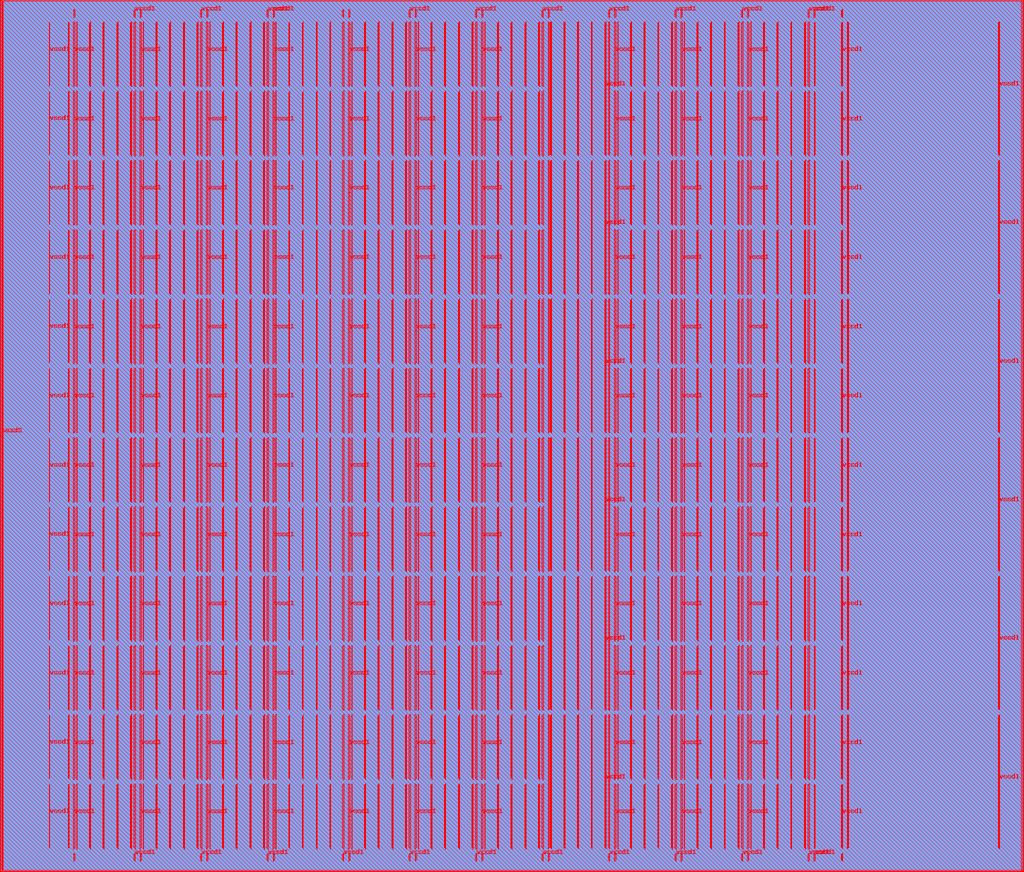
<source format=lef>
##
## LEF for PtnCells ;
## created by Innovus v15.20-p005_1 on Wed Jun 30 15:39:28 2021
##

VERSION 5.7 ;

BUSBITCHARS "[]" ;
DIVIDERCHAR "/" ;

MACRO eFPGA_top
  CLASS BLOCK ;
  SIZE 3390.2000 BY 2889.6600 ;
  FOREIGN eFPGA_top 0.0000 0.0000 ;
  ORIGIN 0 0 ;
  SYMMETRY X Y R90 ;
  PIN wb_clk_i
    DIRECTION INPUT ;
    USE SIGNAL ;
    ANTENNAPARTIALMETALAREA 25.4656 LAYER met3  ;
    ANTENNAPARTIALMETALSIDEAREA 138.16 LAYER met3  ;
    ANTENNAMODEL OXIDE1 ;
    ANTENNAGATEAREA 0.477 LAYER met3  ;
    ANTENNAMAXAREACAR 56.5486 LAYER met3  ;
    ANTENNAMAXSIDEAREACAR 298.672 LAYER met3  ;
    ANTENNAPARTIALCUTAREA 0.04 LAYER via3  ;
    ANTENNAMAXCUTCAR 0.6587 LAYER via3  ;
    ANTENNAPARTIALMETALAREA 94.4265 LAYER met4  ;
    ANTENNAPARTIALMETALSIDEAREA 506.896 LAYER met4  ;
    ANTENNAGATEAREA 7.917 LAYER met4  ;
    ANTENNAMAXAREACAR 78.6355 LAYER met4  ;
    ANTENNAMAXSIDEAREACAR 395.707 LAYER met4  ;
    ANTENNAMAXCUTCAR 1.04286 LAYER via4  ;
    PORT
      LAYER met3 ;
        RECT 0.0000 2799.4100 0.8000 2799.7100 ;
    END
  END wb_clk_i
  PIN wbs_stb_i
    DIRECTION INPUT ;
    USE SIGNAL ;
    PORT
      LAYER met3 ;
        RECT 0.0000 2774.4000 0.8000 2774.7000 ;
    END
  END wbs_stb_i
  PIN wbs_cyc_i
    DIRECTION INPUT ;
    USE SIGNAL ;
    PORT
      LAYER met3 ;
        RECT 0.0000 2749.3900 0.8000 2749.6900 ;
    END
  END wbs_cyc_i
  PIN wbs_we_i
    DIRECTION INPUT ;
    USE SIGNAL ;
    PORT
      LAYER met3 ;
        RECT 0.0000 2723.7700 0.8000 2724.0700 ;
    END
  END wbs_we_i
  PIN wbs_dat_i[31]
    DIRECTION INPUT ;
    USE SIGNAL ;
    PORT
      LAYER met3 ;
        RECT 0.0000 2698.7600 0.8000 2699.0600 ;
    END
  END wbs_dat_i[31]
  PIN wbs_dat_i[30]
    DIRECTION INPUT ;
    USE SIGNAL ;
    PORT
      LAYER met3 ;
        RECT 0.0000 2673.7500 0.8000 2674.0500 ;
    END
  END wbs_dat_i[30]
  PIN wbs_dat_i[29]
    DIRECTION INPUT ;
    USE SIGNAL ;
    PORT
      LAYER met3 ;
        RECT 0.0000 2648.1300 0.8000 2648.4300 ;
    END
  END wbs_dat_i[29]
  PIN wbs_dat_i[28]
    DIRECTION INPUT ;
    USE SIGNAL ;
    PORT
      LAYER met3 ;
        RECT 0.0000 2623.1200 0.8000 2623.4200 ;
    END
  END wbs_dat_i[28]
  PIN wbs_dat_i[27]
    DIRECTION INPUT ;
    USE SIGNAL ;
    PORT
      LAYER met3 ;
        RECT 0.0000 2598.1100 0.8000 2598.4100 ;
    END
  END wbs_dat_i[27]
  PIN wbs_dat_i[26]
    DIRECTION INPUT ;
    USE SIGNAL ;
    PORT
      LAYER met3 ;
        RECT 0.0000 2572.4900 0.8000 2572.7900 ;
    END
  END wbs_dat_i[26]
  PIN wbs_dat_i[25]
    DIRECTION INPUT ;
    USE SIGNAL ;
    PORT
      LAYER met3 ;
        RECT 0.0000 2547.4800 0.8000 2547.7800 ;
    END
  END wbs_dat_i[25]
  PIN wbs_dat_i[24]
    DIRECTION INPUT ;
    USE SIGNAL ;
    PORT
      LAYER met3 ;
        RECT 0.0000 2522.4700 0.8000 2522.7700 ;
    END
  END wbs_dat_i[24]
  PIN wbs_dat_i[23]
    DIRECTION INPUT ;
    USE SIGNAL ;
    PORT
      LAYER met3 ;
        RECT 0.0000 2496.8500 0.8000 2497.1500 ;
    END
  END wbs_dat_i[23]
  PIN wbs_dat_i[22]
    DIRECTION INPUT ;
    USE SIGNAL ;
    PORT
      LAYER met3 ;
        RECT 0.0000 2471.8400 0.8000 2472.1400 ;
    END
  END wbs_dat_i[22]
  PIN wbs_dat_i[21]
    DIRECTION INPUT ;
    USE SIGNAL ;
    PORT
      LAYER met3 ;
        RECT 0.0000 2446.8300 0.8000 2447.1300 ;
    END
  END wbs_dat_i[21]
  PIN wbs_dat_i[20]
    DIRECTION INPUT ;
    USE SIGNAL ;
    PORT
      LAYER met3 ;
        RECT 0.0000 2421.2100 0.8000 2421.5100 ;
    END
  END wbs_dat_i[20]
  PIN wbs_dat_i[19]
    DIRECTION INPUT ;
    USE SIGNAL ;
    PORT
      LAYER met3 ;
        RECT 0.0000 2396.2000 0.8000 2396.5000 ;
    END
  END wbs_dat_i[19]
  PIN wbs_dat_i[18]
    DIRECTION INPUT ;
    USE SIGNAL ;
    PORT
      LAYER met3 ;
        RECT 0.0000 2370.5800 0.8000 2370.8800 ;
    END
  END wbs_dat_i[18]
  PIN wbs_dat_i[17]
    DIRECTION INPUT ;
    USE SIGNAL ;
    PORT
      LAYER met3 ;
        RECT 0.0000 2345.5700 0.8000 2345.8700 ;
    END
  END wbs_dat_i[17]
  PIN wbs_dat_i[16]
    DIRECTION INPUT ;
    USE SIGNAL ;
    PORT
      LAYER met3 ;
        RECT 0.0000 2320.5600 0.8000 2320.8600 ;
    END
  END wbs_dat_i[16]
  PIN wbs_dat_i[15]
    DIRECTION INPUT ;
    USE SIGNAL ;
    PORT
      LAYER met3 ;
        RECT 0.0000 2294.9400 0.8000 2295.2400 ;
    END
  END wbs_dat_i[15]
  PIN wbs_dat_i[14]
    DIRECTION INPUT ;
    USE SIGNAL ;
    PORT
      LAYER met3 ;
        RECT 0.0000 2269.9300 0.8000 2270.2300 ;
    END
  END wbs_dat_i[14]
  PIN wbs_dat_i[13]
    DIRECTION INPUT ;
    USE SIGNAL ;
    PORT
      LAYER met3 ;
        RECT 0.0000 2244.9200 0.8000 2245.2200 ;
    END
  END wbs_dat_i[13]
  PIN wbs_dat_i[12]
    DIRECTION INPUT ;
    USE SIGNAL ;
    PORT
      LAYER met3 ;
        RECT 0.0000 2219.3000 0.8000 2219.6000 ;
    END
  END wbs_dat_i[12]
  PIN wbs_dat_i[11]
    DIRECTION INPUT ;
    USE SIGNAL ;
    PORT
      LAYER met3 ;
        RECT 0.0000 2194.2900 0.8000 2194.5900 ;
    END
  END wbs_dat_i[11]
  PIN wbs_dat_i[10]
    DIRECTION INPUT ;
    USE SIGNAL ;
    PORT
      LAYER met3 ;
        RECT 0.0000 2169.2800 0.8000 2169.5800 ;
    END
  END wbs_dat_i[10]
  PIN wbs_dat_i[9]
    DIRECTION INPUT ;
    USE SIGNAL ;
    PORT
      LAYER met3 ;
        RECT 0.0000 2143.6600 0.8000 2143.9600 ;
    END
  END wbs_dat_i[9]
  PIN wbs_dat_i[8]
    DIRECTION INPUT ;
    USE SIGNAL ;
    PORT
      LAYER met3 ;
        RECT 0.0000 2118.6500 0.8000 2118.9500 ;
    END
  END wbs_dat_i[8]
  PIN wbs_dat_i[7]
    DIRECTION INPUT ;
    USE SIGNAL ;
    PORT
      LAYER met3 ;
        RECT 0.0000 2093.6400 0.8000 2093.9400 ;
    END
  END wbs_dat_i[7]
  PIN wbs_dat_i[6]
    DIRECTION INPUT ;
    USE SIGNAL ;
    PORT
      LAYER met3 ;
        RECT 0.0000 2068.0200 0.8000 2068.3200 ;
    END
  END wbs_dat_i[6]
  PIN wbs_dat_i[5]
    DIRECTION INPUT ;
    USE SIGNAL ;
    PORT
      LAYER met3 ;
        RECT 0.0000 2043.0100 0.8000 2043.3100 ;
    END
  END wbs_dat_i[5]
  PIN wbs_dat_i[4]
    DIRECTION INPUT ;
    USE SIGNAL ;
    PORT
      LAYER met3 ;
        RECT 0.0000 2017.3900 0.8000 2017.6900 ;
    END
  END wbs_dat_i[4]
  PIN wbs_dat_i[3]
    DIRECTION INPUT ;
    USE SIGNAL ;
    PORT
      LAYER met3 ;
        RECT 0.0000 1992.3800 0.8000 1992.6800 ;
    END
  END wbs_dat_i[3]
  PIN wbs_dat_i[2]
    DIRECTION INPUT ;
    USE SIGNAL ;
    PORT
      LAYER met3 ;
        RECT 0.0000 1967.3700 0.8000 1967.6700 ;
    END
  END wbs_dat_i[2]
  PIN wbs_dat_i[1]
    DIRECTION INPUT ;
    USE SIGNAL ;
    PORT
      LAYER met3 ;
        RECT 0.0000 1941.7500 0.8000 1942.0500 ;
    END
  END wbs_dat_i[1]
  PIN wbs_dat_i[0]
    DIRECTION INPUT ;
    USE SIGNAL ;
    PORT
      LAYER met3 ;
        RECT 0.0000 1916.7400 0.8000 1917.0400 ;
    END
  END wbs_dat_i[0]
  PIN wbs_adr_i[31]
    DIRECTION INPUT ;
    USE SIGNAL ;
    PORT
      LAYER met3 ;
        RECT 0.0000 1891.7300 0.8000 1892.0300 ;
    END
  END wbs_adr_i[31]
  PIN wbs_adr_i[30]
    DIRECTION INPUT ;
    USE SIGNAL ;
    PORT
      LAYER met3 ;
        RECT 0.0000 1866.1100 0.8000 1866.4100 ;
    END
  END wbs_adr_i[30]
  PIN wbs_adr_i[29]
    DIRECTION INPUT ;
    USE SIGNAL ;
    PORT
      LAYER met3 ;
        RECT 0.0000 1841.1000 0.8000 1841.4000 ;
    END
  END wbs_adr_i[29]
  PIN wbs_adr_i[28]
    DIRECTION INPUT ;
    USE SIGNAL ;
    PORT
      LAYER met3 ;
        RECT 0.0000 1816.0900 0.8000 1816.3900 ;
    END
  END wbs_adr_i[28]
  PIN wbs_adr_i[27]
    DIRECTION INPUT ;
    USE SIGNAL ;
    PORT
      LAYER met3 ;
        RECT 0.0000 1790.4700 0.8000 1790.7700 ;
    END
  END wbs_adr_i[27]
  PIN wbs_adr_i[26]
    DIRECTION INPUT ;
    USE SIGNAL ;
    PORT
      LAYER met3 ;
        RECT 0.0000 1765.4600 0.8000 1765.7600 ;
    END
  END wbs_adr_i[26]
  PIN wbs_adr_i[25]
    DIRECTION INPUT ;
    USE SIGNAL ;
    PORT
      LAYER met3 ;
        RECT 0.0000 1740.4500 0.8000 1740.7500 ;
    END
  END wbs_adr_i[25]
  PIN wbs_adr_i[24]
    DIRECTION INPUT ;
    USE SIGNAL ;
    PORT
      LAYER met3 ;
        RECT 0.0000 1714.8300 0.8000 1715.1300 ;
    END
  END wbs_adr_i[24]
  PIN wbs_adr_i[23]
    DIRECTION INPUT ;
    USE SIGNAL ;
    PORT
      LAYER met3 ;
        RECT 0.0000 1689.8200 0.8000 1690.1200 ;
    END
  END wbs_adr_i[23]
  PIN wbs_adr_i[22]
    DIRECTION INPUT ;
    USE SIGNAL ;
    PORT
      LAYER met3 ;
        RECT 0.0000 1664.8100 0.8000 1665.1100 ;
    END
  END wbs_adr_i[22]
  PIN wbs_adr_i[21]
    DIRECTION INPUT ;
    USE SIGNAL ;
    PORT
      LAYER met3 ;
        RECT 0.0000 1639.1900 0.8000 1639.4900 ;
    END
  END wbs_adr_i[21]
  PIN wbs_adr_i[20]
    DIRECTION INPUT ;
    USE SIGNAL ;
    PORT
      LAYER met3 ;
        RECT 0.0000 1614.1800 0.8000 1614.4800 ;
    END
  END wbs_adr_i[20]
  PIN wbs_adr_i[19]
    DIRECTION INPUT ;
    USE SIGNAL ;
    PORT
      LAYER met3 ;
        RECT 0.0000 1588.5600 0.8000 1588.8600 ;
    END
  END wbs_adr_i[19]
  PIN wbs_adr_i[18]
    DIRECTION INPUT ;
    USE SIGNAL ;
    PORT
      LAYER met3 ;
        RECT 0.0000 1563.5500 0.8000 1563.8500 ;
    END
  END wbs_adr_i[18]
  PIN wbs_adr_i[17]
    DIRECTION INPUT ;
    USE SIGNAL ;
    PORT
      LAYER met3 ;
        RECT 0.0000 1538.5400 0.8000 1538.8400 ;
    END
  END wbs_adr_i[17]
  PIN wbs_adr_i[16]
    DIRECTION INPUT ;
    USE SIGNAL ;
    PORT
      LAYER met3 ;
        RECT 0.0000 1512.9200 0.8000 1513.2200 ;
    END
  END wbs_adr_i[16]
  PIN wbs_adr_i[15]
    DIRECTION INPUT ;
    USE SIGNAL ;
    PORT
      LAYER met3 ;
        RECT 0.0000 1487.9100 0.8000 1488.2100 ;
    END
  END wbs_adr_i[15]
  PIN wbs_adr_i[14]
    DIRECTION INPUT ;
    USE SIGNAL ;
    PORT
      LAYER met3 ;
        RECT 0.0000 1462.9000 0.8000 1463.2000 ;
    END
  END wbs_adr_i[14]
  PIN wbs_adr_i[13]
    DIRECTION INPUT ;
    USE SIGNAL ;
    PORT
      LAYER met3 ;
        RECT 0.0000 1437.2800 0.8000 1437.5800 ;
    END
  END wbs_adr_i[13]
  PIN wbs_adr_i[12]
    DIRECTION INPUT ;
    USE SIGNAL ;
    PORT
      LAYER met3 ;
        RECT 0.0000 1412.2700 0.8000 1412.5700 ;
    END
  END wbs_adr_i[12]
  PIN wbs_adr_i[11]
    DIRECTION INPUT ;
    USE SIGNAL ;
    PORT
      LAYER met3 ;
        RECT 0.0000 1387.2600 0.8000 1387.5600 ;
    END
  END wbs_adr_i[11]
  PIN wbs_adr_i[10]
    DIRECTION INPUT ;
    USE SIGNAL ;
    PORT
      LAYER met3 ;
        RECT 0.0000 1361.6400 0.8000 1361.9400 ;
    END
  END wbs_adr_i[10]
  PIN wbs_adr_i[9]
    DIRECTION INPUT ;
    USE SIGNAL ;
    PORT
      LAYER met3 ;
        RECT 0.0000 1336.6300 0.8000 1336.9300 ;
    END
  END wbs_adr_i[9]
  PIN wbs_adr_i[8]
    DIRECTION INPUT ;
    USE SIGNAL ;
    PORT
      LAYER met3 ;
        RECT 0.0000 1311.6200 0.8000 1311.9200 ;
    END
  END wbs_adr_i[8]
  PIN wbs_adr_i[7]
    DIRECTION INPUT ;
    USE SIGNAL ;
    PORT
      LAYER met3 ;
        RECT 0.0000 1286.0000 0.8000 1286.3000 ;
    END
  END wbs_adr_i[7]
  PIN wbs_adr_i[6]
    DIRECTION INPUT ;
    USE SIGNAL ;
    PORT
      LAYER met3 ;
        RECT 0.0000 1260.9900 0.8000 1261.2900 ;
    END
  END wbs_adr_i[6]
  PIN wbs_adr_i[5]
    DIRECTION INPUT ;
    USE SIGNAL ;
    PORT
      LAYER met3 ;
        RECT 0.0000 1235.3700 0.8000 1235.6700 ;
    END
  END wbs_adr_i[5]
  PIN wbs_adr_i[4]
    DIRECTION INPUT ;
    USE SIGNAL ;
    PORT
      LAYER met3 ;
        RECT 0.0000 1210.3600 0.8000 1210.6600 ;
    END
  END wbs_adr_i[4]
  PIN wbs_adr_i[3]
    DIRECTION INPUT ;
    USE SIGNAL ;
    PORT
      LAYER met3 ;
        RECT 0.0000 1185.3500 0.8000 1185.6500 ;
    END
  END wbs_adr_i[3]
  PIN wbs_adr_i[2]
    DIRECTION INPUT ;
    USE SIGNAL ;
    PORT
      LAYER met3 ;
        RECT 0.0000 1159.7300 0.8000 1160.0300 ;
    END
  END wbs_adr_i[2]
  PIN wbs_adr_i[1]
    DIRECTION INPUT ;
    USE SIGNAL ;
    PORT
      LAYER met3 ;
        RECT 0.0000 1134.7200 0.8000 1135.0200 ;
    END
  END wbs_adr_i[1]
  PIN wbs_adr_i[0]
    DIRECTION INPUT ;
    USE SIGNAL ;
    PORT
      LAYER met3 ;
        RECT 0.0000 1109.7100 0.8000 1110.0100 ;
    END
  END wbs_adr_i[0]
  PIN wbs_dat_o[31]
    DIRECTION OUTPUT ;
    USE SIGNAL ;
    ANTENNADIFFAREA 1.782 LAYER met3  ;
    ANTENNAPARTIALMETALAREA 5.2155 LAYER met3  ;
    ANTENNAPARTIALMETALSIDEAREA 28.752 LAYER met3  ;
    PORT
      LAYER met3 ;
        RECT 0.0000 1084.0900 0.8000 1084.3900 ;
    END
  END wbs_dat_o[31]
  PIN wbs_dat_o[30]
    DIRECTION OUTPUT ;
    USE SIGNAL ;
    ANTENNADIFFAREA 1.782 LAYER met3  ;
    ANTENNAPARTIALMETALAREA 5.7744 LAYER met3  ;
    ANTENNAPARTIALMETALSIDEAREA 30.792 LAYER met3  ;
    PORT
      LAYER met3 ;
        RECT 0.0000 1059.0800 0.8000 1059.3800 ;
    END
  END wbs_dat_o[30]
  PIN wbs_dat_o[29]
    DIRECTION OUTPUT ;
    USE SIGNAL ;
    ANTENNADIFFAREA 1.782 LAYER met3  ;
    ANTENNAPARTIALMETALAREA 5.8032 LAYER met3  ;
    ANTENNAPARTIALMETALSIDEAREA 31.416 LAYER met3  ;
    PORT
      LAYER met3 ;
        RECT 0.0000 1034.0700 0.8000 1034.3700 ;
    END
  END wbs_dat_o[29]
  PIN wbs_dat_o[28]
    DIRECTION OUTPUT ;
    USE SIGNAL ;
    ANTENNADIFFAREA 1.782 LAYER met3  ;
    ANTENNAPARTIALMETALAREA 9.8064 LAYER met3  ;
    ANTENNAPARTIALMETALSIDEAREA 52.296 LAYER met3  ;
    PORT
      LAYER met3 ;
        RECT 0.0000 1008.4500 0.8000 1008.7500 ;
    END
  END wbs_dat_o[28]
  PIN wbs_dat_o[27]
    DIRECTION OUTPUT ;
    USE SIGNAL ;
    ANTENNAPARTIALMETALAREA 7.1164 LAYER met3  ;
    ANTENNAPARTIALMETALSIDEAREA 38.416 LAYER met3  ;
    ANTENNAPARTIALCUTAREA 0.04 LAYER via3  ;
    ANTENNADIFFAREA 1.782 LAYER met4  ;
    ANTENNAPARTIALMETALAREA 93.3138 LAYER met4  ;
    ANTENNAPARTIALMETALSIDEAREA 498.144 LAYER met4  ;
    PORT
      LAYER met3 ;
        RECT 0.0000 983.4400 0.8000 983.7400 ;
    END
  END wbs_dat_o[27]
  PIN wbs_dat_o[26]
    DIRECTION OUTPUT ;
    USE SIGNAL ;
    ANTENNADIFFAREA 1.782 LAYER met3  ;
    ANTENNAPARTIALMETALAREA 0.0099 LAYER met3  ;
    ANTENNAPARTIALMETALSIDEAREA 0.048 LAYER met3  ;
    PORT
      LAYER met3 ;
        RECT 0.0000 958.4300 0.8000 958.7300 ;
    END
  END wbs_dat_o[26]
  PIN wbs_dat_o[25]
    DIRECTION OUTPUT ;
    USE SIGNAL ;
    ANTENNADIFFAREA 1.782 LAYER met3  ;
    ANTENNAPARTIALMETALAREA 0.9924 LAYER met3  ;
    ANTENNAPARTIALMETALSIDEAREA 5.288 LAYER met3  ;
    PORT
      LAYER met3 ;
        RECT 0.0000 932.8100 0.8000 933.1100 ;
    END
  END wbs_dat_o[25]
  PIN wbs_dat_o[24]
    DIRECTION OUTPUT ;
    USE SIGNAL ;
    ANTENNAPARTIALMETALAREA 7.7164 LAYER met3  ;
    ANTENNAPARTIALMETALSIDEAREA 41.616 LAYER met3  ;
    ANTENNAPARTIALCUTAREA 0.04 LAYER via3  ;
    ANTENNADIFFAREA 1.782 LAYER met4  ;
    ANTENNAPARTIALMETALAREA 32.8758 LAYER met4  ;
    ANTENNAPARTIALMETALSIDEAREA 175.808 LAYER met4  ;
    PORT
      LAYER met3 ;
        RECT 0.0000 907.8000 0.8000 908.1000 ;
    END
  END wbs_dat_o[24]
  PIN wbs_dat_o[23]
    DIRECTION OUTPUT ;
    USE SIGNAL ;
    ANTENNAPARTIALMETALAREA 12.5983 LAYER met3  ;
    ANTENNAPARTIALMETALSIDEAREA 67.656 LAYER met3  ;
    ANTENNAPARTIALCUTAREA 0.04 LAYER via3  ;
    ANTENNADIFFAREA 1.782 LAYER met4  ;
    ANTENNAPARTIALMETALAREA 43.9038 LAYER met4  ;
    ANTENNAPARTIALMETALSIDEAREA 234.624 LAYER met4  ;
    PORT
      LAYER met3 ;
        RECT 0.0000 882.7900 0.8000 883.0900 ;
    END
  END wbs_dat_o[23]
  PIN wbs_dat_o[22]
    DIRECTION OUTPUT ;
    USE SIGNAL ;
    ANTENNADIFFAREA 1.782 LAYER met3  ;
    ANTENNAPARTIALMETALAREA 12.5844 LAYER met3  ;
    ANTENNAPARTIALMETALSIDEAREA 67.112 LAYER met3  ;
    PORT
      LAYER met3 ;
        RECT 0.0000 857.1700 0.8000 857.4700 ;
    END
  END wbs_dat_o[22]
  PIN wbs_dat_o[21]
    DIRECTION OUTPUT ;
    USE SIGNAL ;
    ANTENNADIFFAREA 1.782 LAYER met3  ;
    ANTENNAPARTIALMETALAREA 0.0099 LAYER met3  ;
    ANTENNAPARTIALMETALSIDEAREA 0.048 LAYER met3  ;
    PORT
      LAYER met3 ;
        RECT 0.0000 832.1600 0.8000 832.4600 ;
    END
  END wbs_dat_o[21]
  PIN wbs_dat_o[20]
    DIRECTION OUTPUT ;
    USE SIGNAL ;
    ANTENNADIFFAREA 1.782 LAYER met3  ;
    ANTENNAPARTIALMETALAREA 0.0099 LAYER met3  ;
    ANTENNAPARTIALMETALSIDEAREA 0.048 LAYER met3  ;
    PORT
      LAYER met3 ;
        RECT 0.0000 806.5400 0.8000 806.8400 ;
    END
  END wbs_dat_o[20]
  PIN wbs_dat_o[19]
    DIRECTION OUTPUT ;
    USE SIGNAL ;
    ANTENNADIFFAREA 1.782 LAYER met3  ;
    ANTENNAPARTIALMETALAREA 1.4064 LAYER met3  ;
    ANTENNAPARTIALMETALSIDEAREA 7.496 LAYER met3  ;
    PORT
      LAYER met3 ;
        RECT 0.0000 781.5300 0.8000 781.8300 ;
    END
  END wbs_dat_o[19]
  PIN wbs_dat_o[18]
    DIRECTION OUTPUT ;
    USE SIGNAL ;
    ANTENNAPARTIALMETALAREA 15.3969 LAYER met3  ;
    ANTENNAPARTIALMETALSIDEAREA 82.56 LAYER met3  ;
    ANTENNAPARTIALCUTAREA 0.04 LAYER via3  ;
    ANTENNADIFFAREA 1.782 LAYER met4  ;
    ANTENNAPARTIALMETALAREA 37.8168 LAYER met4  ;
    ANTENNAPARTIALMETALSIDEAREA 202.16 LAYER met4  ;
    PORT
      LAYER met3 ;
        RECT 0.0000 756.5200 0.8000 756.8200 ;
    END
  END wbs_dat_o[18]
  PIN wbs_dat_o[17]
    DIRECTION OUTPUT ;
    USE SIGNAL ;
    ANTENNAPARTIALMETALAREA 0.2386 LAYER met3  ;
    ANTENNAPARTIALMETALSIDEAREA 1.264 LAYER met3  ;
    ANTENNAPARTIALCUTAREA 0.04 LAYER via3  ;
    ANTENNADIFFAREA 1.782 LAYER met4  ;
    ANTENNAPARTIALMETALAREA 240.605 LAYER met4  ;
    ANTENNAPARTIALMETALSIDEAREA 1283.7 LAYER met4  ;
    PORT
      LAYER met3 ;
        RECT 0.0000 730.9000 0.8000 731.2000 ;
    END
  END wbs_dat_o[17]
  PIN wbs_dat_o[16]
    DIRECTION OUTPUT ;
    USE SIGNAL ;
    ANTENNAPARTIALMETALAREA 3.2956 LAYER met3  ;
    ANTENNAPARTIALMETALSIDEAREA 17.568 LAYER met3  ;
    ANTENNAPARTIALCUTAREA 0.04 LAYER via3  ;
    ANTENNADIFFAREA 1.782 LAYER met4  ;
    ANTENNAPARTIALMETALAREA 262.781 LAYER met4  ;
    ANTENNAPARTIALMETALSIDEAREA 1401.97 LAYER met4  ;
    PORT
      LAYER met3 ;
        RECT 0.0000 705.8900 0.8000 706.1900 ;
    END
  END wbs_dat_o[16]
  PIN wbs_dat_o[15]
    DIRECTION OUTPUT ;
    USE SIGNAL ;
    ANTENNAPARTIALMETALAREA 9.5854 LAYER met3  ;
    ANTENNAPARTIALMETALSIDEAREA 51.584 LAYER met3  ;
    ANTENNAPARTIALCUTAREA 0.04 LAYER via3  ;
    ANTENNADIFFAREA 1.782 LAYER met4  ;
    ANTENNAPARTIALMETALAREA 111.431 LAYER met4  ;
    ANTENNAPARTIALMETALSIDEAREA 594.768 LAYER met4  ;
    PORT
      LAYER met3 ;
        RECT 0.0000 680.8800 0.8000 681.1800 ;
    END
  END wbs_dat_o[15]
  PIN wbs_dat_o[14]
    DIRECTION OUTPUT ;
    USE SIGNAL ;
    ANTENNAPARTIALMETALAREA 10.5004 LAYER met3  ;
    ANTENNAPARTIALMETALSIDEAREA 56.464 LAYER met3  ;
    ANTENNAPARTIALCUTAREA 0.04 LAYER via3  ;
    ANTENNADIFFAREA 1.782 LAYER met4  ;
    ANTENNAPARTIALMETALAREA 120.263 LAYER met4  ;
    ANTENNAPARTIALMETALSIDEAREA 641.872 LAYER met4  ;
    PORT
      LAYER met3 ;
        RECT 0.0000 655.2600 0.8000 655.5600 ;
    END
  END wbs_dat_o[14]
  PIN wbs_dat_o[13]
    DIRECTION OUTPUT ;
    USE SIGNAL ;
    ANTENNAPARTIALMETALAREA 8.7964 LAYER met3  ;
    ANTENNAPARTIALMETALSIDEAREA 47.376 LAYER met3  ;
    ANTENNAPARTIALCUTAREA 0.04 LAYER via3  ;
    ANTENNADIFFAREA 1.782 LAYER met4  ;
    ANTENNAPARTIALMETALAREA 93.1068 LAYER met4  ;
    ANTENNAPARTIALMETALSIDEAREA 497.04 LAYER met4  ;
    PORT
      LAYER met3 ;
        RECT 0.0000 630.2500 0.8000 630.5500 ;
    END
  END wbs_dat_o[13]
  PIN wbs_dat_o[12]
    DIRECTION OUTPUT ;
    USE SIGNAL ;
    ANTENNAPARTIALMETALAREA 8.4574 LAYER met3  ;
    ANTENNAPARTIALMETALSIDEAREA 45.568 LAYER met3  ;
    ANTENNAPARTIALCUTAREA 0.04 LAYER via3  ;
    ANTENNADIFFAREA 1.782 LAYER met4  ;
    ANTENNAPARTIALMETALAREA 102.05 LAYER met4  ;
    ANTENNAPARTIALMETALSIDEAREA 544.736 LAYER met4  ;
    PORT
      LAYER met3 ;
        RECT 0.0000 605.2400 0.8000 605.5400 ;
    END
  END wbs_dat_o[12]
  PIN wbs_dat_o[11]
    DIRECTION OUTPUT ;
    USE SIGNAL ;
    ANTENNADIFFAREA 1.782 LAYER met3  ;
    ANTENNAPARTIALMETALAREA 8.0304 LAYER met3  ;
    ANTENNAPARTIALMETALSIDEAREA 42.824 LAYER met3  ;
    PORT
      LAYER met3 ;
        RECT 0.0000 579.6200 0.8000 579.9200 ;
    END
  END wbs_dat_o[11]
  PIN wbs_dat_o[10]
    DIRECTION OUTPUT ;
    USE SIGNAL ;
    ANTENNAPARTIALMETALAREA 11.7232 LAYER met3  ;
    ANTENNAPARTIALMETALSIDEAREA 63.456 LAYER met3  ;
    ANTENNAPARTIALCUTAREA 0.04 LAYER via3  ;
    ANTENNADIFFAREA 1.782 LAYER met4  ;
    ANTENNAPARTIALMETALAREA 4.8768 LAYER met4  ;
    ANTENNAPARTIALMETALSIDEAREA 26.48 LAYER met4  ;
    PORT
      LAYER met3 ;
        RECT 0.0000 554.6100 0.8000 554.9100 ;
    END
  END wbs_dat_o[10]
  PIN wbs_dat_o[9]
    DIRECTION OUTPUT ;
    USE SIGNAL ;
    ANTENNAPARTIALMETALAREA 9.3094 LAYER met3  ;
    ANTENNAPARTIALMETALSIDEAREA 50.112 LAYER met3  ;
    ANTENNAPARTIALCUTAREA 0.04 LAYER via3  ;
    ANTENNADIFFAREA 1.782 LAYER met4  ;
    ANTENNAPARTIALMETALAREA 91.6188 LAYER met4  ;
    ANTENNAPARTIALMETALSIDEAREA 489.104 LAYER met4  ;
    PORT
      LAYER met3 ;
        RECT 0.0000 529.6000 0.8000 529.9000 ;
    END
  END wbs_dat_o[9]
  PIN wbs_dat_o[8]
    DIRECTION OUTPUT ;
    USE SIGNAL ;
    ANTENNAPARTIALMETALAREA 10.1554 LAYER met3  ;
    ANTENNAPARTIALMETALSIDEAREA 54.624 LAYER met3  ;
    ANTENNAPARTIALCUTAREA 0.04 LAYER via3  ;
    ANTENNADIFFAREA 1.782 LAYER met4  ;
    ANTENNAPARTIALMETALAREA 10.3908 LAYER met4  ;
    ANTENNAPARTIALMETALSIDEAREA 55.888 LAYER met4  ;
    PORT
      LAYER met3 ;
        RECT 0.0000 503.9800 0.8000 504.2800 ;
    END
  END wbs_dat_o[8]
  PIN wbs_dat_o[7]
    DIRECTION OUTPUT ;
    USE SIGNAL ;
    ANTENNAPARTIALMETALAREA 2.4274 LAYER met3  ;
    ANTENNAPARTIALMETALSIDEAREA 13.408 LAYER met3  ;
    ANTENNAPARTIALCUTAREA 0.04 LAYER via3  ;
    ANTENNADIFFAREA 1.782 LAYER met4  ;
    ANTENNAPARTIALMETALAREA 148.166 LAYER met4  ;
    ANTENNAPARTIALMETALSIDEAREA 790.688 LAYER met4  ;
    PORT
      LAYER met3 ;
        RECT 0.0000 478.9700 0.8000 479.2700 ;
    END
  END wbs_dat_o[7]
  PIN wbs_dat_o[6]
    DIRECTION OUTPUT ;
    USE SIGNAL ;
    ANTENNAPARTIALMETALAREA 4.3864 LAYER met3  ;
    ANTENNAPARTIALMETALSIDEAREA 23.856 LAYER met3  ;
    ANTENNAPARTIALCUTAREA 0.04 LAYER via3  ;
    ANTENNADIFFAREA 1.782 LAYER met4  ;
    ANTENNAPARTIALMETALAREA 69.8418 LAYER met4  ;
    ANTENNAPARTIALMETALSIDEAREA 372.96 LAYER met4  ;
    PORT
      LAYER met3 ;
        RECT 0.0000 453.3500 0.8000 453.6500 ;
    END
  END wbs_dat_o[6]
  PIN wbs_dat_o[5]
    DIRECTION OUTPUT ;
    USE SIGNAL ;
    ANTENNAPARTIALMETALAREA 11.6944 LAYER met3  ;
    ANTENNAPARTIALMETALSIDEAREA 62.832 LAYER met3  ;
    ANTENNAPARTIALCUTAREA 0.04 LAYER via3  ;
    ANTENNADIFFAREA 1.782 LAYER met4  ;
    ANTENNAPARTIALMETALAREA 89.5188 LAYER met4  ;
    ANTENNAPARTIALMETALSIDEAREA 477.904 LAYER met4  ;
    PORT
      LAYER met3 ;
        RECT 0.0000 428.3400 0.8000 428.6400 ;
    END
  END wbs_dat_o[5]
  PIN wbs_dat_o[4]
    DIRECTION OUTPUT ;
    USE SIGNAL ;
    ANTENNAPARTIALMETALAREA 11.3974 LAYER met3  ;
    ANTENNAPARTIALMETALSIDEAREA 61.248 LAYER met3  ;
    ANTENNAPARTIALCUTAREA 0.04 LAYER via3  ;
    ANTENNADIFFAREA 1.782 LAYER met4  ;
    ANTENNAPARTIALMETALAREA 340.865 LAYER met4  ;
    ANTENNAPARTIALMETALSIDEAREA 1818.42 LAYER met4  ;
    PORT
      LAYER met3 ;
        RECT 0.0000 403.3300 0.8000 403.6300 ;
    END
  END wbs_dat_o[4]
  PIN wbs_dat_o[3]
    DIRECTION OUTPUT ;
    USE SIGNAL ;
    ANTENNAPARTIALMETALAREA 1.9444 LAYER met3  ;
    ANTENNAPARTIALMETALSIDEAREA 10.832 LAYER met3  ;
    ANTENNAPARTIALCUTAREA 0.04 LAYER via3  ;
    ANTENNADIFFAREA 1.782 LAYER met4  ;
    ANTENNAPARTIALMETALAREA 313.598 LAYER met4  ;
    ANTENNAPARTIALMETALSIDEAREA 1672.99 LAYER met4  ;
    PORT
      LAYER met3 ;
        RECT 0.0000 377.7100 0.8000 378.0100 ;
    END
  END wbs_dat_o[3]
  PIN wbs_dat_o[2]
    DIRECTION OUTPUT ;
    USE SIGNAL ;
    ANTENNAPARTIALMETALAREA 7.1644 LAYER met3  ;
    ANTENNAPARTIALMETALSIDEAREA 38.672 LAYER met3  ;
    ANTENNAPARTIALCUTAREA 0.04 LAYER via3  ;
    ANTENNADIFFAREA 1.782 LAYER met4  ;
    ANTENNAPARTIALMETALAREA 257.902 LAYER met4  ;
    ANTENNAPARTIALMETALSIDEAREA 1376.42 LAYER met4  ;
    PORT
      LAYER met3 ;
        RECT 0.0000 352.7000 0.8000 353.0000 ;
    END
  END wbs_dat_o[2]
  PIN wbs_dat_o[1]
    DIRECTION OUTPUT ;
    USE SIGNAL ;
    ANTENNAPARTIALMETALAREA 6.8679 LAYER met3  ;
    ANTENNAPARTIALMETALSIDEAREA 37.072 LAYER met3  ;
    ANTENNAPARTIALCUTAREA 0.04 LAYER via3  ;
    ANTENNADIFFAREA 1.782 LAYER met4  ;
    ANTENNAPARTIALMETALAREA 213.434 LAYER met4  ;
    ANTENNAPARTIALMETALSIDEAREA 1138.78 LAYER met4  ;
    PORT
      LAYER met3 ;
        RECT 0.0000 327.6900 0.8000 327.9900 ;
    END
  END wbs_dat_o[1]
  PIN wbs_dat_o[0]
    DIRECTION OUTPUT ;
    USE SIGNAL ;
    ANTENNAPARTIALMETALAREA 7.4644 LAYER met3  ;
    ANTENNAPARTIALMETALSIDEAREA 40.272 LAYER met3  ;
    ANTENNAPARTIALCUTAREA 0.04 LAYER via3  ;
    ANTENNADIFFAREA 1.782 LAYER met4  ;
    ANTENNAPARTIALMETALAREA 203.846 LAYER met4  ;
    ANTENNAPARTIALMETALSIDEAREA 1087.65 LAYER met4  ;
    PORT
      LAYER met3 ;
        RECT 0.0000 302.0700 0.8000 302.3700 ;
    END
  END wbs_dat_o[0]
  PIN la_data_out[6]
    DIRECTION OUTPUT ;
    USE SIGNAL ;
    ANTENNADIFFAREA 1.782 LAYER met3  ;
    ANTENNAPARTIALMETALAREA 25.0944 LAYER met3  ;
    ANTENNAPARTIALMETALSIDEAREA 133.832 LAYER met3  ;
    PORT
      LAYER met3 ;
        RECT 0.0000 277.0600 0.8000 277.3600 ;
    END
  END la_data_out[6]
  PIN la_data_out[5]
    DIRECTION OUTPUT ;
    USE SIGNAL ;
    ANTENNADIFFAREA 1.782 LAYER met3  ;
    ANTENNAPARTIALMETALAREA 7.7364 LAYER met3  ;
    ANTENNAPARTIALMETALSIDEAREA 41.256 LAYER met3  ;
    PORT
      LAYER met3 ;
        RECT 0.0000 252.0500 0.8000 252.3500 ;
    END
  END la_data_out[5]
  PIN la_data_out[4]
    DIRECTION OUTPUT ;
    USE SIGNAL ;
    ANTENNAPARTIALMETALAREA 0.2386 LAYER met3  ;
    ANTENNAPARTIALMETALSIDEAREA 1.264 LAYER met3  ;
    ANTENNAPARTIALCUTAREA 0.04 LAYER via3  ;
    ANTENNADIFFAREA 1.782 LAYER met4  ;
    ANTENNAPARTIALMETALAREA 45.1608 LAYER met4  ;
    ANTENNAPARTIALMETALSIDEAREA 241.328 LAYER met4  ;
    ANTENNAMODEL OXIDE1 ;
    ANTENNAGATEAREA 0.252 LAYER met4  ;
    ANTENNAMAXAREACAR 237.608 LAYER met4  ;
    ANTENNAMAXSIDEAREACAR 1260.53 LAYER met4  ;
    ANTENNAMAXCUTCAR 0.521429 LAYER via4  ;
    PORT
      LAYER met3 ;
        RECT 0.0000 226.4300 0.8000 226.7300 ;
    END
  END la_data_out[4]
  PIN la_data_out[3]
    DIRECTION OUTPUT ;
    USE SIGNAL ;
    ANTENNADIFFAREA 1.782 LAYER met3  ;
    ANTENNAPARTIALMETALAREA 37.1232 LAYER met3  ;
    ANTENNAPARTIALMETALSIDEAREA 198.456 LAYER met3  ;
    ANTENNAMODEL OXIDE1 ;
    ANTENNAGATEAREA 8.064 LAYER met3  ;
    ANTENNAMAXAREACAR 87.47 LAYER met3  ;
    ANTENNAMAXSIDEAREACAR 425.613 LAYER met3  ;
    ANTENNAMAXCUTCAR 0.328572 LAYER via3  ;
    PORT
      LAYER met3 ;
        RECT 0.0000 201.4200 0.8000 201.7200 ;
    END
  END la_data_out[3]
  PIN la_data_out[2]
    DIRECTION OUTPUT ;
    USE SIGNAL ;
    ANTENNADIFFAREA 1.782 LAYER met3  ;
    ANTENNAPARTIALMETALAREA 4.0284 LAYER met3  ;
    ANTENNAPARTIALMETALSIDEAREA 21.48 LAYER met3  ;
    PORT
      LAYER met3 ;
        RECT 0.0000 176.4100 0.8000 176.7100 ;
    END
  END la_data_out[2]
  PIN la_data_out[1]
    DIRECTION OUTPUT ;
    USE SIGNAL ;
    ANTENNAPARTIALMETALAREA 7.4199 LAYER met3  ;
    ANTENNAPARTIALMETALSIDEAREA 40.496 LAYER met3  ;
    ANTENNAPARTIALCUTAREA 0.04 LAYER via3  ;
    ANTENNAPARTIALMETALAREA 3.0468 LAYER met4  ;
    ANTENNAPARTIALMETALSIDEAREA 16.72 LAYER met4  ;
    ANTENNAMODEL OXIDE1 ;
    ANTENNAGATEAREA 0.126 LAYER met4  ;
    ANTENNAMAXAREACAR 35.3706 LAYER met4  ;
    ANTENNAMAXSIDEAREACAR 182.131 LAYER met4  ;
    ANTENNAMAXCUTCAR 1.04286 LAYER via4  ;
    PORT
      LAYER met3 ;
        RECT 0.0000 150.7900 0.8000 151.0900 ;
    END
  END la_data_out[1]
  PIN la_data_out[0]
    DIRECTION OUTPUT ;
    USE SIGNAL ;
    ANTENNADIFFAREA 1.782 LAYER met3  ;
    ANTENNAPARTIALMETALAREA 0.7164 LAYER met3  ;
    ANTENNAPARTIALMETALSIDEAREA 3.816 LAYER met3  ;
    PORT
      LAYER met3 ;
        RECT 0.0000 125.7800 0.8000 126.0800 ;
    END
  END la_data_out[0]
  PIN io_in[30]
    DIRECTION INPUT ;
    USE SIGNAL ;
    ANTENNAPARTIALMETALAREA 28.3274 LAYER met2  ;
    ANTENNAPARTIALMETALSIDEAREA 141.358 LAYER met2  ;
    ANTENNAPARTIALCUTAREA 0.04 LAYER via2  ;
    ANTENNAPARTIALMETALAREA 4.954 LAYER met3  ;
    ANTENNAPARTIALMETALSIDEAREA 26.888 LAYER met3  ;
    ANTENNAPARTIALCUTAREA 0.04 LAYER via3  ;
    ANTENNADIFFAREA 0.954 LAYER met4  ;
    ANTENNAPARTIALMETALAREA 8.8485 LAYER met4  ;
    ANTENNAPARTIALMETALSIDEAREA 48.128 LAYER met4  ;
    ANTENNAMODEL OXIDE1 ;
    ANTENNAGATEAREA 0.618 LAYER met4  ;
    ANTENNAMAXAREACAR 14.318 LAYER met4  ;
    ANTENNAMAXSIDEAREACAR 77.877 LAYER met4  ;
    PORT
      LAYER met2 ;
        RECT 99.9800 2889.1750 100.1200 2889.6600 ;
    END
  END io_in[30]
  PIN io_in[29]
    DIRECTION INPUT ;
    USE SIGNAL ;
    ANTENNAPARTIALMETALAREA 28.6268 LAYER met2  ;
    ANTENNAPARTIALMETALSIDEAREA 142.737 LAYER met2  ;
    ANTENNAPARTIALCUTAREA 0.04 LAYER via2  ;
    ANTENNADIFFAREA 0.5724 LAYER met3  ;
    ANTENNAPARTIALMETALAREA 18.4474 LAYER met3  ;
    ANTENNAPARTIALMETALSIDEAREA 99.792 LAYER met3  ;
    ANTENNAMODEL OXIDE1 ;
    ANTENNAGATEAREA 0.618 LAYER met3  ;
    ANTENNAMAXAREACAR 29.8502 LAYER met3  ;
    ANTENNAMAXSIDEAREACAR 161.476 LAYER met3  ;
    ANTENNAPARTIALCUTAREA 0.04 LAYER via3  ;
    ANTENNAMAXCUTCAR 0.0647249 LAYER via3  ;
    ANTENNADIFFAREA 0.954 LAYER met4  ;
    ANTENNAPARTIALMETALAREA 1.5828 LAYER met4  ;
    ANTENNAPARTIALMETALSIDEAREA 8.912 LAYER met4  ;
    ANTENNAGATEAREA 0.618 LAYER met4  ;
    ANTENNAMAXAREACAR 32.4113 LAYER met4  ;
    ANTENNAMAXSIDEAREACAR 175.896 LAYER met4  ;
    ANTENNAMAXCUTCAR 0.0647249 LAYER via4  ;
    PORT
      LAYER met2 ;
        RECT 580.2200 2889.1750 580.3600 2889.6600 ;
    END
  END io_in[29]
  PIN io_in[28]
    DIRECTION INPUT ;
    USE SIGNAL ;
    ANTENNAPARTIALMETALAREA 0.1554 LAYER met2  ;
    ANTENNAPARTIALMETALSIDEAREA 0.616 LAYER met2  ;
    ANTENNAPARTIALCUTAREA 0.04 LAYER via2  ;
    ANTENNAPARTIALMETALAREA 253.794 LAYER met3  ;
    ANTENNAPARTIALMETALSIDEAREA 1354.5 LAYER met3  ;
    ANTENNAPARTIALCUTAREA 0.04 LAYER via3  ;
    ANTENNADIFFAREA 0.954 LAYER met4  ;
    ANTENNAPARTIALMETALAREA 8.8485 LAYER met4  ;
    ANTENNAPARTIALMETALSIDEAREA 48.128 LAYER met4  ;
    ANTENNAMODEL OXIDE1 ;
    ANTENNAGATEAREA 0.618 LAYER met4  ;
    ANTENNAMAXAREACAR 14.318 LAYER met4  ;
    ANTENNAMAXSIDEAREACAR 77.877 LAYER met4  ;
    PORT
      LAYER met2 ;
        RECT 1060.0000 2889.1750 1060.1400 2889.6600 ;
    END
  END io_in[28]
  PIN io_in[27]
    DIRECTION INPUT ;
    USE SIGNAL ;
    ANTENNAPARTIALMETALAREA 12.8332 LAYER met2  ;
    ANTENNAPARTIALMETALSIDEAREA 63.651 LAYER met2  ;
    ANTENNAPARTIALCUTAREA 0.04 LAYER via2  ;
    ANTENNADIFFAREA 0.5724 LAYER met3  ;
    ANTENNAPARTIALMETALAREA 18.4474 LAYER met3  ;
    ANTENNAPARTIALMETALSIDEAREA 99.792 LAYER met3  ;
    ANTENNAMODEL OXIDE1 ;
    ANTENNAGATEAREA 0.618 LAYER met3  ;
    ANTENNAMAXAREACAR 29.8502 LAYER met3  ;
    ANTENNAMAXSIDEAREACAR 161.476 LAYER met3  ;
    ANTENNAPARTIALCUTAREA 0.04 LAYER via3  ;
    ANTENNAMAXCUTCAR 0.0647249 LAYER via3  ;
    ANTENNADIFFAREA 0.954 LAYER met4  ;
    ANTENNAPARTIALMETALAREA 1.5828 LAYER met4  ;
    ANTENNAPARTIALMETALSIDEAREA 8.912 LAYER met4  ;
    ANTENNAGATEAREA 0.618 LAYER met4  ;
    ANTENNAMAXAREACAR 32.4113 LAYER met4  ;
    ANTENNAMAXSIDEAREACAR 175.896 LAYER met4  ;
    ANTENNAMAXCUTCAR 0.0647249 LAYER via4  ;
    PORT
      LAYER met2 ;
        RECT 1540.2400 2889.1750 1540.3800 2889.6600 ;
    END
  END io_in[27]
  PIN io_in[26]
    DIRECTION INPUT ;
    USE SIGNAL ;
    ANTENNAPARTIALMETALAREA 20.8778 LAYER met2  ;
    ANTENNAPARTIALMETALSIDEAREA 103.992 LAYER met2  ;
    ANTENNAPARTIALCUTAREA 0.04 LAYER via2  ;
    ANTENNAPARTIALMETALAREA 4.954 LAYER met3  ;
    ANTENNAPARTIALMETALSIDEAREA 26.888 LAYER met3  ;
    ANTENNAPARTIALCUTAREA 0.04 LAYER via3  ;
    ANTENNADIFFAREA 0.954 LAYER met4  ;
    ANTENNAPARTIALMETALAREA 8.8485 LAYER met4  ;
    ANTENNAPARTIALMETALSIDEAREA 48.128 LAYER met4  ;
    ANTENNAMODEL OXIDE1 ;
    ANTENNAGATEAREA 0.618 LAYER met4  ;
    ANTENNAMAXAREACAR 14.318 LAYER met4  ;
    ANTENNAMAXSIDEAREACAR 77.877 LAYER met4  ;
    PORT
      LAYER met2 ;
        RECT 2020.0200 2889.1750 2020.1600 2889.6600 ;
    END
  END io_in[26]
  PIN io_in[25]
    DIRECTION INPUT ;
    USE SIGNAL ;
    ANTENNAPARTIALMETALAREA 77.0673 LAYER met2  ;
    ANTENNAPARTIALMETALSIDEAREA 384.822 LAYER met2  ;
    ANTENNAPARTIALCUTAREA 0.04 LAYER via2  ;
    ANTENNADIFFAREA 0.5724 LAYER met3  ;
    ANTENNAPARTIALMETALAREA 18.4474 LAYER met3  ;
    ANTENNAPARTIALMETALSIDEAREA 99.792 LAYER met3  ;
    ANTENNAMODEL OXIDE1 ;
    ANTENNAGATEAREA 0.618 LAYER met3  ;
    ANTENNAMAXAREACAR 29.8502 LAYER met3  ;
    ANTENNAMAXSIDEAREACAR 161.476 LAYER met3  ;
    ANTENNAPARTIALCUTAREA 0.04 LAYER via3  ;
    ANTENNAMAXCUTCAR 0.0647249 LAYER via3  ;
    ANTENNADIFFAREA 0.954 LAYER met4  ;
    ANTENNAPARTIALMETALAREA 1.5828 LAYER met4  ;
    ANTENNAPARTIALMETALSIDEAREA 8.912 LAYER met4  ;
    ANTENNAGATEAREA 0.618 LAYER met4  ;
    ANTENNAMAXAREACAR 32.4113 LAYER met4  ;
    ANTENNAMAXSIDEAREACAR 175.896 LAYER met4  ;
    ANTENNAMAXCUTCAR 0.0647249 LAYER via4  ;
    PORT
      LAYER met2 ;
        RECT 2499.8000 2889.1750 2499.9400 2889.6600 ;
    END
  END io_in[25]
  PIN io_in[24]
    DIRECTION INPUT ;
    USE SIGNAL ;
    ANTENNAPARTIALMETALAREA 105.24 LAYER met2  ;
    ANTENNAPARTIALMETALSIDEAREA 525.819 LAYER met2  ;
    ANTENNAPARTIALCUTAREA 0.04 LAYER via2  ;
    ANTENNAPARTIALMETALAREA 0.8628 LAYER met3  ;
    ANTENNAPARTIALMETALSIDEAREA 5.072 LAYER met3  ;
    ANTENNAMODEL OXIDE1 ;
    ANTENNAGATEAREA 0.126 LAYER met3  ;
    ANTENNAMAXAREACAR 10.8687 LAYER met3  ;
    ANTENNAMAXSIDEAREACAR 49.373 LAYER met3  ;
    ANTENNAMAXCUTCAR 0.725397 LAYER via3  ;
    PORT
      LAYER met2 ;
        RECT 2980.0400 2889.1750 2980.1800 2889.6600 ;
    END
  END io_in[24]
  PIN io_in[23]
    DIRECTION INPUT ;
    USE SIGNAL ;
    ANTENNAPARTIALMETALAREA 12.6394 LAYER met3  ;
    ANTENNAPARTIALMETALSIDEAREA 67.872 LAYER met3  ;
    ANTENNAPARTIALCUTAREA 0.04 LAYER via3  ;
    ANTENNAPARTIALMETALAREA 0.4848 LAYER met4  ;
    ANTENNAPARTIALMETALSIDEAREA 3.056 LAYER met4  ;
    ANTENNAMODEL OXIDE1 ;
    ANTENNAGATEAREA 0.126 LAYER met4  ;
    ANTENNAMAXAREACAR 10.5052 LAYER met4  ;
    ANTENNAMAXSIDEAREACAR 49.1032 LAYER met4  ;
    ANTENNAMAXCUTCAR 1.04286 LAYER via4  ;
    PORT
      LAYER met3 ;
        RECT 3389.4000 2592.0100 3390.2000 2592.3100 ;
    END
  END io_in[23]
  PIN io_in[22]
    DIRECTION INPUT ;
    USE SIGNAL ;
    ANTENNAPARTIALMETALAREA 4.5219 LAYER met3  ;
    ANTENNAPARTIALMETALSIDEAREA 24.56 LAYER met3  ;
    ANTENNAPARTIALCUTAREA 0.04 LAYER via3  ;
    ANTENNAPARTIALMETALAREA 3.4128 LAYER met4  ;
    ANTENNAPARTIALMETALSIDEAREA 18.672 LAYER met4  ;
    ANTENNAMODEL OXIDE1 ;
    ANTENNAGATEAREA 0.126 LAYER met4  ;
    ANTENNAMAXAREACAR 57.9083 LAYER met4  ;
    ANTENNAMAXSIDEAREACAR 306.246 LAYER met4  ;
    ANTENNAMAXCUTCAR 1.04286 LAYER via4  ;
    PORT
      LAYER met3 ;
        RECT 3389.4000 2280.9100 3390.2000 2281.2100 ;
    END
  END io_in[22]
  PIN io_in[21]
    DIRECTION INPUT ;
    USE SIGNAL ;
    ANTENNAPARTIALMETALAREA 4.5132 LAYER met3  ;
    ANTENNAPARTIALMETALSIDEAREA 24.536 LAYER met3  ;
    ANTENNAMODEL OXIDE1 ;
    ANTENNAGATEAREA 0.126 LAYER met3  ;
    ANTENNAMAXAREACAR 40.2837 LAYER met3  ;
    ANTENNAMAXSIDEAREACAR 205.044 LAYER met3  ;
    ANTENNAMAXCUTCAR 0.725397 LAYER via3  ;
    PORT
      LAYER met3 ;
        RECT 3389.4000 1969.2000 3390.2000 1969.5000 ;
    END
  END io_in[21]
  PIN io_in[20]
    DIRECTION INPUT ;
    USE SIGNAL ;
    ANTENNAPARTIALMETALAREA 17.9494 LAYER met3  ;
    ANTENNAPARTIALMETALSIDEAREA 96.192 LAYER met3  ;
    ANTENNAPARTIALCUTAREA 0.04 LAYER via3  ;
    ANTENNAPARTIALMETALAREA 0.4848 LAYER met4  ;
    ANTENNAPARTIALMETALSIDEAREA 3.056 LAYER met4  ;
    ANTENNAMODEL OXIDE1 ;
    ANTENNAGATEAREA 0.126 LAYER met4  ;
    ANTENNAMAXAREACAR 9.97897 LAYER met4  ;
    ANTENNAMAXSIDEAREACAR 48.25 LAYER met4  ;
    ANTENNAMAXCUTCAR 1.04286 LAYER via4  ;
    PORT
      LAYER met3 ;
        RECT 3389.4000 1657.4900 3390.2000 1657.7900 ;
    END
  END io_in[20]
  PIN io_in[19]
    DIRECTION INPUT ;
    USE SIGNAL ;
    ANTENNAPARTIALMETALAREA 9.3274 LAYER met3  ;
    ANTENNAPARTIALMETALSIDEAREA 50.208 LAYER met3  ;
    ANTENNAPARTIALCUTAREA 0.04 LAYER via3  ;
    ANTENNAPARTIALMETALAREA 0.4848 LAYER met4  ;
    ANTENNAPARTIALMETALSIDEAREA 3.056 LAYER met4  ;
    ANTENNAMODEL OXIDE1 ;
    ANTENNAGATEAREA 0.126 LAYER met4  ;
    ANTENNAMAXAREACAR 9.51468 LAYER met4  ;
    ANTENNAMAXSIDEAREACAR 45.3532 LAYER met4  ;
    ANTENNAMAXCUTCAR 1.04286 LAYER via4  ;
    PORT
      LAYER met3 ;
        RECT 3389.4000 1346.3900 3390.2000 1346.6900 ;
    END
  END io_in[19]
  PIN io_in[18]
    DIRECTION INPUT ;
    USE SIGNAL ;
    ANTENNAPARTIALMETALAREA 4.5432 LAYER met3  ;
    ANTENNAPARTIALMETALSIDEAREA 24.696 LAYER met3  ;
    ANTENNAMODEL OXIDE1 ;
    ANTENNAGATEAREA 0.126 LAYER met3  ;
    ANTENNAMAXAREACAR 40.0782 LAYER met3  ;
    ANTENNAMAXSIDEAREACAR 205.119 LAYER met3  ;
    ANTENNAMAXCUTCAR 0.725397 LAYER via3  ;
    PORT
      LAYER met3 ;
        RECT 3389.4000 1034.6800 3390.2000 1034.9800 ;
    END
  END io_in[18]
  PIN io_in[17]
    DIRECTION INPUT ;
    USE SIGNAL ;
    ANTENNAPARTIALMETALAREA 9.3274 LAYER met3  ;
    ANTENNAPARTIALMETALSIDEAREA 50.208 LAYER met3  ;
    ANTENNAPARTIALCUTAREA 0.04 LAYER via3  ;
    ANTENNAPARTIALMETALAREA 0.4848 LAYER met4  ;
    ANTENNAPARTIALMETALSIDEAREA 3.056 LAYER met4  ;
    ANTENNAMODEL OXIDE1 ;
    ANTENNAGATEAREA 0.126 LAYER met4  ;
    ANTENNAMAXAREACAR 9.51468 LAYER met4  ;
    ANTENNAMAXSIDEAREACAR 45.3532 LAYER met4  ;
    ANTENNAMAXCUTCAR 1.04286 LAYER via4  ;
    PORT
      LAYER met3 ;
        RECT 3389.4000 723.5800 3390.2000 723.8800 ;
    END
  END io_in[17]
  PIN io_in[16]
    DIRECTION INPUT ;
    USE SIGNAL ;
    ANTENNAPARTIALMETALAREA 8.0349 LAYER met3  ;
    ANTENNAPARTIALMETALSIDEAREA 43.296 LAYER met3  ;
    ANTENNAPARTIALCUTAREA 0.04 LAYER via3  ;
    ANTENNAPARTIALMETALAREA 3.0468 LAYER met4  ;
    ANTENNAPARTIALMETALSIDEAREA 16.72 LAYER met4  ;
    ANTENNAMODEL OXIDE1 ;
    ANTENNAGATEAREA 0.126 LAYER met4  ;
    ANTENNAMAXAREACAR 56.9139 LAYER met4  ;
    ANTENNAMAXSIDEAREACAR 300.615 LAYER met4  ;
    ANTENNAMAXCUTCAR 1.04286 LAYER via4  ;
    PORT
      LAYER met3 ;
        RECT 3389.4000 411.8700 3390.2000 412.1700 ;
    END
  END io_in[16]
  PIN io_in[15]
    DIRECTION INPUT ;
    USE SIGNAL ;
    ANTENNAPARTIALMETALAREA 8.0854 LAYER met3  ;
    ANTENNAPARTIALMETALSIDEAREA 43.584 LAYER met3  ;
    ANTENNAPARTIALCUTAREA 0.04 LAYER via3  ;
    ANTENNAPARTIALMETALAREA 0.3258 LAYER met4  ;
    ANTENNAPARTIALMETALSIDEAREA 2.208 LAYER met4  ;
    ANTENNAMODEL OXIDE1 ;
    ANTENNAGATEAREA 0.126 LAYER met4  ;
    ANTENNAMAXAREACAR 8.67937 LAYER met4  ;
    ANTENNAMAXSIDEAREACAR 40.4722 LAYER met4  ;
    ANTENNAMAXCUTCAR 1.04286 LAYER via4  ;
    PORT
      LAYER met3 ;
        RECT 3389.4000 100.7700 3390.2000 101.0700 ;
    END
  END io_in[15]
  PIN io_in[14]
    DIRECTION INPUT ;
    USE SIGNAL ;
    ANTENNAPARTIALMETALAREA 115.853 LAYER met2  ;
    ANTENNAPARTIALMETALSIDEAREA 578.75 LAYER met2  ;
    ANTENNAPARTIALCUTAREA 0.04 LAYER via2  ;
    ANTENNAPARTIALMETALAREA 0.1905 LAYER met3  ;
    ANTENNAPARTIALMETALSIDEAREA 1.464 LAYER met3  ;
    ANTENNAPARTIALCUTAREA 0.04 LAYER via3  ;
    ANTENNAPARTIALMETALAREA 3.0468 LAYER met4  ;
    ANTENNAPARTIALMETALSIDEAREA 16.72 LAYER met4  ;
    ANTENNAMODEL OXIDE1 ;
    ANTENNAGATEAREA 0.126 LAYER met4  ;
    ANTENNAMAXAREACAR 36.2036 LAYER met4  ;
    ANTENNAMAXSIDEAREACAR 184.492 LAYER met4  ;
    ANTENNAMAXCUTCAR 1.04286 LAYER via4  ;
    PORT
      LAYER met2 ;
        RECT 3154.3800 0.0000 3154.5200 0.4850 ;
    END
  END io_in[14]
  PIN io_in[13]
    DIRECTION INPUT ;
    USE SIGNAL ;
    ANTENNAPARTIALMETALAREA 74.4882 LAYER met2  ;
    ANTENNAPARTIALMETALSIDEAREA 372.162 LAYER met2  ;
    ANTENNAPARTIALCUTAREA 0.04 LAYER via2  ;
    ANTENNAPARTIALMETALAREA 76.8268 LAYER met3  ;
    ANTENNAPARTIALMETALSIDEAREA 410.68 LAYER met3  ;
    ANTENNAPARTIALCUTAREA 0.04 LAYER via3  ;
    ANTENNAPARTIALMETALAREA 2.9664 LAYER met4  ;
    ANTENNAPARTIALMETALSIDEAREA 17.232 LAYER met4  ;
    ANTENNAMODEL OXIDE1 ;
    ANTENNAGATEAREA 0.126 LAYER met4  ;
    ANTENNAMAXAREACAR 58.5131 LAYER met4  ;
    ANTENNAMAXSIDEAREACAR 303 LAYER met4  ;
    ANTENNAMAXCUTCAR 1.04286 LAYER via4  ;
    PORT
      LAYER met2 ;
        RECT 2936.3400 0.0000 2936.4800 0.4850 ;
    END
  END io_in[13]
  PIN io_in[12]
    DIRECTION INPUT ;
    USE SIGNAL ;
    ANTENNAPARTIALMETALAREA 58.3404 LAYER met2  ;
    ANTENNAPARTIALMETALSIDEAREA 291.305 LAYER met2  ;
    ANTENNAPARTIALCUTAREA 0.04 LAYER via2  ;
    ANTENNAPARTIALMETALAREA 22.0678 LAYER met3  ;
    ANTENNAPARTIALMETALSIDEAREA 118.632 LAYER met3  ;
    ANTENNAPARTIALCUTAREA 0.04 LAYER via3  ;
    ANTENNAPARTIALMETALAREA 0.4848 LAYER met4  ;
    ANTENNAPARTIALMETALSIDEAREA 3.056 LAYER met4  ;
    ANTENNAMODEL OXIDE1 ;
    ANTENNAGATEAREA 0.126 LAYER met4  ;
    ANTENNAMAXAREACAR 9.59722 LAYER met4  ;
    ANTENNAMAXSIDEAREACAR 45.5754 LAYER met4  ;
    ANTENNAMAXCUTCAR 1.04286 LAYER via4  ;
    PORT
      LAYER met2 ;
        RECT 2718.3000 0.0000 2718.4400 0.4850 ;
    END
  END io_in[12]
  PIN io_in[11]
    DIRECTION INPUT ;
    USE SIGNAL ;
    ANTENNAPARTIALMETALAREA 4.9459 LAYER met2  ;
    ANTENNAPARTIALMETALSIDEAREA 24.5035 LAYER met2  ;
    ANTENNAMODEL OXIDE1 ;
    ANTENNAGATEAREA 0.126 LAYER met2  ;
    ANTENNAMAXAREACAR 45.7091 LAYER met2  ;
    ANTENNAMAXSIDEAREACAR 215.73 LAYER met2  ;
    ANTENNAMAXCUTCAR 0.407937 LAYER via2  ;
    PORT
      LAYER met2 ;
        RECT 2500.2600 0.0000 2500.4000 0.4850 ;
    END
  END io_in[11]
  PIN io_in[10]
    DIRECTION INPUT ;
    USE SIGNAL ;
    ANTENNAPARTIALMETALAREA 4.0122 LAYER met2  ;
    ANTENNAPARTIALMETALSIDEAREA 19.782 LAYER met2  ;
    ANTENNAPARTIALCUTAREA 0.04 LAYER via2  ;
    ANTENNAPARTIALMETALAREA 9.1116 LAYER met3  ;
    ANTENNAPARTIALMETALSIDEAREA 49.536 LAYER met3  ;
    ANTENNAMODEL OXIDE1 ;
    ANTENNAGATEAREA 0.126 LAYER met3  ;
    ANTENNAMAXAREACAR 78.0591 LAYER met3  ;
    ANTENNAMAXSIDEAREACAR 410.345 LAYER met3  ;
    ANTENNAMAXCUTCAR 0.725397 LAYER via3  ;
    PORT
      LAYER met2 ;
        RECT 2281.7600 0.0000 2281.9000 0.4850 ;
    END
  END io_in[10]
  PIN io_in[9]
    DIRECTION INPUT ;
    USE SIGNAL ;
    ANTENNAPARTIALMETALAREA 42.498 LAYER met2  ;
    ANTENNAPARTIALMETALSIDEAREA 212.093 LAYER met2  ;
    ANTENNAPARTIALCUTAREA 0.04 LAYER via2  ;
    ANTENNAPARTIALMETALAREA 0.2568 LAYER met3  ;
    ANTENNAPARTIALMETALSIDEAREA 1.84 LAYER met3  ;
    ANTENNAMODEL OXIDE1 ;
    ANTENNAGATEAREA 0.126 LAYER met3  ;
    ANTENNAMAXAREACAR 6.05913 LAYER met3  ;
    ANTENNAMAXSIDEAREACAR 23.7222 LAYER met3  ;
    ANTENNAMAXCUTCAR 0.725397 LAYER via3  ;
    PORT
      LAYER met2 ;
        RECT 2063.7200 0.0000 2063.8600 0.4850 ;
    END
  END io_in[9]
  PIN io_in[8]
    DIRECTION INPUT ;
    USE SIGNAL ;
    ANTENNAPARTIALMETALAREA 4.1663 LAYER met2  ;
    ANTENNAPARTIALMETALSIDEAREA 20.6605 LAYER met2  ;
    ANTENNAPARTIALCUTAREA 0.04 LAYER via2  ;
    ANTENNAPARTIALMETALAREA 0.3948 LAYER met3  ;
    ANTENNAPARTIALMETALSIDEAREA 2.576 LAYER met3  ;
    ANTENNAMODEL OXIDE1 ;
    ANTENNAGATEAREA 0.126 LAYER met3  ;
    ANTENNAMAXAREACAR 7.15437 LAYER met3  ;
    ANTENNAMAXSIDEAREACAR 29.5635 LAYER met3  ;
    ANTENNAMAXCUTCAR 0.725397 LAYER via3  ;
    PORT
      LAYER met2 ;
        RECT 1845.6800 0.0000 1845.8200 0.4850 ;
    END
  END io_in[8]
  PIN io_in[7]
    DIRECTION INPUT ;
    USE SIGNAL ;
    ANTENNAPARTIALMETALAREA 1.5573 LAYER met2  ;
    ANTENNAPARTIALMETALSIDEAREA 7.5075 LAYER met2  ;
    ANTENNAPARTIALCUTAREA 0.04 LAYER via2  ;
    ANTENNAPARTIALMETALAREA 0.1905 LAYER met3  ;
    ANTENNAPARTIALMETALSIDEAREA 1.464 LAYER met3  ;
    ANTENNAPARTIALCUTAREA 0.04 LAYER via3  ;
    ANTENNAPARTIALMETALAREA 6.5076 LAYER met4  ;
    ANTENNAPARTIALMETALSIDEAREA 35.648 LAYER met4  ;
    ANTENNAMODEL OXIDE1 ;
    ANTENNAGATEAREA 0.126 LAYER met4  ;
    ANTENNAMAXAREACAR 93.9131 LAYER met4  ;
    ANTENNAMAXSIDEAREACAR 484.992 LAYER met4  ;
    ANTENNAMAXCUTCAR 1.04286 LAYER via4  ;
    PORT
      LAYER met2 ;
        RECT 1627.1800 0.0000 1627.3200 0.4850 ;
    END
  END io_in[7]
  PIN io_in[6]
    DIRECTION INPUT ;
    USE SIGNAL ;
    PORT
      LAYER met2 ;
        RECT 1409.1400 0.0000 1409.2800 0.4850 ;
    END
  END io_in[6]
  PIN io_in[5]
    DIRECTION INPUT ;
    USE SIGNAL ;
    ANTENNAPARTIALMETALAREA 192.903 LAYER met2  ;
    ANTENNAPARTIALMETALSIDEAREA 963.956 LAYER met2  ;
    ANTENNAPARTIALCUTAREA 0.08 LAYER via2  ;
    ANTENNAPARTIALMETALAREA 7.5399 LAYER met3  ;
    ANTENNAPARTIALMETALSIDEAREA 41.136 LAYER met3  ;
    ANTENNAPARTIALCUTAREA 0.04 LAYER via3  ;
    ANTENNAPARTIALMETALAREA 3.0468 LAYER met4  ;
    ANTENNAPARTIALMETALSIDEAREA 16.72 LAYER met4  ;
    ANTENNAMODEL OXIDE1 ;
    ANTENNAGATEAREA 0.126 LAYER met4  ;
    ANTENNAMAXAREACAR 24.181 LAYER met4  ;
    ANTENNAMAXSIDEAREACAR 132.698 LAYER met4  ;
    PORT
      LAYER met2 ;
        RECT 1191.1000 0.0000 1191.2400 0.4850 ;
    END
  END io_in[5]
  PIN io_in[4]
    DIRECTION INPUT ;
    USE SIGNAL ;
    ANTENNAPARTIALMETALAREA 169.554 LAYER met2  ;
    ANTENNAPARTIALMETALSIDEAREA 847.371 LAYER met2  ;
    ANTENNAPARTIALCUTAREA 0.04 LAYER via2  ;
    ANTENNAPARTIALMETALAREA 17.5618 LAYER met3  ;
    ANTENNAPARTIALMETALSIDEAREA 94.6 LAYER met3  ;
    ANTENNAPARTIALCUTAREA 0.04 LAYER via3  ;
    ANTENNAPARTIALMETALAREA 0.9696 LAYER met4  ;
    ANTENNAPARTIALMETALSIDEAREA 6.112 LAYER met4  ;
    ANTENNAMODEL OXIDE1 ;
    ANTENNAGATEAREA 0.126 LAYER met4  ;
    ANTENNAMAXAREACAR 42.5 LAYER met4  ;
    ANTENNAMAXSIDEAREACAR 217.813 LAYER met4  ;
    ANTENNAMAXCUTCAR 1.04286 LAYER via4  ;
    PORT
      LAYER met2 ;
        RECT 973.0600 0.0000 973.2000 0.4850 ;
    END
  END io_in[4]
  PIN io_in[3]
    DIRECTION INPUT ;
    USE SIGNAL ;
    ANTENNAPARTIALMETALAREA 211.365 LAYER met2  ;
    ANTENNAPARTIALMETALSIDEAREA 1056.55 LAYER met2  ;
    ANTENNAPARTIALCUTAREA 0.04 LAYER via2  ;
    ANTENNAPARTIALMETALAREA 8.77 LAYER met3  ;
    ANTENNAPARTIALMETALSIDEAREA 47.24 LAYER met3  ;
    ANTENNAPARTIALCUTAREA 0.04 LAYER via3  ;
    ANTENNAPARTIALMETALAREA 0.6516 LAYER met4  ;
    ANTENNAPARTIALMETALSIDEAREA 4.416 LAYER met4  ;
    ANTENNAMODEL OXIDE1 ;
    ANTENNAGATEAREA 0.126 LAYER met4  ;
    ANTENNAMAXAREACAR 64.9873 LAYER met4  ;
    ANTENNAMAXSIDEAREACAR 328.131 LAYER met4  ;
    ANTENNAMAXCUTCAR 1.04286 LAYER via4  ;
    PORT
      LAYER met2 ;
        RECT 754.5600 0.0000 754.7000 0.4850 ;
    END
  END io_in[3]
  PIN io_in[2]
    DIRECTION INPUT ;
    USE SIGNAL ;
    ANTENNAPARTIALMETALAREA 196.21 LAYER met2  ;
    ANTENNAPARTIALMETALSIDEAREA 980.574 LAYER met2  ;
    ANTENNAPARTIALCUTAREA 0.04 LAYER via2  ;
    ANTENNAPARTIALMETALAREA 0.9888 LAYER met3  ;
    ANTENNAPARTIALMETALSIDEAREA 5.744 LAYER met3  ;
    ANTENNAMODEL OXIDE1 ;
    ANTENNAGATEAREA 0.252 LAYER met3  ;
    ANTENNAMAXAREACAR 7.95833 LAYER met3  ;
    ANTENNAMAXSIDEAREACAR 30.1468 LAYER met3  ;
    ANTENNAMAXCUTCAR 0.362698 LAYER via3  ;
    PORT
      LAYER met2 ;
        RECT 536.5200 0.0000 536.6600 0.4850 ;
    END
  END io_in[2]
  PIN io_in[1]
    DIRECTION INPUT ;
    USE SIGNAL ;
    ANTENNAPARTIALMETALAREA 188.303 LAYER met2  ;
    ANTENNAPARTIALMETALSIDEAREA 941.234 LAYER met2  ;
    ANTENNAPARTIALCUTAREA 0.04 LAYER via2  ;
    ANTENNAPARTIALMETALAREA 5.2248 LAYER met3  ;
    ANTENNAPARTIALMETALSIDEAREA 28.336 LAYER met3  ;
    ANTENNAMODEL OXIDE1 ;
    ANTENNAGATEAREA 0.252 LAYER met3  ;
    ANTENNAMAXAREACAR 61.8071 LAYER met3  ;
    ANTENNAMAXSIDEAREACAR 304.298 LAYER met3  ;
    ANTENNAMAXCUTCAR 0.362698 LAYER via3  ;
    PORT
      LAYER met2 ;
        RECT 318.4800 0.0000 318.6200 0.4850 ;
    END
  END io_in[1]
  PIN io_in[0]
    DIRECTION INPUT ;
    USE SIGNAL ;
    ANTENNAPARTIALMETALAREA 197.034 LAYER met2  ;
    ANTENNAPARTIALMETALSIDEAREA 984.774 LAYER met2  ;
    ANTENNAPARTIALCUTAREA 0.04 LAYER via2  ;
    ANTENNAPARTIALMETALAREA 0.2568 LAYER met3  ;
    ANTENNAPARTIALMETALSIDEAREA 1.84 LAYER met3  ;
    ANTENNAMODEL OXIDE1 ;
    ANTENNAGATEAREA 0.126 LAYER met3  ;
    ANTENNAMAXAREACAR 7.27183 LAYER met3  ;
    ANTENNAMAXSIDEAREACAR 29.25 LAYER met3  ;
    ANTENNAMAXCUTCAR 0.725397 LAYER via3  ;
    PORT
      LAYER met2 ;
        RECT 100.4400 0.0000 100.5800 0.4850 ;
    END
  END io_in[0]
  PIN io_out[30]
    DIRECTION OUTPUT ;
    USE SIGNAL ;
    ANTENNAPARTIALMETALAREA 33.2006 LAYER met2  ;
    ANTENNAPARTIALMETALSIDEAREA 165.606 LAYER met2  ;
    ANTENNAPARTIALCUTAREA 0.04 LAYER via2  ;
    ANTENNADIFFAREA 0.368 LAYER met3  ;
    ANTENNAPARTIALMETALAREA 11.9388 LAYER met3  ;
    ANTENNAPARTIALMETALSIDEAREA 64.144 LAYER met3  ;
    PORT
      LAYER met2 ;
        RECT 260.0600 2889.1750 260.2000 2889.6600 ;
    END
  END io_out[30]
  PIN io_out[29]
    DIRECTION OUTPUT ;
    USE SIGNAL ;
    ANTENNADIFFAREA 0.368 LAYER met2  ;
    ANTENNAPARTIALMETALAREA 29.6039 LAYER met2  ;
    ANTENNAPARTIALMETALSIDEAREA 147.676 LAYER met2  ;
    PORT
      LAYER met2 ;
        RECT 740.3000 2889.1750 740.4400 2889.6600 ;
    END
  END io_out[29]
  PIN io_out[28]
    DIRECTION OUTPUT ;
    USE SIGNAL ;
    ANTENNAPARTIALMETALAREA 0.07 LAYER met2  ;
    ANTENNAPARTIALMETALSIDEAREA 0.189 LAYER met2  ;
    ANTENNAPARTIALCUTAREA 0.04 LAYER via2  ;
    ANTENNADIFFAREA 0.368 LAYER met3  ;
    ANTENNAPARTIALMETALAREA 43.7976 LAYER met3  ;
    ANTENNAPARTIALMETALSIDEAREA 234.528 LAYER met3  ;
    PORT
      LAYER met2 ;
        RECT 1220.0800 2889.1750 1220.2200 2889.6600 ;
    END
  END io_out[28]
  PIN io_out[27]
    DIRECTION OUTPUT ;
    USE SIGNAL ;
    ANTENNAPARTIALMETALAREA 0.1554 LAYER met2  ;
    ANTENNAPARTIALMETALSIDEAREA 0.616 LAYER met2  ;
    ANTENNAPARTIALCUTAREA 0.04 LAYER via2  ;
    ANTENNADIFFAREA 0.368 LAYER met3  ;
    ANTENNAPARTIALMETALAREA 66.5418 LAYER met3  ;
    ANTENNAPARTIALMETALSIDEAREA 355.36 LAYER met3  ;
    PORT
      LAYER met2 ;
        RECT 1699.8600 2889.1750 1700.0000 2889.6600 ;
    END
  END io_out[27]
  PIN io_out[26]
    DIRECTION OUTPUT ;
    USE SIGNAL ;
    ANTENNAPARTIALMETALAREA 9.7926 LAYER met2  ;
    ANTENNAPARTIALMETALSIDEAREA 48.566 LAYER met2  ;
    ANTENNAPARTIALCUTAREA 0.04 LAYER via2  ;
    ANTENNADIFFAREA 0.368 LAYER met3  ;
    ANTENNAPARTIALMETALAREA 11.9388 LAYER met3  ;
    ANTENNAPARTIALMETALSIDEAREA 64.144 LAYER met3  ;
    PORT
      LAYER met2 ;
        RECT 2180.1000 2889.1750 2180.2400 2889.6600 ;
    END
  END io_out[26]
  PIN io_out[25]
    DIRECTION OUTPUT ;
    USE SIGNAL ;
    ANTENNADIFFAREA 0.368 LAYER met2  ;
    ANTENNAPARTIALMETALAREA 94.0331 LAYER met2  ;
    ANTENNAPARTIALMETALSIDEAREA 469.703 LAYER met2  ;
    PORT
      LAYER met2 ;
        RECT 2659.8800 2889.1750 2660.0200 2889.6600 ;
    END
  END io_out[25]
  PIN io_out[24]
    DIRECTION OUTPUT ;
    USE SIGNAL ;
    ANTENNAPARTIALMETALAREA 112.277 LAYER met2  ;
    ANTENNAPARTIALMETALSIDEAREA 560.868 LAYER met2  ;
    ANTENNAPARTIALCUTAREA 0.04 LAYER via2  ;
    ANTENNADIFFAREA 0.368 LAYER met3  ;
    ANTENNAPARTIALMETALAREA 11.9388 LAYER met3  ;
    ANTENNAPARTIALMETALSIDEAREA 64.144 LAYER met3  ;
    PORT
      LAYER met2 ;
        RECT 3140.1200 2889.1750 3140.2600 2889.6600 ;
    END
  END io_out[24]
  PIN io_out[23]
    DIRECTION OUTPUT ;
    USE SIGNAL ;
    ANTENNADIFFAREA 0.368 LAYER met3  ;
    ANTENNAPARTIALMETALAREA 13.1364 LAYER met3  ;
    ANTENNAPARTIALMETALSIDEAREA 70.056 LAYER met3  ;
    PORT
      LAYER met3 ;
        RECT 3389.4000 2695.7100 3390.2000 2696.0100 ;
    END
  END io_out[23]
  PIN io_out[22]
    DIRECTION OUTPUT ;
    USE SIGNAL ;
    ANTENNADIFFAREA 0.368 LAYER met3  ;
    ANTENNAPARTIALMETALAREA 15.0282 LAYER met3  ;
    ANTENNAPARTIALMETALSIDEAREA 80.616 LAYER met3  ;
    PORT
      LAYER met3 ;
        RECT 3389.4000 2384.6100 3390.2000 2384.9100 ;
    END
  END io_out[22]
  PIN io_out[21]
    DIRECTION OUTPUT ;
    USE SIGNAL ;
    ANTENNADIFFAREA 0.368 LAYER met3  ;
    ANTENNAPARTIALMETALAREA 2.6484 LAYER met3  ;
    ANTENNAPARTIALMETALSIDEAREA 14.12 LAYER met3  ;
    PORT
      LAYER met3 ;
        RECT 3389.4000 2072.9000 3390.2000 2073.2000 ;
    END
  END io_out[21]
  PIN io_out[20]
    DIRECTION OUTPUT ;
    USE SIGNAL ;
    ANTENNADIFFAREA 0.368 LAYER met3  ;
    ANTENNAPARTIALMETALAREA 28.2942 LAYER met3  ;
    ANTENNAPARTIALMETALSIDEAREA 151.368 LAYER met3  ;
    PORT
      LAYER met3 ;
        RECT 3389.4000 1761.8000 3390.2000 1762.1000 ;
    END
  END io_out[20]
  PIN io_out[19]
    DIRECTION OUTPUT ;
    USE SIGNAL ;
    ANTENNADIFFAREA 0.368 LAYER met3  ;
    ANTENNAPARTIALMETALAREA 6.0984 LAYER met3  ;
    ANTENNAPARTIALMETALSIDEAREA 32.52 LAYER met3  ;
    PORT
      LAYER met3 ;
        RECT 3389.4000 1450.0900 3390.2000 1450.3900 ;
    END
  END io_out[19]
  PIN io_out[18]
    DIRECTION OUTPUT ;
    USE SIGNAL ;
    ANTENNADIFFAREA 0.368 LAYER met3  ;
    ANTENNAPARTIALMETALAREA 176.171 LAYER met3  ;
    ANTENNAPARTIALMETALSIDEAREA 940.984 LAYER met3  ;
    PORT
      LAYER met3 ;
        RECT 3389.4000 1138.3800 3390.2000 1138.6800 ;
    END
  END io_out[18]
  PIN io_out[17]
    DIRECTION OUTPUT ;
    USE SIGNAL ;
    ANTENNADIFFAREA 0.368 LAYER met3  ;
    ANTENNAPARTIALMETALAREA 11.9844 LAYER met3  ;
    ANTENNAPARTIALMETALSIDEAREA 63.912 LAYER met3  ;
    PORT
      LAYER met3 ;
        RECT 3389.4000 827.2800 3390.2000 827.5800 ;
    END
  END io_out[17]
  PIN io_out[16]
    DIRECTION OUTPUT ;
    USE SIGNAL ;
    ANTENNADIFFAREA 0.368 LAYER met3  ;
    ANTENNAPARTIALMETALAREA 19.3692 LAYER met3  ;
    ANTENNAPARTIALMETALSIDEAREA 103.768 LAYER met3  ;
    PORT
      LAYER met3 ;
        RECT 3389.4000 515.5700 3390.2000 515.8700 ;
    END
  END io_out[16]
  PIN io_out[15]
    DIRECTION OUTPUT ;
    USE SIGNAL ;
    ANTENNADIFFAREA 0.368 LAYER met3  ;
    ANTENNAPARTIALMETALAREA 8.5824 LAYER met3  ;
    ANTENNAPARTIALMETALSIDEAREA 45.768 LAYER met3  ;
    PORT
      LAYER met3 ;
        RECT 3389.4000 204.4700 3390.2000 204.7700 ;
    END
  END io_out[15]
  PIN io_out[14]
    DIRECTION OUTPUT ;
    USE SIGNAL ;
    ANTENNAPARTIALMETALAREA 127.576 LAYER met2  ;
    ANTENNAPARTIALMETALSIDEAREA 637.364 LAYER met2  ;
    ANTENNAPARTIALCUTAREA 0.04 LAYER via2  ;
    ANTENNADIFFAREA 0.368 LAYER met3  ;
    ANTENNAPARTIALMETALAREA 11.9388 LAYER met3  ;
    ANTENNAPARTIALMETALSIDEAREA 64.144 LAYER met3  ;
    PORT
      LAYER met2 ;
        RECT 3227.0600 0.0000 3227.2000 0.4850 ;
    END
  END io_out[14]
  PIN io_out[13]
    DIRECTION OUTPUT ;
    USE SIGNAL ;
    ANTENNADIFFAREA 0.368 LAYER met2  ;
    ANTENNAPARTIALMETALAREA 54.7997 LAYER met2  ;
    ANTENNAPARTIALMETALSIDEAREA 273.655 LAYER met2  ;
    PORT
      LAYER met2 ;
        RECT 3009.0200 0.0000 3009.1600 0.4850 ;
    END
  END io_out[13]
  PIN io_out[12]
    DIRECTION OUTPUT ;
    USE SIGNAL ;
    ANTENNAPARTIALMETALAREA 3.2074 LAYER met2  ;
    ANTENNAPARTIALMETALSIDEAREA 15.876 LAYER met2  ;
    ANTENNAPARTIALCUTAREA 0.04 LAYER via2  ;
    ANTENNAPARTIALMETALAREA 1.78 LAYER met3  ;
    ANTENNAPARTIALMETALSIDEAREA 9.96 LAYER met3  ;
    ANTENNAPARTIALCUTAREA 0.04 LAYER via3  ;
    ANTENNADIFFAREA 0.368 LAYER met4  ;
    ANTENNAPARTIALMETALAREA 18.4188 LAYER met4  ;
    ANTENNAPARTIALMETALSIDEAREA 98.704 LAYER met4  ;
    PORT
      LAYER met2 ;
        RECT 2790.9800 0.0000 2791.1200 0.4850 ;
    END
  END io_out[12]
  PIN io_out[11]
    DIRECTION OUTPUT ;
    USE SIGNAL ;
    ANTENNADIFFAREA 0.368 LAYER met2  ;
    ANTENNAPARTIALMETALAREA 4.9319 LAYER met2  ;
    ANTENNAPARTIALMETALSIDEAREA 24.4335 LAYER met2  ;
    PORT
      LAYER met2 ;
        RECT 2572.9400 0.0000 2573.0800 0.4850 ;
    END
  END io_out[11]
  PIN io_out[10]
    DIRECTION OUTPUT ;
    USE SIGNAL ;
    ANTENNAPARTIALMETALAREA 11.085 LAYER met2  ;
    ANTENNAPARTIALMETALSIDEAREA 55.146 LAYER met2  ;
    ANTENNAPARTIALCUTAREA 0.04 LAYER via2  ;
    ANTENNADIFFAREA 0.368 LAYER met3  ;
    ANTENNAPARTIALMETALAREA 11.9388 LAYER met3  ;
    ANTENNAPARTIALMETALSIDEAREA 64.144 LAYER met3  ;
    PORT
      LAYER met2 ;
        RECT 2354.4400 0.0000 2354.5800 0.4850 ;
    END
  END io_out[10]
  PIN io_out[9]
    DIRECTION OUTPUT ;
    USE SIGNAL ;
    ANTENNADIFFAREA 0.368 LAYER met2  ;
    ANTENNAPARTIALMETALAREA 55.1411 LAYER met2  ;
    ANTENNAPARTIALMETALSIDEAREA 275.243 LAYER met2  ;
    PORT
      LAYER met2 ;
        RECT 2136.4000 0.0000 2136.5400 0.4850 ;
    END
  END io_out[9]
  PIN io_out[8]
    DIRECTION OUTPUT ;
    USE SIGNAL ;
    ANTENNAPARTIALMETALAREA 16.8668 LAYER met2  ;
    ANTENNAPARTIALMETALSIDEAREA 83.937 LAYER met2  ;
    ANTENNAPARTIALCUTAREA 0.04 LAYER via2  ;
    ANTENNADIFFAREA 0.368 LAYER met3  ;
    ANTENNAPARTIALMETALAREA 11.9388 LAYER met3  ;
    ANTENNAPARTIALMETALSIDEAREA 64.144 LAYER met3  ;
    PORT
      LAYER met2 ;
        RECT 1918.3600 0.0000 1918.5000 0.4850 ;
    END
  END io_out[8]
  PIN io_out[7]
    DIRECTION OUTPUT ;
    USE SIGNAL ;
    ANTENNADIFFAREA 0.368 LAYER met2  ;
    ANTENNAPARTIALMETALAREA 5.1223 LAYER met2  ;
    ANTENNAPARTIALMETALSIDEAREA 25.3855 LAYER met2  ;
    PORT
      LAYER met2 ;
        RECT 1700.3200 0.0000 1700.4600 0.4850 ;
    END
  END io_out[7]
  PIN io_out[6]
    DIRECTION OUTPUT ;
    USE SIGNAL ;
    ANTENNAPARTIALMETALAREA 4.4464 LAYER met2  ;
    ANTENNAPARTIALMETALSIDEAREA 22.071 LAYER met2  ;
    ANTENNAPARTIALCUTAREA 0.04 LAYER via2  ;
    ANTENNADIFFAREA 1.782 LAYER met3  ;
    ANTENNAPARTIALMETALAREA 120.385 LAYER met3  ;
    ANTENNAPARTIALMETALSIDEAREA 642.992 LAYER met3  ;
    PORT
      LAYER met2 ;
        RECT 1481.8200 0.0000 1481.9600 0.4850 ;
    END
  END io_out[6]
  PIN io_out[5]
    DIRECTION OUTPUT ;
    USE SIGNAL ;
    ANTENNADIFFAREA 1.782 LAYER met2  ;
    ANTENNAPARTIALMETALAREA 4.3007 LAYER met2  ;
    ANTENNAPARTIALMETALSIDEAREA 21.3955 LAYER met2  ;
    PORT
      LAYER met2 ;
        RECT 1263.7800 0.0000 1263.9200 0.4850 ;
    END
  END io_out[5]
  PIN io_out[4]
    DIRECTION OUTPUT ;
    USE SIGNAL ;
    ANTENNADIFFAREA 1.782 LAYER met2  ;
    ANTENNAPARTIALMETALAREA 11.0723 LAYER met2  ;
    ANTENNAPARTIALMETALSIDEAREA 55.1355 LAYER met2  ;
    PORT
      LAYER met2 ;
        RECT 1045.7400 0.0000 1045.8800 0.4850 ;
    END
  END io_out[4]
  PIN io_out[3]
    DIRECTION OUTPUT ;
    USE SIGNAL ;
    ANTENNADIFFAREA 1.782 LAYER met2  ;
    ANTENNAPARTIALMETALAREA 4.2055 LAYER met2  ;
    ANTENNAPARTIALMETALSIDEAREA 20.9195 LAYER met2  ;
    PORT
      LAYER met2 ;
        RECT 827.2400 0.0000 827.3800 0.4850 ;
    END
  END io_out[3]
  PIN io_out[2]
    DIRECTION OUTPUT ;
    USE SIGNAL ;
    ANTENNADIFFAREA 1.782 LAYER met2  ;
    ANTENNAPARTIALMETALAREA 9.8275 LAYER met2  ;
    ANTENNAPARTIALMETALSIDEAREA 48.7935 LAYER met2  ;
    PORT
      LAYER met2 ;
        RECT 609.2000 0.0000 609.3400 0.4850 ;
    END
  END io_out[2]
  PIN io_out[1]
    DIRECTION OUTPUT ;
    USE SIGNAL ;
    ANTENNAPARTIALMETALAREA 0.133 LAYER met2  ;
    ANTENNAPARTIALMETALSIDEAREA 0.504 LAYER met2  ;
    ANTENNAPARTIALCUTAREA 0.04 LAYER via2  ;
    ANTENNAPARTIALMETALAREA 7.1437 LAYER met3  ;
    ANTENNAPARTIALMETALSIDEAREA 39.04 LAYER met3  ;
    ANTENNAPARTIALCUTAREA 0.04 LAYER via3  ;
    ANTENNADIFFAREA 1.782 LAYER met4  ;
    ANTENNAPARTIALMETALAREA 51.5418 LAYER met4  ;
    ANTENNAPARTIALMETALSIDEAREA 275.36 LAYER met4  ;
    PORT
      LAYER met2 ;
        RECT 391.1600 0.0000 391.3000 0.4850 ;
    END
  END io_out[1]
  PIN io_out[0]
    DIRECTION OUTPUT ;
    USE SIGNAL ;
    ANTENNAPARTIALMETALAREA 199.713 LAYER met2  ;
    ANTENNAPARTIALMETALSIDEAREA 998.284 LAYER met2  ;
    ANTENNAPARTIALCUTAREA 0.04 LAYER via2  ;
    ANTENNAPARTIALMETALAREA 0.676 LAYER met3  ;
    ANTENNAPARTIALMETALSIDEAREA 4.072 LAYER met3  ;
    ANTENNAPARTIALCUTAREA 0.04 LAYER via3  ;
    ANTENNADIFFAREA 1.782 LAYER met4  ;
    ANTENNAPARTIALMETALAREA 38.1828 LAYER met4  ;
    ANTENNAPARTIALMETALSIDEAREA 204.112 LAYER met4  ;
    PORT
      LAYER met2 ;
        RECT 173.1200 0.0000 173.2600 0.4850 ;
    END
  END io_out[0]
  PIN io_oeb[30]
    DIRECTION OUTPUT ;
    USE SIGNAL ;
    ANTENNAPARTIALMETALAREA 34.1029 LAYER met2  ;
    ANTENNAPARTIALMETALSIDEAREA 170.118 LAYER met2  ;
    ANTENNAPARTIALCUTAREA 0.04 LAYER via2  ;
    ANTENNADIFFAREA 1.782 LAYER met3  ;
    ANTENNAPARTIALMETALAREA 7.5708 LAYER met3  ;
    ANTENNAPARTIALMETALSIDEAREA 40.848 LAYER met3  ;
    PORT
      LAYER met2 ;
        RECT 420.1400 2889.1750 420.2800 2889.6600 ;
    END
  END io_oeb[30]
  PIN io_oeb[29]
    DIRECTION OUTPUT ;
    USE SIGNAL ;
    ANTENNAPARTIALMETALAREA 37.955 LAYER met2  ;
    ANTENNAPARTIALMETALSIDEAREA 189.378 LAYER met2  ;
    ANTENNAPARTIALCUTAREA 0.04 LAYER via2  ;
    ANTENNADIFFAREA 1.782 LAYER met3  ;
    ANTENNAPARTIALMETALAREA 17.0448 LAYER met3  ;
    ANTENNAPARTIALMETALSIDEAREA 91.376 LAYER met3  ;
    PORT
      LAYER met2 ;
        RECT 899.9200 2889.1750 900.0600 2889.6600 ;
    END
  END io_oeb[29]
  PIN io_oeb[28]
    DIRECTION OUTPUT ;
    USE SIGNAL ;
    ANTENNAPARTIALMETALAREA 48.8176 LAYER met2  ;
    ANTENNAPARTIALMETALSIDEAREA 243.691 LAYER met2  ;
    ANTENNAPARTIALCUTAREA 0.04 LAYER via2  ;
    ANTENNADIFFAREA 1.782 LAYER met3  ;
    ANTENNAPARTIALMETALAREA 7.5708 LAYER met3  ;
    ANTENNAPARTIALMETALSIDEAREA 40.848 LAYER met3  ;
    PORT
      LAYER met2 ;
        RECT 1380.1600 2889.1750 1380.3000 2889.6600 ;
    END
  END io_oeb[28]
  PIN io_oeb[27]
    DIRECTION OUTPUT ;
    USE SIGNAL ;
    ANTENNAPARTIALMETALAREA 17.7054 LAYER met2  ;
    ANTENNAPARTIALMETALSIDEAREA 88.13 LAYER met2  ;
    ANTENNAPARTIALCUTAREA 0.04 LAYER via2  ;
    ANTENNADIFFAREA 1.782 LAYER met3  ;
    ANTENNAPARTIALMETALAREA 17.0448 LAYER met3  ;
    ANTENNAPARTIALMETALSIDEAREA 91.376 LAYER met3  ;
    PORT
      LAYER met2 ;
        RECT 1859.9400 2889.1750 1860.0800 2889.6600 ;
    END
  END io_oeb[27]
  PIN io_oeb[26]
    DIRECTION OUTPUT ;
    USE SIGNAL ;
    ANTENNAPARTIALMETALAREA 80.2784 LAYER met2  ;
    ANTENNAPARTIALMETALSIDEAREA 400.995 LAYER met2  ;
    ANTENNAPARTIALCUTAREA 0.04 LAYER via2  ;
    ANTENNADIFFAREA 1.782 LAYER met3  ;
    ANTENNAPARTIALMETALAREA 7.5708 LAYER met3  ;
    ANTENNAPARTIALMETALSIDEAREA 40.848 LAYER met3  ;
    PORT
      LAYER met2 ;
        RECT 2340.1800 2889.1750 2340.3200 2889.6600 ;
    END
  END io_oeb[26]
  PIN io_oeb[25]
    DIRECTION OUTPUT ;
    USE SIGNAL ;
    ANTENNAPARTIALMETALAREA 72.9524 LAYER met2  ;
    ANTENNAPARTIALMETALSIDEAREA 364.483 LAYER met2  ;
    ANTENNAPARTIALCUTAREA 0.04 LAYER via2  ;
    ANTENNADIFFAREA 1.782 LAYER met3  ;
    ANTENNAPARTIALMETALAREA 25.8996 LAYER met3  ;
    ANTENNAPARTIALMETALSIDEAREA 139.072 LAYER met3  ;
    PORT
      LAYER met2 ;
        RECT 2819.9600 2889.1750 2820.1000 2889.6600 ;
    END
  END io_oeb[25]
  PIN io_oeb[24]
    DIRECTION OUTPUT ;
    USE SIGNAL ;
    ANTENNAPARTIALMETALAREA 130.847 LAYER met2  ;
    ANTENNAPARTIALMETALSIDEAREA 653.604 LAYER met2  ;
    ANTENNAPARTIALCUTAREA 0.04 LAYER via2  ;
    ANTENNADIFFAREA 1.782 LAYER met3  ;
    ANTENNAPARTIALMETALAREA 7.5708 LAYER met3  ;
    ANTENNAPARTIALMETALSIDEAREA 40.848 LAYER met3  ;
    PORT
      LAYER met2 ;
        RECT 3299.7400 2889.1750 3299.8800 2889.6600 ;
    END
  END io_oeb[24]
  PIN io_oeb[23]
    DIRECTION OUTPUT ;
    USE SIGNAL ;
    ANTENNADIFFAREA 1.782 LAYER met3  ;
    ANTENNAPARTIALMETALAREA 28.6632 LAYER met3  ;
    ANTENNAPARTIALMETALSIDEAREA 153.336 LAYER met3  ;
    PORT
      LAYER met3 ;
        RECT 3389.4000 2799.4100 3390.2000 2799.7100 ;
    END
  END io_oeb[23]
  PIN io_oeb[22]
    DIRECTION OUTPUT ;
    USE SIGNAL ;
    ANTENNADIFFAREA 1.782 LAYER met3  ;
    ANTENNAPARTIALMETALAREA 17.3772 LAYER met3  ;
    ANTENNAPARTIALMETALSIDEAREA 93.144 LAYER met3  ;
    PORT
      LAYER met3 ;
        RECT 3389.4000 2488.3100 3390.2000 2488.6100 ;
    END
  END io_oeb[22]
  PIN io_oeb[21]
    DIRECTION OUTPUT ;
    USE SIGNAL ;
    ANTENNADIFFAREA 1.782 LAYER met3  ;
    ANTENNAPARTIALMETALAREA 20.2452 LAYER met3  ;
    ANTENNAPARTIALMETALSIDEAREA 108.44 LAYER met3  ;
    PORT
      LAYER met3 ;
        RECT 3389.4000 2176.6000 3390.2000 2176.9000 ;
    END
  END io_oeb[21]
  PIN io_oeb[20]
    DIRECTION OUTPUT ;
    USE SIGNAL ;
    ANTENNADIFFAREA 1.782 LAYER met3  ;
    ANTENNAPARTIALMETALAREA 17.6712 LAYER met3  ;
    ANTENNAPARTIALMETALSIDEAREA 94.712 LAYER met3  ;
    PORT
      LAYER met3 ;
        RECT 3389.4000 1865.5000 3390.2000 1865.8000 ;
    END
  END io_oeb[20]
  PIN io_oeb[19]
    DIRECTION OUTPUT ;
    USE SIGNAL ;
    ANTENNADIFFAREA 1.782 LAYER met3  ;
    ANTENNAPARTIALMETALAREA 27.1452 LAYER met3  ;
    ANTENNAPARTIALMETALSIDEAREA 145.24 LAYER met3  ;
    PORT
      LAYER met3 ;
        RECT 3389.4000 1553.7900 3390.2000 1554.0900 ;
    END
  END io_oeb[19]
  PIN io_oeb[18]
    DIRECTION OUTPUT ;
    USE SIGNAL ;
    ANTENNADIFFAREA 1.782 LAYER met3  ;
    ANTENNAPARTIALMETALAREA 19.1892 LAYER met3  ;
    ANTENNAPARTIALMETALSIDEAREA 102.808 LAYER met3  ;
    PORT
      LAYER met3 ;
        RECT 3389.4000 1242.6900 3390.2000 1242.9900 ;
    END
  END io_oeb[18]
  PIN io_oeb[17]
    DIRECTION OUTPUT ;
    USE SIGNAL ;
    ANTENNADIFFAREA 1.782 LAYER met3  ;
    ANTENNAPARTIALMETALAREA 27.54 LAYER met3  ;
    ANTENNAPARTIALMETALSIDEAREA 147.816 LAYER met3  ;
    PORT
      LAYER met3 ;
        RECT 3389.4000 930.9800 3390.2000 931.2800 ;
    END
  END io_oeb[17]
  PIN io_oeb[16]
    DIRECTION OUTPUT ;
    USE SIGNAL ;
    ANTENNADIFFAREA 1.782 LAYER met3  ;
    ANTENNAPARTIALMETALAREA 16.0602 LAYER met3  ;
    ANTENNAPARTIALMETALSIDEAREA 86.12 LAYER met3  ;
    PORT
      LAYER met3 ;
        RECT 3389.4000 619.2700 3390.2000 619.5700 ;
    END
  END io_oeb[16]
  PIN io_oeb[15]
    DIRECTION OUTPUT ;
    USE SIGNAL ;
    ANTENNADIFFAREA 1.782 LAYER met3  ;
    ANTENNAPARTIALMETALAREA 24.9372 LAYER met3  ;
    ANTENNAPARTIALMETALSIDEAREA 133.464 LAYER met3  ;
    PORT
      LAYER met3 ;
        RECT 3389.4000 308.1700 3390.2000 308.4700 ;
    END
  END io_oeb[15]
  PIN io_oeb[14]
    DIRECTION OUTPUT ;
    USE SIGNAL ;
    ANTENNAPARTIALMETALAREA 91.8744 LAYER met2  ;
    ANTENNAPARTIALMETALSIDEAREA 458.857 LAYER met2  ;
    ANTENNAPARTIALCUTAREA 0.04 LAYER via2  ;
    ANTENNADIFFAREA 1.782 LAYER met3  ;
    ANTENNAPARTIALMETALAREA 7.5708 LAYER met3  ;
    ANTENNAPARTIALMETALSIDEAREA 40.848 LAYER met3  ;
    PORT
      LAYER met2 ;
        RECT 3299.7400 0.0000 3299.8800 0.4850 ;
    END
  END io_oeb[14]
  PIN io_oeb[13]
    DIRECTION OUTPUT ;
    USE SIGNAL ;
    ANTENNAPARTIALMETALAREA 127.04 LAYER met2  ;
    ANTENNAPARTIALMETALSIDEAREA 634.683 LAYER met2  ;
    ANTENNAPARTIALCUTAREA 0.04 LAYER via2  ;
    ANTENNADIFFAREA 1.782 LAYER met3  ;
    ANTENNAPARTIALMETALAREA 17.0448 LAYER met3  ;
    ANTENNAPARTIALMETALSIDEAREA 91.376 LAYER met3  ;
    PORT
      LAYER met2 ;
        RECT 3081.7000 0.0000 3081.8400 0.4850 ;
    END
  END io_oeb[13]
  PIN io_oeb[12]
    DIRECTION OUTPUT ;
    USE SIGNAL ;
    ANTENNAPARTIALMETALAREA 81.5594 LAYER met2  ;
    ANTENNAPARTIALMETALSIDEAREA 407.4 LAYER met2  ;
    ANTENNAPARTIALCUTAREA 0.04 LAYER via2  ;
    ANTENNADIFFAREA 1.782 LAYER met3  ;
    ANTENNAPARTIALMETALAREA 7.5708 LAYER met3  ;
    ANTENNAPARTIALMETALSIDEAREA 40.848 LAYER met3  ;
    PORT
      LAYER met2 ;
        RECT 2863.6600 0.0000 2863.8000 0.4850 ;
    END
  END io_oeb[12]
  PIN io_oeb[11]
    DIRECTION OUTPUT ;
    USE SIGNAL ;
    ANTENNAPARTIALMETALAREA 59.0348 LAYER met2  ;
    ANTENNAPARTIALMETALSIDEAREA 294.777 LAYER met2  ;
    ANTENNAPARTIALCUTAREA 0.04 LAYER via2  ;
    ANTENNADIFFAREA 1.782 LAYER met3  ;
    ANTENNAPARTIALMETALAREA 83.9946 LAYER met3  ;
    ANTENNAPARTIALMETALSIDEAREA 448.912 LAYER met3  ;
    PORT
      LAYER met2 ;
        RECT 2645.6200 0.0000 2645.7600 0.4850 ;
    END
  END io_oeb[11]
  PIN io_oeb[10]
    DIRECTION OUTPUT ;
    USE SIGNAL ;
    ANTENNAPARTIALMETALAREA 25.432 LAYER met2  ;
    ANTENNAPARTIALMETALSIDEAREA 126.763 LAYER met2  ;
    ANTENNAPARTIALCUTAREA 0.04 LAYER via2  ;
    ANTENNADIFFAREA 1.782 LAYER met3  ;
    ANTENNAPARTIALMETALAREA 7.5708 LAYER met3  ;
    ANTENNAPARTIALMETALSIDEAREA 40.848 LAYER met3  ;
    PORT
      LAYER met2 ;
        RECT 2427.1200 0.0000 2427.2600 0.4850 ;
    END
  END io_oeb[10]
  PIN io_oeb[9]
    DIRECTION OUTPUT ;
    USE SIGNAL ;
    ANTENNAPARTIALMETALAREA 53.814 LAYER met2  ;
    ANTENNAPARTIALMETALSIDEAREA 268.555 LAYER met2  ;
    ANTENNAPARTIALCUTAREA 0.04 LAYER via2  ;
    ANTENNADIFFAREA 1.782 LAYER met3  ;
    ANTENNAPARTIALMETALAREA 17.0448 LAYER met3  ;
    ANTENNAPARTIALMETALSIDEAREA 91.376 LAYER met3  ;
    PORT
      LAYER met2 ;
        RECT 2209.0800 0.0000 2209.2200 0.4850 ;
    END
  END io_oeb[9]
  PIN io_oeb[8]
    DIRECTION OUTPUT ;
    USE SIGNAL ;
    ANTENNAPARTIALMETALAREA 17.6144 LAYER met2  ;
    ANTENNAPARTIALMETALSIDEAREA 87.675 LAYER met2  ;
    ANTENNAPARTIALCUTAREA 0.04 LAYER via2  ;
    ANTENNADIFFAREA 1.782 LAYER met3  ;
    ANTENNAPARTIALMETALAREA 7.5708 LAYER met3  ;
    ANTENNAPARTIALMETALSIDEAREA 40.848 LAYER met3  ;
    PORT
      LAYER met2 ;
        RECT 1991.0400 0.0000 1991.1800 0.4850 ;
    END
  END io_oeb[8]
  PIN io_oeb[7]
    DIRECTION OUTPUT ;
    USE SIGNAL ;
    ANTENNAPARTIALMETALAREA 12.8042 LAYER met2  ;
    ANTENNAPARTIALMETALSIDEAREA 63.742 LAYER met2  ;
    ANTENNAPARTIALCUTAREA 0.04 LAYER via2  ;
    ANTENNADIFFAREA 1.782 LAYER met3  ;
    ANTENNAPARTIALMETALAREA 17.0448 LAYER met3  ;
    ANTENNAPARTIALMETALSIDEAREA 91.376 LAYER met3  ;
    PORT
      LAYER met2 ;
        RECT 1773.0000 0.0000 1773.1400 0.4850 ;
    END
  END io_oeb[7]
  PIN io_oeb[6]
    DIRECTION OUTPUT ;
    USE SIGNAL ;
    ANTENNADIFFAREA 1.782 LAYER met2  ;
    ANTENNAPARTIALMETALAREA 10.8607 LAYER met2  ;
    ANTENNAPARTIALMETALSIDEAREA 53.9595 LAYER met2  ;
    PORT
      LAYER met2 ;
        RECT 1554.5000 0.0000 1554.6400 0.4850 ;
    END
  END io_oeb[6]
  PIN io_oeb[5]
    DIRECTION OUTPUT ;
    USE SIGNAL ;
    ANTENNAPARTIALMETALAREA 4.4884 LAYER met2  ;
    ANTENNAPARTIALMETALSIDEAREA 22.281 LAYER met2  ;
    ANTENNAPARTIALCUTAREA 0.04 LAYER via2  ;
    ANTENNADIFFAREA 1.782 LAYER met3  ;
    ANTENNAPARTIALMETALAREA 58.3548 LAYER met3  ;
    ANTENNAPARTIALMETALSIDEAREA 311.696 LAYER met3  ;
    PORT
      LAYER met2 ;
        RECT 1336.4600 0.0000 1336.6000 0.4850 ;
    END
  END io_oeb[5]
  PIN io_oeb[4]
    DIRECTION OUTPUT ;
    USE SIGNAL ;
    ANTENNADIFFAREA 1.782 LAYER met2  ;
    ANTENNAPARTIALMETALAREA 4.2055 LAYER met2  ;
    ANTENNAPARTIALMETALSIDEAREA 20.9195 LAYER met2  ;
    PORT
      LAYER met2 ;
        RECT 1118.4200 0.0000 1118.5600 0.4850 ;
    END
  END io_oeb[4]
  PIN io_oeb[3]
    DIRECTION OUTPUT ;
    USE SIGNAL ;
    ANTENNADIFFAREA 1.782 LAYER met2  ;
    ANTENNAPARTIALMETALAREA 17.6815 LAYER met2  ;
    ANTENNAPARTIALMETALSIDEAREA 88.0635 LAYER met2  ;
    PORT
      LAYER met2 ;
        RECT 900.3800 0.0000 900.5200 0.4850 ;
    END
  END io_oeb[3]
  PIN io_oeb[2]
    DIRECTION OUTPUT ;
    USE SIGNAL ;
    ANTENNADIFFAREA 1.782 LAYER met2  ;
    ANTENNAPARTIALMETALAREA 57.6389 LAYER met2  ;
    ANTENNAPARTIALMETALSIDEAREA 287.85 LAYER met2  ;
    PORT
      LAYER met2 ;
        RECT 681.8800 0.0000 682.0200 0.4850 ;
    END
  END io_oeb[2]
  PIN io_oeb[1]
    DIRECTION OUTPUT ;
    USE SIGNAL ;
    ANTENNAPARTIALMETALAREA 3.7198 LAYER met2  ;
    ANTENNAPARTIALMETALSIDEAREA 18.438 LAYER met2  ;
    ANTENNAPARTIALCUTAREA 0.04 LAYER via2  ;
    ANTENNADIFFAREA 1.782 LAYER met3  ;
    ANTENNAPARTIALMETALAREA 13.7424 LAYER met3  ;
    ANTENNAPARTIALMETALSIDEAREA 74.704 LAYER met3  ;
    PORT
      LAYER met2 ;
        RECT 463.8400 0.0000 463.9800 0.4850 ;
    END
  END io_oeb[1]
  PIN io_oeb[0]
    DIRECTION OUTPUT ;
    USE SIGNAL ;
    ANTENNADIFFAREA 1.782 LAYER met2  ;
    ANTENNAPARTIALMETALAREA 403.086 LAYER met2  ;
    ANTENNAPARTIALMETALSIDEAREA 2015.21 LAYER met2  ;
    PORT
      LAYER met2 ;
        RECT 245.8000 0.0000 245.9400 0.4850 ;
    END
  END io_oeb[0]
  PIN user_clock2
    DIRECTION INPUT ;
    USE SIGNAL ;
    ANTENNAPARTIALMETALAREA 0.0099 LAYER met3  ;
    ANTENNAPARTIALMETALSIDEAREA 0.048 LAYER met3  ;
    ANTENNAMODEL OXIDE1 ;
    ANTENNAGATEAREA 0.126 LAYER met3  ;
    ANTENNAMAXAREACAR 28.604 LAYER met3  ;
    ANTENNAMAXSIDEAREACAR 123.46 LAYER met3  ;
    ANTENNAMAXCUTCAR 0.725397 LAYER via3  ;
    PORT
      LAYER met3 ;
        RECT 0.0000 100.7700 0.8000 101.0700 ;
    END
  END user_clock2
  PIN vssd1
    DIRECTION INOUT ;
    USE GROUND ;

# P/G power stripe data as pin
    PORT
      LAYER met3 ;
        RECT 2.0000 2.0000 3388.2000 5.0000 ;
        RECT 2.0000 2884.6600 3388.2000 2887.6600 ;
        RECT 2.0000 12.3400 5.0000 12.8200 ;
        RECT 2.0000 23.2200 5.0000 23.7000 ;
        RECT 2.0000 17.7800 5.0000 18.2600 ;
        RECT 2.0000 39.5400 5.0000 40.0200 ;
        RECT 2.0000 34.1000 5.0000 34.5800 ;
        RECT 2.0000 28.6600 5.0000 29.1400 ;
        RECT 2.0000 50.4200 5.0000 50.9000 ;
        RECT 2.0000 44.9800 5.0000 45.4600 ;
        RECT 2.0000 66.7400 5.0000 67.2200 ;
        RECT 2.0000 61.3000 5.0000 61.7800 ;
        RECT 2.0000 55.8600 5.0000 56.3400 ;
        RECT 2.0000 93.9400 5.0000 94.4200 ;
        RECT 2.0000 77.6200 5.0000 78.1000 ;
        RECT 2.0000 72.1800 5.0000 72.6600 ;
        RECT 2.0000 88.5000 5.0000 88.9800 ;
        RECT 2.0000 83.0600 5.0000 83.5400 ;
        RECT 2.0000 104.8200 5.0000 105.3000 ;
        RECT 2.0000 99.3800 5.0000 99.8600 ;
        RECT 2.0000 115.7000 5.0000 116.1800 ;
        RECT 2.0000 110.2600 5.0000 110.7400 ;
        RECT 2.0000 132.0200 5.0000 132.5000 ;
        RECT 2.0000 126.5800 5.0000 127.0600 ;
        RECT 2.0000 121.1400 5.0000 121.6200 ;
        RECT 2.0000 142.9000 5.0000 143.3800 ;
        RECT 2.0000 137.4600 5.0000 137.9400 ;
        RECT 2.0000 159.2200 5.0000 159.7000 ;
        RECT 2.0000 153.7800 5.0000 154.2600 ;
        RECT 2.0000 148.3400 5.0000 148.8200 ;
        RECT 2.0000 170.1000 5.0000 170.5800 ;
        RECT 2.0000 164.6600 5.0000 165.1400 ;
        RECT 2.0000 186.4200 5.0000 186.9000 ;
        RECT 2.0000 180.9800 5.0000 181.4600 ;
        RECT 2.0000 175.5400 5.0000 176.0200 ;
        RECT 2.0000 197.3000 5.0000 197.7800 ;
        RECT 2.0000 191.8600 5.0000 192.3400 ;
        RECT 2.0000 208.1800 5.0000 208.6600 ;
        RECT 2.0000 202.7400 5.0000 203.2200 ;
        RECT 2.0000 224.5000 5.0000 224.9800 ;
        RECT 2.0000 219.0600 5.0000 219.5400 ;
        RECT 2.0000 213.6200 5.0000 214.1000 ;
        RECT 2.0000 235.3800 5.0000 235.8600 ;
        RECT 2.0000 229.9400 5.0000 230.4200 ;
        RECT 2.0000 251.7000 5.0000 252.1800 ;
        RECT 2.0000 246.2600 5.0000 246.7400 ;
        RECT 2.0000 240.8200 5.0000 241.3000 ;
        RECT 2.0000 262.5800 5.0000 263.0600 ;
        RECT 2.0000 257.1400 5.0000 257.6200 ;
        RECT 2.0000 278.9000 5.0000 279.3800 ;
        RECT 2.0000 273.4600 5.0000 273.9400 ;
        RECT 2.0000 268.0200 5.0000 268.5000 ;
        RECT 2.0000 289.7800 5.0000 290.2600 ;
        RECT 2.0000 284.3400 5.0000 284.8200 ;
        RECT 2.0000 300.6600 5.0000 301.1400 ;
        RECT 2.0000 295.2200 5.0000 295.7000 ;
        RECT 2.0000 316.9800 5.0000 317.4600 ;
        RECT 2.0000 311.5400 5.0000 312.0200 ;
        RECT 2.0000 306.1000 5.0000 306.5800 ;
        RECT 2.0000 327.8600 5.0000 328.3400 ;
        RECT 2.0000 322.4200 5.0000 322.9000 ;
        RECT 2.0000 344.1800 5.0000 344.6600 ;
        RECT 2.0000 338.7400 5.0000 339.2200 ;
        RECT 2.0000 333.3000 5.0000 333.7800 ;
        RECT 2.0000 355.0600 5.0000 355.5400 ;
        RECT 2.0000 349.6200 5.0000 350.1000 ;
        RECT 2.0000 371.3800 5.0000 371.8600 ;
        RECT 2.0000 365.9400 5.0000 366.4200 ;
        RECT 2.0000 360.5000 5.0000 360.9800 ;
        RECT 2.0000 382.2600 5.0000 382.7400 ;
        RECT 2.0000 376.8200 5.0000 377.3000 ;
        RECT 2.0000 491.0600 5.0000 491.5400 ;
        RECT 2.0000 398.5800 5.0000 399.0600 ;
        RECT 2.0000 393.1400 5.0000 393.6200 ;
        RECT 2.0000 387.7000 5.0000 388.1800 ;
        RECT 2.0000 409.4600 5.0000 409.9400 ;
        RECT 2.0000 404.0200 5.0000 404.5000 ;
        RECT 2.0000 420.3400 5.0000 420.8200 ;
        RECT 2.0000 414.9000 5.0000 415.3800 ;
        RECT 2.0000 436.6600 5.0000 437.1400 ;
        RECT 2.0000 431.2200 5.0000 431.7000 ;
        RECT 2.0000 425.7800 5.0000 426.2600 ;
        RECT 2.0000 447.5400 5.0000 448.0200 ;
        RECT 2.0000 442.1000 5.0000 442.5800 ;
        RECT 2.0000 463.8600 5.0000 464.3400 ;
        RECT 2.0000 458.4200 5.0000 458.9000 ;
        RECT 2.0000 452.9800 5.0000 453.4600 ;
        RECT 2.0000 474.7400 5.0000 475.2200 ;
        RECT 2.0000 469.3000 5.0000 469.7800 ;
        RECT 2.0000 485.6200 5.0000 486.1000 ;
        RECT 2.0000 480.1800 5.0000 480.6600 ;
        RECT 2.0000 501.9400 5.0000 502.4200 ;
        RECT 2.0000 496.5000 5.0000 496.9800 ;
        RECT 2.0000 512.8200 5.0000 513.3000 ;
        RECT 2.0000 507.3800 5.0000 507.8600 ;
        RECT 2.0000 529.1400 5.0000 529.6200 ;
        RECT 2.0000 523.7000 5.0000 524.1800 ;
        RECT 2.0000 518.2600 5.0000 518.7400 ;
        RECT 2.0000 540.0200 5.0000 540.5000 ;
        RECT 2.0000 534.5800 5.0000 535.0600 ;
        RECT 2.0000 556.3400 5.0000 556.8200 ;
        RECT 2.0000 550.9000 5.0000 551.3800 ;
        RECT 2.0000 545.4600 5.0000 545.9400 ;
        RECT 2.0000 567.2200 5.0000 567.7000 ;
        RECT 2.0000 561.7800 5.0000 562.2600 ;
        RECT 2.0000 583.5400 5.0000 584.0200 ;
        RECT 2.0000 578.1000 5.0000 578.5800 ;
        RECT 2.0000 572.6600 5.0000 573.1400 ;
        RECT 2.0000 594.4200 5.0000 594.9000 ;
        RECT 2.0000 588.9800 5.0000 589.4600 ;
        RECT 2.0000 703.2200 5.0000 703.7000 ;
        RECT 2.0000 605.3000 5.0000 605.7800 ;
        RECT 2.0000 599.8600 5.0000 600.3400 ;
        RECT 2.0000 621.6200 5.0000 622.1000 ;
        RECT 2.0000 616.1800 5.0000 616.6600 ;
        RECT 2.0000 610.7400 5.0000 611.2200 ;
        RECT 2.0000 632.5000 5.0000 632.9800 ;
        RECT 2.0000 627.0600 5.0000 627.5400 ;
        RECT 2.0000 648.8200 5.0000 649.3000 ;
        RECT 2.0000 643.3800 5.0000 643.8600 ;
        RECT 2.0000 637.9400 5.0000 638.4200 ;
        RECT 2.0000 659.7000 5.0000 660.1800 ;
        RECT 2.0000 654.2600 5.0000 654.7400 ;
        RECT 2.0000 676.0200 5.0000 676.5000 ;
        RECT 2.0000 670.5800 5.0000 671.0600 ;
        RECT 2.0000 665.1400 5.0000 665.6200 ;
        RECT 2.0000 686.9000 5.0000 687.3800 ;
        RECT 2.0000 681.4600 5.0000 681.9400 ;
        RECT 2.0000 697.7800 5.0000 698.2600 ;
        RECT 2.0000 692.3400 5.0000 692.8200 ;
        RECT 2.0000 714.1000 5.0000 714.5800 ;
        RECT 2.0000 708.6600 5.0000 709.1400 ;
        RECT 2.0000 724.9800 5.0000 725.4600 ;
        RECT 2.0000 719.5400 5.0000 720.0200 ;
        RECT 2.0000 741.3000 5.0000 741.7800 ;
        RECT 2.0000 735.8600 5.0000 736.3400 ;
        RECT 2.0000 730.4200 5.0000 730.9000 ;
        RECT 2.0000 752.1800 5.0000 752.6600 ;
        RECT 2.0000 746.7400 5.0000 747.2200 ;
        RECT 2.0000 768.5000 5.0000 768.9800 ;
        RECT 2.0000 763.0600 5.0000 763.5400 ;
        RECT 2.0000 757.6200 5.0000 758.1000 ;
        RECT 2.0000 779.3800 5.0000 779.8600 ;
        RECT 2.0000 773.9400 5.0000 774.4200 ;
        RECT 2.0000 795.7000 5.0000 796.1800 ;
        RECT 2.0000 790.2600 5.0000 790.7400 ;
        RECT 2.0000 784.8200 5.0000 785.3000 ;
        RECT 2.0000 806.5800 5.0000 807.0600 ;
        RECT 2.0000 801.1400 5.0000 801.6200 ;
        RECT 2.0000 817.4600 5.0000 817.9400 ;
        RECT 2.0000 812.0200 5.0000 812.5000 ;
        RECT 2.0000 833.7800 5.0000 834.2600 ;
        RECT 2.0000 828.3400 5.0000 828.8200 ;
        RECT 2.0000 822.9000 5.0000 823.3800 ;
        RECT 2.0000 844.6600 5.0000 845.1400 ;
        RECT 2.0000 839.2200 5.0000 839.7000 ;
        RECT 2.0000 860.9800 5.0000 861.4600 ;
        RECT 2.0000 855.5400 5.0000 856.0200 ;
        RECT 2.0000 850.1000 5.0000 850.5800 ;
        RECT 2.0000 888.1800 5.0000 888.6600 ;
        RECT 2.0000 871.8600 5.0000 872.3400 ;
        RECT 2.0000 866.4200 5.0000 866.9000 ;
        RECT 2.0000 882.7400 5.0000 883.2200 ;
        RECT 2.0000 877.3000 5.0000 877.7800 ;
        RECT 2.0000 899.0600 5.0000 899.5400 ;
        RECT 2.0000 893.6200 5.0000 894.1000 ;
        RECT 2.0000 909.9400 5.0000 910.4200 ;
        RECT 2.0000 904.5000 5.0000 904.9800 ;
        RECT 2.0000 926.2600 5.0000 926.7400 ;
        RECT 2.0000 920.8200 5.0000 921.3000 ;
        RECT 2.0000 915.3800 5.0000 915.8600 ;
        RECT 2.0000 937.1400 5.0000 937.6200 ;
        RECT 2.0000 931.7000 5.0000 932.1800 ;
        RECT 2.0000 953.4600 5.0000 953.9400 ;
        RECT 2.0000 948.0200 5.0000 948.5000 ;
        RECT 2.0000 942.5800 5.0000 943.0600 ;
        RECT 2.0000 964.3400 5.0000 964.8200 ;
        RECT 2.0000 958.9000 5.0000 959.3800 ;
        RECT 2.0000 980.6600 5.0000 981.1400 ;
        RECT 2.0000 975.2200 5.0000 975.7000 ;
        RECT 2.0000 969.7800 5.0000 970.2600 ;
        RECT 2.0000 991.5400 5.0000 992.0200 ;
        RECT 2.0000 986.1000 5.0000 986.5800 ;
        RECT 2.0000 1002.4200 5.0000 1002.9000 ;
        RECT 2.0000 996.9800 5.0000 997.4600 ;
        RECT 2.0000 1018.7400 5.0000 1019.2200 ;
        RECT 2.0000 1013.3000 5.0000 1013.7800 ;
        RECT 2.0000 1007.8600 5.0000 1008.3400 ;
        RECT 2.0000 1029.6200 5.0000 1030.1000 ;
        RECT 2.0000 1024.1800 5.0000 1024.6600 ;
        RECT 2.0000 1045.9400 5.0000 1046.4200 ;
        RECT 2.0000 1040.5000 5.0000 1040.9800 ;
        RECT 2.0000 1035.0600 5.0000 1035.5400 ;
        RECT 2.0000 1056.8200 5.0000 1057.3000 ;
        RECT 2.0000 1051.3800 5.0000 1051.8600 ;
        RECT 2.0000 1073.1400 5.0000 1073.6200 ;
        RECT 2.0000 1067.7000 5.0000 1068.1800 ;
        RECT 2.0000 1062.2600 5.0000 1062.7400 ;
        RECT 2.0000 1100.3400 5.0000 1100.8200 ;
        RECT 2.0000 1084.0200 5.0000 1084.5000 ;
        RECT 2.0000 1078.5800 5.0000 1079.0600 ;
        RECT 2.0000 1094.9000 5.0000 1095.3800 ;
        RECT 2.0000 1089.4600 5.0000 1089.9400 ;
        RECT 2.0000 1111.2200 5.0000 1111.7000 ;
        RECT 2.0000 1105.7800 5.0000 1106.2600 ;
        RECT 2.0000 1122.1000 5.0000 1122.5800 ;
        RECT 2.0000 1116.6600 5.0000 1117.1400 ;
        RECT 2.0000 1138.4200 5.0000 1138.9000 ;
        RECT 2.0000 1132.9800 5.0000 1133.4600 ;
        RECT 2.0000 1127.5400 5.0000 1128.0200 ;
        RECT 2.0000 1149.3000 5.0000 1149.7800 ;
        RECT 2.0000 1143.8600 5.0000 1144.3400 ;
        RECT 2.0000 1165.6200 5.0000 1166.1000 ;
        RECT 2.0000 1160.1800 5.0000 1160.6600 ;
        RECT 2.0000 1154.7400 5.0000 1155.2200 ;
        RECT 2.0000 1176.5000 5.0000 1176.9800 ;
        RECT 2.0000 1171.0600 5.0000 1171.5400 ;
        RECT 2.0000 1192.8200 5.0000 1193.3000 ;
        RECT 2.0000 1187.3800 5.0000 1187.8600 ;
        RECT 2.0000 1181.9400 5.0000 1182.4200 ;
        RECT 2.0000 1203.7000 5.0000 1204.1800 ;
        RECT 2.0000 1198.2600 5.0000 1198.7400 ;
        RECT 2.0000 1214.5800 5.0000 1215.0600 ;
        RECT 2.0000 1209.1400 5.0000 1209.6200 ;
        RECT 2.0000 1230.9000 5.0000 1231.3800 ;
        RECT 2.0000 1225.4600 5.0000 1225.9400 ;
        RECT 2.0000 1220.0200 5.0000 1220.5000 ;
        RECT 2.0000 1241.7800 5.0000 1242.2600 ;
        RECT 2.0000 1236.3400 5.0000 1236.8200 ;
        RECT 2.0000 1258.1000 5.0000 1258.5800 ;
        RECT 2.0000 1252.6600 5.0000 1253.1400 ;
        RECT 2.0000 1247.2200 5.0000 1247.7000 ;
        RECT 2.0000 1268.9800 5.0000 1269.4600 ;
        RECT 2.0000 1263.5400 5.0000 1264.0200 ;
        RECT 2.0000 1285.3000 5.0000 1285.7800 ;
        RECT 2.0000 1279.8600 5.0000 1280.3400 ;
        RECT 2.0000 1274.4200 5.0000 1274.9000 ;
        RECT 2.0000 1296.1800 5.0000 1296.6600 ;
        RECT 2.0000 1290.7400 5.0000 1291.2200 ;
        RECT 2.0000 1307.0600 5.0000 1307.5400 ;
        RECT 2.0000 1301.6200 5.0000 1302.1000 ;
        RECT 2.0000 1323.3800 5.0000 1323.8600 ;
        RECT 2.0000 1317.9400 5.0000 1318.4200 ;
        RECT 2.0000 1312.5000 5.0000 1312.9800 ;
        RECT 2.0000 1334.2600 5.0000 1334.7400 ;
        RECT 2.0000 1328.8200 5.0000 1329.3000 ;
        RECT 2.0000 1350.5800 5.0000 1351.0600 ;
        RECT 2.0000 1345.1400 5.0000 1345.6200 ;
        RECT 2.0000 1339.7000 5.0000 1340.1800 ;
        RECT 2.0000 1361.4600 5.0000 1361.9400 ;
        RECT 2.0000 1356.0200 5.0000 1356.5000 ;
        RECT 2.0000 1377.7800 5.0000 1378.2600 ;
        RECT 2.0000 1372.3400 5.0000 1372.8200 ;
        RECT 2.0000 1366.9000 5.0000 1367.3800 ;
        RECT 2.0000 1388.6600 5.0000 1389.1400 ;
        RECT 2.0000 1383.2200 5.0000 1383.7000 ;
        RECT 2.0000 1404.9800 5.0000 1405.4600 ;
        RECT 2.0000 1399.5400 5.0000 1400.0200 ;
        RECT 2.0000 1394.1000 5.0000 1394.5800 ;
        RECT 2.0000 1415.8600 5.0000 1416.3400 ;
        RECT 2.0000 1410.4200 5.0000 1410.9000 ;
        RECT 2.0000 1426.7400 5.0000 1427.2200 ;
        RECT 2.0000 1421.3000 5.0000 1421.7800 ;
        RECT 2.0000 1443.0600 5.0000 1443.5400 ;
        RECT 2.0000 1437.6200 5.0000 1438.1000 ;
        RECT 2.0000 1432.1800 5.0000 1432.6600 ;
        RECT 3385.2000 12.3400 3388.2000 12.8200 ;
        RECT 3385.2000 23.2200 3388.2000 23.7000 ;
        RECT 3385.2000 17.7800 3388.2000 18.2600 ;
        RECT 3385.2000 39.5400 3388.2000 40.0200 ;
        RECT 3385.2000 34.1000 3388.2000 34.5800 ;
        RECT 3385.2000 28.6600 3388.2000 29.1400 ;
        RECT 3385.2000 50.4200 3388.2000 50.9000 ;
        RECT 3385.2000 44.9800 3388.2000 45.4600 ;
        RECT 3385.2000 66.7400 3388.2000 67.2200 ;
        RECT 3385.2000 61.3000 3388.2000 61.7800 ;
        RECT 3385.2000 55.8600 3388.2000 56.3400 ;
        RECT 3385.2000 93.9400 3388.2000 94.4200 ;
        RECT 3385.2000 77.6200 3388.2000 78.1000 ;
        RECT 3385.2000 72.1800 3388.2000 72.6600 ;
        RECT 3385.2000 88.5000 3388.2000 88.9800 ;
        RECT 3385.2000 83.0600 3388.2000 83.5400 ;
        RECT 3385.2000 104.8200 3388.2000 105.3000 ;
        RECT 3385.2000 99.3800 3388.2000 99.8600 ;
        RECT 3385.2000 115.7000 3388.2000 116.1800 ;
        RECT 3385.2000 110.2600 3388.2000 110.7400 ;
        RECT 3385.2000 132.0200 3388.2000 132.5000 ;
        RECT 3385.2000 126.5800 3388.2000 127.0600 ;
        RECT 3385.2000 121.1400 3388.2000 121.6200 ;
        RECT 3385.2000 142.9000 3388.2000 143.3800 ;
        RECT 3385.2000 137.4600 3388.2000 137.9400 ;
        RECT 3385.2000 159.2200 3388.2000 159.7000 ;
        RECT 3385.2000 153.7800 3388.2000 154.2600 ;
        RECT 3385.2000 148.3400 3388.2000 148.8200 ;
        RECT 3385.2000 170.1000 3388.2000 170.5800 ;
        RECT 3385.2000 164.6600 3388.2000 165.1400 ;
        RECT 3385.2000 186.4200 3388.2000 186.9000 ;
        RECT 3385.2000 180.9800 3388.2000 181.4600 ;
        RECT 3385.2000 175.5400 3388.2000 176.0200 ;
        RECT 3385.2000 197.3000 3388.2000 197.7800 ;
        RECT 3385.2000 191.8600 3388.2000 192.3400 ;
        RECT 3385.2000 208.1800 3388.2000 208.6600 ;
        RECT 3385.2000 202.7400 3388.2000 203.2200 ;
        RECT 3385.2000 224.5000 3388.2000 224.9800 ;
        RECT 3385.2000 219.0600 3388.2000 219.5400 ;
        RECT 3385.2000 213.6200 3388.2000 214.1000 ;
        RECT 3385.2000 235.3800 3388.2000 235.8600 ;
        RECT 3385.2000 229.9400 3388.2000 230.4200 ;
        RECT 3385.2000 251.7000 3388.2000 252.1800 ;
        RECT 3385.2000 246.2600 3388.2000 246.7400 ;
        RECT 3385.2000 240.8200 3388.2000 241.3000 ;
        RECT 3385.2000 262.5800 3388.2000 263.0600 ;
        RECT 3385.2000 257.1400 3388.2000 257.6200 ;
        RECT 3385.2000 278.9000 3388.2000 279.3800 ;
        RECT 3385.2000 273.4600 3388.2000 273.9400 ;
        RECT 3385.2000 268.0200 3388.2000 268.5000 ;
        RECT 3385.2000 289.7800 3388.2000 290.2600 ;
        RECT 3385.2000 284.3400 3388.2000 284.8200 ;
        RECT 3385.2000 300.6600 3388.2000 301.1400 ;
        RECT 3385.2000 295.2200 3388.2000 295.7000 ;
        RECT 3385.2000 316.9800 3388.2000 317.4600 ;
        RECT 3385.2000 311.5400 3388.2000 312.0200 ;
        RECT 3385.2000 306.1000 3388.2000 306.5800 ;
        RECT 3385.2000 327.8600 3388.2000 328.3400 ;
        RECT 3385.2000 322.4200 3388.2000 322.9000 ;
        RECT 3385.2000 344.1800 3388.2000 344.6600 ;
        RECT 3385.2000 338.7400 3388.2000 339.2200 ;
        RECT 3385.2000 333.3000 3388.2000 333.7800 ;
        RECT 3385.2000 355.0600 3388.2000 355.5400 ;
        RECT 3385.2000 349.6200 3388.2000 350.1000 ;
        RECT 3385.2000 371.3800 3388.2000 371.8600 ;
        RECT 3385.2000 365.9400 3388.2000 366.4200 ;
        RECT 3385.2000 360.5000 3388.2000 360.9800 ;
        RECT 3385.2000 382.2600 3388.2000 382.7400 ;
        RECT 3385.2000 376.8200 3388.2000 377.3000 ;
        RECT 3385.2000 491.0600 3388.2000 491.5400 ;
        RECT 3385.2000 398.5800 3388.2000 399.0600 ;
        RECT 3385.2000 393.1400 3388.2000 393.6200 ;
        RECT 3385.2000 387.7000 3388.2000 388.1800 ;
        RECT 3385.2000 409.4600 3388.2000 409.9400 ;
        RECT 3385.2000 404.0200 3388.2000 404.5000 ;
        RECT 3385.2000 420.3400 3388.2000 420.8200 ;
        RECT 3385.2000 414.9000 3388.2000 415.3800 ;
        RECT 3385.2000 436.6600 3388.2000 437.1400 ;
        RECT 3385.2000 431.2200 3388.2000 431.7000 ;
        RECT 3385.2000 425.7800 3388.2000 426.2600 ;
        RECT 3385.2000 447.5400 3388.2000 448.0200 ;
        RECT 3385.2000 442.1000 3388.2000 442.5800 ;
        RECT 3385.2000 463.8600 3388.2000 464.3400 ;
        RECT 3385.2000 458.4200 3388.2000 458.9000 ;
        RECT 3385.2000 452.9800 3388.2000 453.4600 ;
        RECT 3385.2000 474.7400 3388.2000 475.2200 ;
        RECT 3385.2000 469.3000 3388.2000 469.7800 ;
        RECT 3385.2000 485.6200 3388.2000 486.1000 ;
        RECT 3385.2000 480.1800 3388.2000 480.6600 ;
        RECT 3385.2000 501.9400 3388.2000 502.4200 ;
        RECT 3385.2000 496.5000 3388.2000 496.9800 ;
        RECT 3385.2000 512.8200 3388.2000 513.3000 ;
        RECT 3385.2000 507.3800 3388.2000 507.8600 ;
        RECT 3385.2000 529.1400 3388.2000 529.6200 ;
        RECT 3385.2000 523.7000 3388.2000 524.1800 ;
        RECT 3385.2000 518.2600 3388.2000 518.7400 ;
        RECT 3385.2000 540.0200 3388.2000 540.5000 ;
        RECT 3385.2000 534.5800 3388.2000 535.0600 ;
        RECT 3385.2000 556.3400 3388.2000 556.8200 ;
        RECT 3385.2000 550.9000 3388.2000 551.3800 ;
        RECT 3385.2000 545.4600 3388.2000 545.9400 ;
        RECT 3385.2000 567.2200 3388.2000 567.7000 ;
        RECT 3385.2000 561.7800 3388.2000 562.2600 ;
        RECT 3385.2000 583.5400 3388.2000 584.0200 ;
        RECT 3385.2000 578.1000 3388.2000 578.5800 ;
        RECT 3385.2000 572.6600 3388.2000 573.1400 ;
        RECT 3385.2000 594.4200 3388.2000 594.9000 ;
        RECT 3385.2000 588.9800 3388.2000 589.4600 ;
        RECT 3385.2000 703.2200 3388.2000 703.7000 ;
        RECT 3385.2000 605.3000 3388.2000 605.7800 ;
        RECT 3385.2000 599.8600 3388.2000 600.3400 ;
        RECT 3385.2000 621.6200 3388.2000 622.1000 ;
        RECT 3385.2000 616.1800 3388.2000 616.6600 ;
        RECT 3385.2000 610.7400 3388.2000 611.2200 ;
        RECT 3385.2000 632.5000 3388.2000 632.9800 ;
        RECT 3385.2000 627.0600 3388.2000 627.5400 ;
        RECT 3385.2000 648.8200 3388.2000 649.3000 ;
        RECT 3385.2000 643.3800 3388.2000 643.8600 ;
        RECT 3385.2000 637.9400 3388.2000 638.4200 ;
        RECT 3385.2000 659.7000 3388.2000 660.1800 ;
        RECT 3385.2000 654.2600 3388.2000 654.7400 ;
        RECT 3385.2000 676.0200 3388.2000 676.5000 ;
        RECT 3385.2000 670.5800 3388.2000 671.0600 ;
        RECT 3385.2000 665.1400 3388.2000 665.6200 ;
        RECT 3385.2000 686.9000 3388.2000 687.3800 ;
        RECT 3385.2000 681.4600 3388.2000 681.9400 ;
        RECT 3385.2000 697.7800 3388.2000 698.2600 ;
        RECT 3385.2000 692.3400 3388.2000 692.8200 ;
        RECT 3385.2000 714.1000 3388.2000 714.5800 ;
        RECT 3385.2000 708.6600 3388.2000 709.1400 ;
        RECT 3385.2000 724.9800 3388.2000 725.4600 ;
        RECT 3385.2000 719.5400 3388.2000 720.0200 ;
        RECT 3385.2000 741.3000 3388.2000 741.7800 ;
        RECT 3385.2000 735.8600 3388.2000 736.3400 ;
        RECT 3385.2000 730.4200 3388.2000 730.9000 ;
        RECT 3385.2000 752.1800 3388.2000 752.6600 ;
        RECT 3385.2000 746.7400 3388.2000 747.2200 ;
        RECT 3385.2000 768.5000 3388.2000 768.9800 ;
        RECT 3385.2000 763.0600 3388.2000 763.5400 ;
        RECT 3385.2000 757.6200 3388.2000 758.1000 ;
        RECT 3385.2000 779.3800 3388.2000 779.8600 ;
        RECT 3385.2000 773.9400 3388.2000 774.4200 ;
        RECT 3385.2000 795.7000 3388.2000 796.1800 ;
        RECT 3385.2000 790.2600 3388.2000 790.7400 ;
        RECT 3385.2000 784.8200 3388.2000 785.3000 ;
        RECT 3385.2000 806.5800 3388.2000 807.0600 ;
        RECT 3385.2000 801.1400 3388.2000 801.6200 ;
        RECT 3385.2000 817.4600 3388.2000 817.9400 ;
        RECT 3385.2000 812.0200 3388.2000 812.5000 ;
        RECT 3385.2000 833.7800 3388.2000 834.2600 ;
        RECT 3385.2000 828.3400 3388.2000 828.8200 ;
        RECT 3385.2000 822.9000 3388.2000 823.3800 ;
        RECT 3385.2000 844.6600 3388.2000 845.1400 ;
        RECT 3385.2000 839.2200 3388.2000 839.7000 ;
        RECT 3385.2000 860.9800 3388.2000 861.4600 ;
        RECT 3385.2000 855.5400 3388.2000 856.0200 ;
        RECT 3385.2000 850.1000 3388.2000 850.5800 ;
        RECT 3385.2000 888.1800 3388.2000 888.6600 ;
        RECT 3385.2000 871.8600 3388.2000 872.3400 ;
        RECT 3385.2000 866.4200 3388.2000 866.9000 ;
        RECT 3385.2000 882.7400 3388.2000 883.2200 ;
        RECT 3385.2000 877.3000 3388.2000 877.7800 ;
        RECT 3385.2000 899.0600 3388.2000 899.5400 ;
        RECT 3385.2000 893.6200 3388.2000 894.1000 ;
        RECT 3385.2000 909.9400 3388.2000 910.4200 ;
        RECT 3385.2000 904.5000 3388.2000 904.9800 ;
        RECT 3385.2000 926.2600 3388.2000 926.7400 ;
        RECT 3385.2000 920.8200 3388.2000 921.3000 ;
        RECT 3385.2000 915.3800 3388.2000 915.8600 ;
        RECT 3385.2000 937.1400 3388.2000 937.6200 ;
        RECT 3385.2000 931.7000 3388.2000 932.1800 ;
        RECT 3385.2000 953.4600 3388.2000 953.9400 ;
        RECT 3385.2000 948.0200 3388.2000 948.5000 ;
        RECT 3385.2000 942.5800 3388.2000 943.0600 ;
        RECT 3385.2000 964.3400 3388.2000 964.8200 ;
        RECT 3385.2000 958.9000 3388.2000 959.3800 ;
        RECT 3385.2000 980.6600 3388.2000 981.1400 ;
        RECT 3385.2000 975.2200 3388.2000 975.7000 ;
        RECT 3385.2000 969.7800 3388.2000 970.2600 ;
        RECT 3385.2000 991.5400 3388.2000 992.0200 ;
        RECT 3385.2000 986.1000 3388.2000 986.5800 ;
        RECT 3385.2000 1002.4200 3388.2000 1002.9000 ;
        RECT 3385.2000 996.9800 3388.2000 997.4600 ;
        RECT 3385.2000 1018.7400 3388.2000 1019.2200 ;
        RECT 3385.2000 1013.3000 3388.2000 1013.7800 ;
        RECT 3385.2000 1007.8600 3388.2000 1008.3400 ;
        RECT 3385.2000 1029.6200 3388.2000 1030.1000 ;
        RECT 3385.2000 1024.1800 3388.2000 1024.6600 ;
        RECT 3385.2000 1045.9400 3388.2000 1046.4200 ;
        RECT 3385.2000 1040.5000 3388.2000 1040.9800 ;
        RECT 3385.2000 1035.0600 3388.2000 1035.5400 ;
        RECT 3385.2000 1056.8200 3388.2000 1057.3000 ;
        RECT 3385.2000 1051.3800 3388.2000 1051.8600 ;
        RECT 3385.2000 1073.1400 3388.2000 1073.6200 ;
        RECT 3385.2000 1067.7000 3388.2000 1068.1800 ;
        RECT 3385.2000 1062.2600 3388.2000 1062.7400 ;
        RECT 3385.2000 1100.3400 3388.2000 1100.8200 ;
        RECT 3385.2000 1084.0200 3388.2000 1084.5000 ;
        RECT 3385.2000 1078.5800 3388.2000 1079.0600 ;
        RECT 3385.2000 1094.9000 3388.2000 1095.3800 ;
        RECT 3385.2000 1089.4600 3388.2000 1089.9400 ;
        RECT 3385.2000 1111.2200 3388.2000 1111.7000 ;
        RECT 3385.2000 1105.7800 3388.2000 1106.2600 ;
        RECT 3385.2000 1122.1000 3388.2000 1122.5800 ;
        RECT 3385.2000 1116.6600 3388.2000 1117.1400 ;
        RECT 3385.2000 1138.4200 3388.2000 1138.9000 ;
        RECT 3385.2000 1132.9800 3388.2000 1133.4600 ;
        RECT 3385.2000 1127.5400 3388.2000 1128.0200 ;
        RECT 3385.2000 1149.3000 3388.2000 1149.7800 ;
        RECT 3385.2000 1143.8600 3388.2000 1144.3400 ;
        RECT 3385.2000 1165.6200 3388.2000 1166.1000 ;
        RECT 3385.2000 1160.1800 3388.2000 1160.6600 ;
        RECT 3385.2000 1154.7400 3388.2000 1155.2200 ;
        RECT 3385.2000 1176.5000 3388.2000 1176.9800 ;
        RECT 3385.2000 1171.0600 3388.2000 1171.5400 ;
        RECT 3385.2000 1192.8200 3388.2000 1193.3000 ;
        RECT 3385.2000 1187.3800 3388.2000 1187.8600 ;
        RECT 3385.2000 1181.9400 3388.2000 1182.4200 ;
        RECT 3385.2000 1203.7000 3388.2000 1204.1800 ;
        RECT 3385.2000 1198.2600 3388.2000 1198.7400 ;
        RECT 3385.2000 1214.5800 3388.2000 1215.0600 ;
        RECT 3385.2000 1209.1400 3388.2000 1209.6200 ;
        RECT 3385.2000 1230.9000 3388.2000 1231.3800 ;
        RECT 3385.2000 1225.4600 3388.2000 1225.9400 ;
        RECT 3385.2000 1220.0200 3388.2000 1220.5000 ;
        RECT 3385.2000 1241.7800 3388.2000 1242.2600 ;
        RECT 3385.2000 1236.3400 3388.2000 1236.8200 ;
        RECT 3385.2000 1258.1000 3388.2000 1258.5800 ;
        RECT 3385.2000 1252.6600 3388.2000 1253.1400 ;
        RECT 3385.2000 1247.2200 3388.2000 1247.7000 ;
        RECT 3385.2000 1268.9800 3388.2000 1269.4600 ;
        RECT 3385.2000 1263.5400 3388.2000 1264.0200 ;
        RECT 3385.2000 1285.3000 3388.2000 1285.7800 ;
        RECT 3385.2000 1279.8600 3388.2000 1280.3400 ;
        RECT 3385.2000 1274.4200 3388.2000 1274.9000 ;
        RECT 3385.2000 1296.1800 3388.2000 1296.6600 ;
        RECT 3385.2000 1290.7400 3388.2000 1291.2200 ;
        RECT 3385.2000 1307.0600 3388.2000 1307.5400 ;
        RECT 3385.2000 1301.6200 3388.2000 1302.1000 ;
        RECT 3385.2000 1323.3800 3388.2000 1323.8600 ;
        RECT 3385.2000 1317.9400 3388.2000 1318.4200 ;
        RECT 3385.2000 1312.5000 3388.2000 1312.9800 ;
        RECT 3385.2000 1334.2600 3388.2000 1334.7400 ;
        RECT 3385.2000 1328.8200 3388.2000 1329.3000 ;
        RECT 3385.2000 1350.5800 3388.2000 1351.0600 ;
        RECT 3385.2000 1345.1400 3388.2000 1345.6200 ;
        RECT 3385.2000 1339.7000 3388.2000 1340.1800 ;
        RECT 3385.2000 1361.4600 3388.2000 1361.9400 ;
        RECT 3385.2000 1356.0200 3388.2000 1356.5000 ;
        RECT 3385.2000 1377.7800 3388.2000 1378.2600 ;
        RECT 3385.2000 1372.3400 3388.2000 1372.8200 ;
        RECT 3385.2000 1366.9000 3388.2000 1367.3800 ;
        RECT 3385.2000 1388.6600 3388.2000 1389.1400 ;
        RECT 3385.2000 1383.2200 3388.2000 1383.7000 ;
        RECT 3385.2000 1404.9800 3388.2000 1405.4600 ;
        RECT 3385.2000 1399.5400 3388.2000 1400.0200 ;
        RECT 3385.2000 1394.1000 3388.2000 1394.5800 ;
        RECT 3385.2000 1415.8600 3388.2000 1416.3400 ;
        RECT 3385.2000 1410.4200 3388.2000 1410.9000 ;
        RECT 3385.2000 1426.7400 3388.2000 1427.2200 ;
        RECT 3385.2000 1421.3000 3388.2000 1421.7800 ;
        RECT 3385.2000 1443.0600 3388.2000 1443.5400 ;
        RECT 3385.2000 1437.6200 3388.2000 1438.1000 ;
        RECT 3385.2000 1432.1800 3388.2000 1432.6600 ;
        RECT 2.0000 1497.4600 5.0000 1497.9400 ;
        RECT 2.0000 1453.9400 5.0000 1454.4200 ;
        RECT 2.0000 1448.5000 5.0000 1448.9800 ;
        RECT 2.0000 1470.2600 5.0000 1470.7400 ;
        RECT 2.0000 1464.8200 5.0000 1465.3000 ;
        RECT 2.0000 1459.3800 5.0000 1459.8600 ;
        RECT 2.0000 1481.1400 5.0000 1481.6200 ;
        RECT 2.0000 1475.7000 5.0000 1476.1800 ;
        RECT 2.0000 1492.0200 5.0000 1492.5000 ;
        RECT 2.0000 1486.5800 5.0000 1487.0600 ;
        RECT 2.0000 1508.3400 5.0000 1508.8200 ;
        RECT 2.0000 1502.9000 5.0000 1503.3800 ;
        RECT 2.0000 1519.2200 5.0000 1519.7000 ;
        RECT 2.0000 1513.7800 5.0000 1514.2600 ;
        RECT 2.0000 1535.5400 5.0000 1536.0200 ;
        RECT 2.0000 1530.1000 5.0000 1530.5800 ;
        RECT 2.0000 1524.6600 5.0000 1525.1400 ;
        RECT 2.0000 1546.4200 5.0000 1546.9000 ;
        RECT 2.0000 1540.9800 5.0000 1541.4600 ;
        RECT 2.0000 1562.7400 5.0000 1563.2200 ;
        RECT 2.0000 1557.3000 5.0000 1557.7800 ;
        RECT 2.0000 1551.8600 5.0000 1552.3400 ;
        RECT 2.0000 1573.6200 5.0000 1574.1000 ;
        RECT 2.0000 1568.1800 5.0000 1568.6600 ;
        RECT 2.0000 1589.9400 5.0000 1590.4200 ;
        RECT 2.0000 1584.5000 5.0000 1584.9800 ;
        RECT 2.0000 1579.0600 5.0000 1579.5400 ;
        RECT 2.0000 1600.8200 5.0000 1601.3000 ;
        RECT 2.0000 1595.3800 5.0000 1595.8600 ;
        RECT 2.0000 1611.7000 5.0000 1612.1800 ;
        RECT 2.0000 1606.2600 5.0000 1606.7400 ;
        RECT 2.0000 1628.0200 5.0000 1628.5000 ;
        RECT 2.0000 1622.5800 5.0000 1623.0600 ;
        RECT 2.0000 1617.1400 5.0000 1617.6200 ;
        RECT 2.0000 1638.9000 5.0000 1639.3800 ;
        RECT 2.0000 1633.4600 5.0000 1633.9400 ;
        RECT 2.0000 1655.2200 5.0000 1655.7000 ;
        RECT 2.0000 1649.7800 5.0000 1650.2600 ;
        RECT 2.0000 1644.3400 5.0000 1644.8200 ;
        RECT 2.0000 1709.6200 5.0000 1710.1000 ;
        RECT 2.0000 1666.1000 5.0000 1666.5800 ;
        RECT 2.0000 1660.6600 5.0000 1661.1400 ;
        RECT 2.0000 1682.4200 5.0000 1682.9000 ;
        RECT 2.0000 1676.9800 5.0000 1677.4600 ;
        RECT 2.0000 1671.5400 5.0000 1672.0200 ;
        RECT 2.0000 1693.3000 5.0000 1693.7800 ;
        RECT 2.0000 1687.8600 5.0000 1688.3400 ;
        RECT 2.0000 1704.1800 5.0000 1704.6600 ;
        RECT 2.0000 1698.7400 5.0000 1699.2200 ;
        RECT 2.0000 1720.5000 5.0000 1720.9800 ;
        RECT 2.0000 1715.0600 5.0000 1715.5400 ;
        RECT 2.0000 1731.3800 5.0000 1731.8600 ;
        RECT 2.0000 1725.9400 5.0000 1726.4200 ;
        RECT 2.0000 1747.7000 5.0000 1748.1800 ;
        RECT 2.0000 1742.2600 5.0000 1742.7400 ;
        RECT 2.0000 1736.8200 5.0000 1737.3000 ;
        RECT 2.0000 1758.5800 5.0000 1759.0600 ;
        RECT 2.0000 1753.1400 5.0000 1753.6200 ;
        RECT 2.0000 1774.9000 5.0000 1775.3800 ;
        RECT 2.0000 1769.4600 5.0000 1769.9400 ;
        RECT 2.0000 1764.0200 5.0000 1764.5000 ;
        RECT 2.0000 1785.7800 5.0000 1786.2600 ;
        RECT 2.0000 1780.3400 5.0000 1780.8200 ;
        RECT 2.0000 1802.1000 5.0000 1802.5800 ;
        RECT 2.0000 1796.6600 5.0000 1797.1400 ;
        RECT 2.0000 1791.2200 5.0000 1791.7000 ;
        RECT 2.0000 1812.9800 5.0000 1813.4600 ;
        RECT 2.0000 1807.5400 5.0000 1808.0200 ;
        RECT 2.0000 1823.8600 5.0000 1824.3400 ;
        RECT 2.0000 1818.4200 5.0000 1818.9000 ;
        RECT 2.0000 1840.1800 5.0000 1840.6600 ;
        RECT 2.0000 1834.7400 5.0000 1835.2200 ;
        RECT 2.0000 1829.3000 5.0000 1829.7800 ;
        RECT 2.0000 1851.0600 5.0000 1851.5400 ;
        RECT 2.0000 1845.6200 5.0000 1846.1000 ;
        RECT 2.0000 1867.3800 5.0000 1867.8600 ;
        RECT 2.0000 1861.9400 5.0000 1862.4200 ;
        RECT 2.0000 1856.5000 5.0000 1856.9800 ;
        RECT 2.0000 1878.2600 5.0000 1878.7400 ;
        RECT 2.0000 1872.8200 5.0000 1873.3000 ;
        RECT 2.0000 1894.5800 5.0000 1895.0600 ;
        RECT 2.0000 1889.1400 5.0000 1889.6200 ;
        RECT 2.0000 1883.7000 5.0000 1884.1800 ;
        RECT 2.0000 1905.4600 5.0000 1905.9400 ;
        RECT 2.0000 1900.0200 5.0000 1900.5000 ;
        RECT 2.0000 1916.3400 5.0000 1916.8200 ;
        RECT 2.0000 1910.9000 5.0000 1911.3800 ;
        RECT 2.0000 1932.6600 5.0000 1933.1400 ;
        RECT 2.0000 1927.2200 5.0000 1927.7000 ;
        RECT 2.0000 1921.7800 5.0000 1922.2600 ;
        RECT 2.0000 1943.5400 5.0000 1944.0200 ;
        RECT 2.0000 1938.1000 5.0000 1938.5800 ;
        RECT 2.0000 1959.8600 5.0000 1960.3400 ;
        RECT 2.0000 1954.4200 5.0000 1954.9000 ;
        RECT 2.0000 1948.9800 5.0000 1949.4600 ;
        RECT 2.0000 1970.7400 5.0000 1971.2200 ;
        RECT 2.0000 1965.3000 5.0000 1965.7800 ;
        RECT 2.0000 1987.0600 5.0000 1987.5400 ;
        RECT 2.0000 1981.6200 5.0000 1982.1000 ;
        RECT 2.0000 1976.1800 5.0000 1976.6600 ;
        RECT 2.0000 1997.9400 5.0000 1998.4200 ;
        RECT 2.0000 1992.5000 5.0000 1992.9800 ;
        RECT 2.0000 2014.2600 5.0000 2014.7400 ;
        RECT 2.0000 2008.8200 5.0000 2009.3000 ;
        RECT 2.0000 2003.3800 5.0000 2003.8600 ;
        RECT 2.0000 2025.1400 5.0000 2025.6200 ;
        RECT 2.0000 2019.7000 5.0000 2020.1800 ;
        RECT 2.0000 2036.0200 5.0000 2036.5000 ;
        RECT 2.0000 2030.5800 5.0000 2031.0600 ;
        RECT 2.0000 2052.3400 5.0000 2052.8200 ;
        RECT 2.0000 2046.9000 5.0000 2047.3800 ;
        RECT 2.0000 2041.4600 5.0000 2041.9400 ;
        RECT 2.0000 2063.2200 5.0000 2063.7000 ;
        RECT 2.0000 2057.7800 5.0000 2058.2600 ;
        RECT 2.0000 2079.5400 5.0000 2080.0200 ;
        RECT 2.0000 2074.1000 5.0000 2074.5800 ;
        RECT 2.0000 2068.6600 5.0000 2069.1400 ;
        RECT 2.0000 2106.7400 5.0000 2107.2200 ;
        RECT 2.0000 2090.4200 5.0000 2090.9000 ;
        RECT 2.0000 2084.9800 5.0000 2085.4600 ;
        RECT 2.0000 2101.3000 5.0000 2101.7800 ;
        RECT 2.0000 2095.8600 5.0000 2096.3400 ;
        RECT 2.0000 2117.6200 5.0000 2118.1000 ;
        RECT 2.0000 2112.1800 5.0000 2112.6600 ;
        RECT 2.0000 2128.5000 5.0000 2128.9800 ;
        RECT 2.0000 2123.0600 5.0000 2123.5400 ;
        RECT 2.0000 2144.8200 5.0000 2145.3000 ;
        RECT 2.0000 2139.3800 5.0000 2139.8600 ;
        RECT 2.0000 2133.9400 5.0000 2134.4200 ;
        RECT 2.0000 2155.7000 5.0000 2156.1800 ;
        RECT 2.0000 2150.2600 5.0000 2150.7400 ;
        RECT 2.0000 2172.0200 5.0000 2172.5000 ;
        RECT 2.0000 2166.5800 5.0000 2167.0600 ;
        RECT 2.0000 2161.1400 5.0000 2161.6200 ;
        RECT 2.0000 2182.9000 5.0000 2183.3800 ;
        RECT 2.0000 2177.4600 5.0000 2177.9400 ;
        RECT 2.0000 2199.2200 5.0000 2199.7000 ;
        RECT 2.0000 2193.7800 5.0000 2194.2600 ;
        RECT 2.0000 2188.3400 5.0000 2188.8200 ;
        RECT 2.0000 2210.1000 5.0000 2210.5800 ;
        RECT 2.0000 2204.6600 5.0000 2205.1400 ;
        RECT 2.0000 2220.9800 5.0000 2221.4600 ;
        RECT 2.0000 2215.5400 5.0000 2216.0200 ;
        RECT 2.0000 2237.3000 5.0000 2237.7800 ;
        RECT 2.0000 2231.8600 5.0000 2232.3400 ;
        RECT 2.0000 2226.4200 5.0000 2226.9000 ;
        RECT 2.0000 2248.1800 5.0000 2248.6600 ;
        RECT 2.0000 2242.7400 5.0000 2243.2200 ;
        RECT 2.0000 2264.5000 5.0000 2264.9800 ;
        RECT 2.0000 2259.0600 5.0000 2259.5400 ;
        RECT 2.0000 2253.6200 5.0000 2254.1000 ;
        RECT 2.0000 2275.3800 5.0000 2275.8600 ;
        RECT 2.0000 2269.9400 5.0000 2270.4200 ;
        RECT 2.0000 2291.7000 5.0000 2292.1800 ;
        RECT 2.0000 2286.2600 5.0000 2286.7400 ;
        RECT 2.0000 2280.8200 5.0000 2281.3000 ;
        RECT 2.0000 2716.0200 5.0000 2716.5000 ;
        RECT 2.0000 2503.8600 5.0000 2504.3400 ;
        RECT 2.0000 2302.5800 5.0000 2303.0600 ;
        RECT 2.0000 2297.1400 5.0000 2297.6200 ;
        RECT 2.0000 2313.4600 5.0000 2313.9400 ;
        RECT 2.0000 2308.0200 5.0000 2308.5000 ;
        RECT 2.0000 2329.7800 5.0000 2330.2600 ;
        RECT 2.0000 2324.3400 5.0000 2324.8200 ;
        RECT 2.0000 2318.9000 5.0000 2319.3800 ;
        RECT 2.0000 2340.6600 5.0000 2341.1400 ;
        RECT 2.0000 2335.2200 5.0000 2335.7000 ;
        RECT 2.0000 2356.9800 5.0000 2357.4600 ;
        RECT 2.0000 2351.5400 5.0000 2352.0200 ;
        RECT 2.0000 2346.1000 5.0000 2346.5800 ;
        RECT 2.0000 2367.8600 5.0000 2368.3400 ;
        RECT 2.0000 2362.4200 5.0000 2362.9000 ;
        RECT 2.0000 2384.1800 5.0000 2384.6600 ;
        RECT 2.0000 2378.7400 5.0000 2379.2200 ;
        RECT 2.0000 2373.3000 5.0000 2373.7800 ;
        RECT 2.0000 2395.0600 5.0000 2395.5400 ;
        RECT 2.0000 2389.6200 5.0000 2390.1000 ;
        RECT 2.0000 2411.3800 5.0000 2411.8600 ;
        RECT 2.0000 2405.9400 5.0000 2406.4200 ;
        RECT 2.0000 2400.5000 5.0000 2400.9800 ;
        RECT 2.0000 2422.2600 5.0000 2422.7400 ;
        RECT 2.0000 2416.8200 5.0000 2417.3000 ;
        RECT 2.0000 2433.1400 5.0000 2433.6200 ;
        RECT 2.0000 2427.7000 5.0000 2428.1800 ;
        RECT 2.0000 2449.4600 5.0000 2449.9400 ;
        RECT 2.0000 2444.0200 5.0000 2444.5000 ;
        RECT 2.0000 2438.5800 5.0000 2439.0600 ;
        RECT 2.0000 2460.3400 5.0000 2460.8200 ;
        RECT 2.0000 2454.9000 5.0000 2455.3800 ;
        RECT 2.0000 2476.6600 5.0000 2477.1400 ;
        RECT 2.0000 2471.2200 5.0000 2471.7000 ;
        RECT 2.0000 2465.7800 5.0000 2466.2600 ;
        RECT 2.0000 2487.5400 5.0000 2488.0200 ;
        RECT 2.0000 2482.1000 5.0000 2482.5800 ;
        RECT 2.0000 2498.4200 5.0000 2498.9000 ;
        RECT 2.0000 2492.9800 5.0000 2493.4600 ;
        RECT 2.0000 2514.7400 5.0000 2515.2200 ;
        RECT 2.0000 2509.3000 5.0000 2509.7800 ;
        RECT 2.0000 2525.6200 5.0000 2526.1000 ;
        RECT 2.0000 2520.1800 5.0000 2520.6600 ;
        RECT 2.0000 2541.9400 5.0000 2542.4200 ;
        RECT 2.0000 2536.5000 5.0000 2536.9800 ;
        RECT 2.0000 2531.0600 5.0000 2531.5400 ;
        RECT 2.0000 2552.8200 5.0000 2553.3000 ;
        RECT 2.0000 2547.3800 5.0000 2547.8600 ;
        RECT 2.0000 2569.1400 5.0000 2569.6200 ;
        RECT 2.0000 2563.7000 5.0000 2564.1800 ;
        RECT 2.0000 2558.2600 5.0000 2558.7400 ;
        RECT 2.0000 2580.0200 5.0000 2580.5000 ;
        RECT 2.0000 2574.5800 5.0000 2575.0600 ;
        RECT 2.0000 2596.3400 5.0000 2596.8200 ;
        RECT 2.0000 2590.9000 5.0000 2591.3800 ;
        RECT 2.0000 2585.4600 5.0000 2585.9400 ;
        RECT 2.0000 2607.2200 5.0000 2607.7000 ;
        RECT 2.0000 2601.7800 5.0000 2602.2600 ;
        RECT 2.0000 2618.1000 5.0000 2618.5800 ;
        RECT 2.0000 2612.6600 5.0000 2613.1400 ;
        RECT 2.0000 2634.4200 5.0000 2634.9000 ;
        RECT 2.0000 2628.9800 5.0000 2629.4600 ;
        RECT 2.0000 2623.5400 5.0000 2624.0200 ;
        RECT 2.0000 2645.3000 5.0000 2645.7800 ;
        RECT 2.0000 2639.8600 5.0000 2640.3400 ;
        RECT 2.0000 2661.6200 5.0000 2662.1000 ;
        RECT 2.0000 2656.1800 5.0000 2656.6600 ;
        RECT 2.0000 2650.7400 5.0000 2651.2200 ;
        RECT 2.0000 2672.5000 5.0000 2672.9800 ;
        RECT 2.0000 2667.0600 5.0000 2667.5400 ;
        RECT 2.0000 2688.8200 5.0000 2689.3000 ;
        RECT 2.0000 2683.3800 5.0000 2683.8600 ;
        RECT 2.0000 2677.9400 5.0000 2678.4200 ;
        RECT 2.0000 2699.7000 5.0000 2700.1800 ;
        RECT 2.0000 2694.2600 5.0000 2694.7400 ;
        RECT 2.0000 2710.5800 5.0000 2711.0600 ;
        RECT 2.0000 2705.1400 5.0000 2705.6200 ;
        RECT 2.0000 2726.9000 5.0000 2727.3800 ;
        RECT 2.0000 2721.4600 5.0000 2721.9400 ;
        RECT 2.0000 2737.7800 5.0000 2738.2600 ;
        RECT 2.0000 2732.3400 5.0000 2732.8200 ;
        RECT 2.0000 2754.1000 5.0000 2754.5800 ;
        RECT 2.0000 2748.6600 5.0000 2749.1400 ;
        RECT 2.0000 2743.2200 5.0000 2743.7000 ;
        RECT 2.0000 2764.9800 5.0000 2765.4600 ;
        RECT 2.0000 2759.5400 5.0000 2760.0200 ;
        RECT 2.0000 2781.3000 5.0000 2781.7800 ;
        RECT 2.0000 2775.8600 5.0000 2776.3400 ;
        RECT 2.0000 2770.4200 5.0000 2770.9000 ;
        RECT 2.0000 2792.1800 5.0000 2792.6600 ;
        RECT 2.0000 2786.7400 5.0000 2787.2200 ;
        RECT 2.0000 2808.5000 5.0000 2808.9800 ;
        RECT 2.0000 2803.0600 5.0000 2803.5400 ;
        RECT 2.0000 2797.6200 5.0000 2798.1000 ;
        RECT 2.0000 2819.3800 5.0000 2819.8600 ;
        RECT 2.0000 2813.9400 5.0000 2814.4200 ;
        RECT 2.0000 2830.2600 5.0000 2830.7400 ;
        RECT 2.0000 2824.8200 5.0000 2825.3000 ;
        RECT 2.0000 2846.5800 5.0000 2847.0600 ;
        RECT 2.0000 2841.1400 5.0000 2841.6200 ;
        RECT 2.0000 2835.7000 5.0000 2836.1800 ;
        RECT 2.0000 2857.4600 5.0000 2857.9400 ;
        RECT 2.0000 2852.0200 5.0000 2852.5000 ;
        RECT 2.0000 2873.7800 5.0000 2874.2600 ;
        RECT 2.0000 2868.3400 5.0000 2868.8200 ;
        RECT 2.0000 2862.9000 5.0000 2863.3800 ;
        RECT 2.0000 2879.2200 5.0000 2879.7000 ;
        RECT 3385.2000 1497.4600 3388.2000 1497.9400 ;
        RECT 3385.2000 1453.9400 3388.2000 1454.4200 ;
        RECT 3385.2000 1448.5000 3388.2000 1448.9800 ;
        RECT 3385.2000 1470.2600 3388.2000 1470.7400 ;
        RECT 3385.2000 1464.8200 3388.2000 1465.3000 ;
        RECT 3385.2000 1459.3800 3388.2000 1459.8600 ;
        RECT 3385.2000 1481.1400 3388.2000 1481.6200 ;
        RECT 3385.2000 1475.7000 3388.2000 1476.1800 ;
        RECT 3385.2000 1492.0200 3388.2000 1492.5000 ;
        RECT 3385.2000 1486.5800 3388.2000 1487.0600 ;
        RECT 3385.2000 1508.3400 3388.2000 1508.8200 ;
        RECT 3385.2000 1502.9000 3388.2000 1503.3800 ;
        RECT 3385.2000 1519.2200 3388.2000 1519.7000 ;
        RECT 3385.2000 1513.7800 3388.2000 1514.2600 ;
        RECT 3385.2000 1535.5400 3388.2000 1536.0200 ;
        RECT 3385.2000 1530.1000 3388.2000 1530.5800 ;
        RECT 3385.2000 1524.6600 3388.2000 1525.1400 ;
        RECT 3385.2000 1546.4200 3388.2000 1546.9000 ;
        RECT 3385.2000 1540.9800 3388.2000 1541.4600 ;
        RECT 3385.2000 1562.7400 3388.2000 1563.2200 ;
        RECT 3385.2000 1557.3000 3388.2000 1557.7800 ;
        RECT 3385.2000 1551.8600 3388.2000 1552.3400 ;
        RECT 3385.2000 1573.6200 3388.2000 1574.1000 ;
        RECT 3385.2000 1568.1800 3388.2000 1568.6600 ;
        RECT 3385.2000 1589.9400 3388.2000 1590.4200 ;
        RECT 3385.2000 1584.5000 3388.2000 1584.9800 ;
        RECT 3385.2000 1579.0600 3388.2000 1579.5400 ;
        RECT 3385.2000 1600.8200 3388.2000 1601.3000 ;
        RECT 3385.2000 1595.3800 3388.2000 1595.8600 ;
        RECT 3385.2000 1611.7000 3388.2000 1612.1800 ;
        RECT 3385.2000 1606.2600 3388.2000 1606.7400 ;
        RECT 3385.2000 1628.0200 3388.2000 1628.5000 ;
        RECT 3385.2000 1622.5800 3388.2000 1623.0600 ;
        RECT 3385.2000 1617.1400 3388.2000 1617.6200 ;
        RECT 3385.2000 1638.9000 3388.2000 1639.3800 ;
        RECT 3385.2000 1633.4600 3388.2000 1633.9400 ;
        RECT 3385.2000 1655.2200 3388.2000 1655.7000 ;
        RECT 3385.2000 1649.7800 3388.2000 1650.2600 ;
        RECT 3385.2000 1644.3400 3388.2000 1644.8200 ;
        RECT 3385.2000 1709.6200 3388.2000 1710.1000 ;
        RECT 3385.2000 1666.1000 3388.2000 1666.5800 ;
        RECT 3385.2000 1660.6600 3388.2000 1661.1400 ;
        RECT 3385.2000 1682.4200 3388.2000 1682.9000 ;
        RECT 3385.2000 1676.9800 3388.2000 1677.4600 ;
        RECT 3385.2000 1671.5400 3388.2000 1672.0200 ;
        RECT 3385.2000 1693.3000 3388.2000 1693.7800 ;
        RECT 3385.2000 1687.8600 3388.2000 1688.3400 ;
        RECT 3385.2000 1704.1800 3388.2000 1704.6600 ;
        RECT 3385.2000 1698.7400 3388.2000 1699.2200 ;
        RECT 3385.2000 1720.5000 3388.2000 1720.9800 ;
        RECT 3385.2000 1715.0600 3388.2000 1715.5400 ;
        RECT 3385.2000 1731.3800 3388.2000 1731.8600 ;
        RECT 3385.2000 1725.9400 3388.2000 1726.4200 ;
        RECT 3385.2000 1747.7000 3388.2000 1748.1800 ;
        RECT 3385.2000 1742.2600 3388.2000 1742.7400 ;
        RECT 3385.2000 1736.8200 3388.2000 1737.3000 ;
        RECT 3385.2000 1758.5800 3388.2000 1759.0600 ;
        RECT 3385.2000 1753.1400 3388.2000 1753.6200 ;
        RECT 3385.2000 1774.9000 3388.2000 1775.3800 ;
        RECT 3385.2000 1769.4600 3388.2000 1769.9400 ;
        RECT 3385.2000 1764.0200 3388.2000 1764.5000 ;
        RECT 3385.2000 1785.7800 3388.2000 1786.2600 ;
        RECT 3385.2000 1780.3400 3388.2000 1780.8200 ;
        RECT 3385.2000 1802.1000 3388.2000 1802.5800 ;
        RECT 3385.2000 1796.6600 3388.2000 1797.1400 ;
        RECT 3385.2000 1791.2200 3388.2000 1791.7000 ;
        RECT 3385.2000 1812.9800 3388.2000 1813.4600 ;
        RECT 3385.2000 1807.5400 3388.2000 1808.0200 ;
        RECT 3385.2000 1823.8600 3388.2000 1824.3400 ;
        RECT 3385.2000 1818.4200 3388.2000 1818.9000 ;
        RECT 3385.2000 1840.1800 3388.2000 1840.6600 ;
        RECT 3385.2000 1834.7400 3388.2000 1835.2200 ;
        RECT 3385.2000 1829.3000 3388.2000 1829.7800 ;
        RECT 3385.2000 1851.0600 3388.2000 1851.5400 ;
        RECT 3385.2000 1845.6200 3388.2000 1846.1000 ;
        RECT 3385.2000 1867.3800 3388.2000 1867.8600 ;
        RECT 3385.2000 1861.9400 3388.2000 1862.4200 ;
        RECT 3385.2000 1856.5000 3388.2000 1856.9800 ;
        RECT 3385.2000 1878.2600 3388.2000 1878.7400 ;
        RECT 3385.2000 1872.8200 3388.2000 1873.3000 ;
        RECT 3385.2000 1894.5800 3388.2000 1895.0600 ;
        RECT 3385.2000 1889.1400 3388.2000 1889.6200 ;
        RECT 3385.2000 1883.7000 3388.2000 1884.1800 ;
        RECT 3385.2000 1905.4600 3388.2000 1905.9400 ;
        RECT 3385.2000 1900.0200 3388.2000 1900.5000 ;
        RECT 3385.2000 1916.3400 3388.2000 1916.8200 ;
        RECT 3385.2000 1910.9000 3388.2000 1911.3800 ;
        RECT 3385.2000 1932.6600 3388.2000 1933.1400 ;
        RECT 3385.2000 1927.2200 3388.2000 1927.7000 ;
        RECT 3385.2000 1921.7800 3388.2000 1922.2600 ;
        RECT 3385.2000 1943.5400 3388.2000 1944.0200 ;
        RECT 3385.2000 1938.1000 3388.2000 1938.5800 ;
        RECT 3385.2000 1959.8600 3388.2000 1960.3400 ;
        RECT 3385.2000 1954.4200 3388.2000 1954.9000 ;
        RECT 3385.2000 1948.9800 3388.2000 1949.4600 ;
        RECT 3385.2000 1970.7400 3388.2000 1971.2200 ;
        RECT 3385.2000 1965.3000 3388.2000 1965.7800 ;
        RECT 3385.2000 1987.0600 3388.2000 1987.5400 ;
        RECT 3385.2000 1981.6200 3388.2000 1982.1000 ;
        RECT 3385.2000 1976.1800 3388.2000 1976.6600 ;
        RECT 3385.2000 1997.9400 3388.2000 1998.4200 ;
        RECT 3385.2000 1992.5000 3388.2000 1992.9800 ;
        RECT 3385.2000 2014.2600 3388.2000 2014.7400 ;
        RECT 3385.2000 2008.8200 3388.2000 2009.3000 ;
        RECT 3385.2000 2003.3800 3388.2000 2003.8600 ;
        RECT 3385.2000 2025.1400 3388.2000 2025.6200 ;
        RECT 3385.2000 2019.7000 3388.2000 2020.1800 ;
        RECT 3385.2000 2036.0200 3388.2000 2036.5000 ;
        RECT 3385.2000 2030.5800 3388.2000 2031.0600 ;
        RECT 3385.2000 2052.3400 3388.2000 2052.8200 ;
        RECT 3385.2000 2046.9000 3388.2000 2047.3800 ;
        RECT 3385.2000 2041.4600 3388.2000 2041.9400 ;
        RECT 3385.2000 2063.2200 3388.2000 2063.7000 ;
        RECT 3385.2000 2057.7800 3388.2000 2058.2600 ;
        RECT 3385.2000 2079.5400 3388.2000 2080.0200 ;
        RECT 3385.2000 2074.1000 3388.2000 2074.5800 ;
        RECT 3385.2000 2068.6600 3388.2000 2069.1400 ;
        RECT 3385.2000 2106.7400 3388.2000 2107.2200 ;
        RECT 3385.2000 2090.4200 3388.2000 2090.9000 ;
        RECT 3385.2000 2084.9800 3388.2000 2085.4600 ;
        RECT 3385.2000 2101.3000 3388.2000 2101.7800 ;
        RECT 3385.2000 2095.8600 3388.2000 2096.3400 ;
        RECT 3385.2000 2117.6200 3388.2000 2118.1000 ;
        RECT 3385.2000 2112.1800 3388.2000 2112.6600 ;
        RECT 3385.2000 2128.5000 3388.2000 2128.9800 ;
        RECT 3385.2000 2123.0600 3388.2000 2123.5400 ;
        RECT 3385.2000 2144.8200 3388.2000 2145.3000 ;
        RECT 3385.2000 2139.3800 3388.2000 2139.8600 ;
        RECT 3385.2000 2133.9400 3388.2000 2134.4200 ;
        RECT 3385.2000 2155.7000 3388.2000 2156.1800 ;
        RECT 3385.2000 2150.2600 3388.2000 2150.7400 ;
        RECT 3385.2000 2172.0200 3388.2000 2172.5000 ;
        RECT 3385.2000 2166.5800 3388.2000 2167.0600 ;
        RECT 3385.2000 2161.1400 3388.2000 2161.6200 ;
        RECT 3385.2000 2182.9000 3388.2000 2183.3800 ;
        RECT 3385.2000 2177.4600 3388.2000 2177.9400 ;
        RECT 3385.2000 2199.2200 3388.2000 2199.7000 ;
        RECT 3385.2000 2193.7800 3388.2000 2194.2600 ;
        RECT 3385.2000 2188.3400 3388.2000 2188.8200 ;
        RECT 3385.2000 2210.1000 3388.2000 2210.5800 ;
        RECT 3385.2000 2204.6600 3388.2000 2205.1400 ;
        RECT 3385.2000 2220.9800 3388.2000 2221.4600 ;
        RECT 3385.2000 2215.5400 3388.2000 2216.0200 ;
        RECT 3385.2000 2237.3000 3388.2000 2237.7800 ;
        RECT 3385.2000 2231.8600 3388.2000 2232.3400 ;
        RECT 3385.2000 2226.4200 3388.2000 2226.9000 ;
        RECT 3385.2000 2248.1800 3388.2000 2248.6600 ;
        RECT 3385.2000 2242.7400 3388.2000 2243.2200 ;
        RECT 3385.2000 2264.5000 3388.2000 2264.9800 ;
        RECT 3385.2000 2259.0600 3388.2000 2259.5400 ;
        RECT 3385.2000 2253.6200 3388.2000 2254.1000 ;
        RECT 3385.2000 2275.3800 3388.2000 2275.8600 ;
        RECT 3385.2000 2269.9400 3388.2000 2270.4200 ;
        RECT 3385.2000 2291.7000 3388.2000 2292.1800 ;
        RECT 3385.2000 2286.2600 3388.2000 2286.7400 ;
        RECT 3385.2000 2280.8200 3388.2000 2281.3000 ;
        RECT 3385.2000 2716.0200 3388.2000 2716.5000 ;
        RECT 3385.2000 2503.8600 3388.2000 2504.3400 ;
        RECT 3385.2000 2302.5800 3388.2000 2303.0600 ;
        RECT 3385.2000 2297.1400 3388.2000 2297.6200 ;
        RECT 3385.2000 2313.4600 3388.2000 2313.9400 ;
        RECT 3385.2000 2308.0200 3388.2000 2308.5000 ;
        RECT 3385.2000 2329.7800 3388.2000 2330.2600 ;
        RECT 3385.2000 2324.3400 3388.2000 2324.8200 ;
        RECT 3385.2000 2318.9000 3388.2000 2319.3800 ;
        RECT 3385.2000 2340.6600 3388.2000 2341.1400 ;
        RECT 3385.2000 2335.2200 3388.2000 2335.7000 ;
        RECT 3385.2000 2356.9800 3388.2000 2357.4600 ;
        RECT 3385.2000 2351.5400 3388.2000 2352.0200 ;
        RECT 3385.2000 2346.1000 3388.2000 2346.5800 ;
        RECT 3385.2000 2367.8600 3388.2000 2368.3400 ;
        RECT 3385.2000 2362.4200 3388.2000 2362.9000 ;
        RECT 3385.2000 2384.1800 3388.2000 2384.6600 ;
        RECT 3385.2000 2378.7400 3388.2000 2379.2200 ;
        RECT 3385.2000 2373.3000 3388.2000 2373.7800 ;
        RECT 3385.2000 2395.0600 3388.2000 2395.5400 ;
        RECT 3385.2000 2389.6200 3388.2000 2390.1000 ;
        RECT 3385.2000 2411.3800 3388.2000 2411.8600 ;
        RECT 3385.2000 2405.9400 3388.2000 2406.4200 ;
        RECT 3385.2000 2400.5000 3388.2000 2400.9800 ;
        RECT 3385.2000 2422.2600 3388.2000 2422.7400 ;
        RECT 3385.2000 2416.8200 3388.2000 2417.3000 ;
        RECT 3385.2000 2433.1400 3388.2000 2433.6200 ;
        RECT 3385.2000 2427.7000 3388.2000 2428.1800 ;
        RECT 3385.2000 2449.4600 3388.2000 2449.9400 ;
        RECT 3385.2000 2444.0200 3388.2000 2444.5000 ;
        RECT 3385.2000 2438.5800 3388.2000 2439.0600 ;
        RECT 3385.2000 2460.3400 3388.2000 2460.8200 ;
        RECT 3385.2000 2454.9000 3388.2000 2455.3800 ;
        RECT 3385.2000 2476.6600 3388.2000 2477.1400 ;
        RECT 3385.2000 2471.2200 3388.2000 2471.7000 ;
        RECT 3385.2000 2465.7800 3388.2000 2466.2600 ;
        RECT 3385.2000 2487.5400 3388.2000 2488.0200 ;
        RECT 3385.2000 2482.1000 3388.2000 2482.5800 ;
        RECT 3385.2000 2498.4200 3388.2000 2498.9000 ;
        RECT 3385.2000 2492.9800 3388.2000 2493.4600 ;
        RECT 3385.2000 2514.7400 3388.2000 2515.2200 ;
        RECT 3385.2000 2509.3000 3388.2000 2509.7800 ;
        RECT 3385.2000 2525.6200 3388.2000 2526.1000 ;
        RECT 3385.2000 2520.1800 3388.2000 2520.6600 ;
        RECT 3385.2000 2541.9400 3388.2000 2542.4200 ;
        RECT 3385.2000 2536.5000 3388.2000 2536.9800 ;
        RECT 3385.2000 2531.0600 3388.2000 2531.5400 ;
        RECT 3385.2000 2552.8200 3388.2000 2553.3000 ;
        RECT 3385.2000 2547.3800 3388.2000 2547.8600 ;
        RECT 3385.2000 2569.1400 3388.2000 2569.6200 ;
        RECT 3385.2000 2563.7000 3388.2000 2564.1800 ;
        RECT 3385.2000 2558.2600 3388.2000 2558.7400 ;
        RECT 3385.2000 2580.0200 3388.2000 2580.5000 ;
        RECT 3385.2000 2574.5800 3388.2000 2575.0600 ;
        RECT 3385.2000 2596.3400 3388.2000 2596.8200 ;
        RECT 3385.2000 2590.9000 3388.2000 2591.3800 ;
        RECT 3385.2000 2585.4600 3388.2000 2585.9400 ;
        RECT 3385.2000 2607.2200 3388.2000 2607.7000 ;
        RECT 3385.2000 2601.7800 3388.2000 2602.2600 ;
        RECT 3385.2000 2618.1000 3388.2000 2618.5800 ;
        RECT 3385.2000 2612.6600 3388.2000 2613.1400 ;
        RECT 3385.2000 2634.4200 3388.2000 2634.9000 ;
        RECT 3385.2000 2628.9800 3388.2000 2629.4600 ;
        RECT 3385.2000 2623.5400 3388.2000 2624.0200 ;
        RECT 3385.2000 2645.3000 3388.2000 2645.7800 ;
        RECT 3385.2000 2639.8600 3388.2000 2640.3400 ;
        RECT 3385.2000 2661.6200 3388.2000 2662.1000 ;
        RECT 3385.2000 2656.1800 3388.2000 2656.6600 ;
        RECT 3385.2000 2650.7400 3388.2000 2651.2200 ;
        RECT 3385.2000 2672.5000 3388.2000 2672.9800 ;
        RECT 3385.2000 2667.0600 3388.2000 2667.5400 ;
        RECT 3385.2000 2688.8200 3388.2000 2689.3000 ;
        RECT 3385.2000 2683.3800 3388.2000 2683.8600 ;
        RECT 3385.2000 2677.9400 3388.2000 2678.4200 ;
        RECT 3385.2000 2699.7000 3388.2000 2700.1800 ;
        RECT 3385.2000 2694.2600 3388.2000 2694.7400 ;
        RECT 3385.2000 2710.5800 3388.2000 2711.0600 ;
        RECT 3385.2000 2705.1400 3388.2000 2705.6200 ;
        RECT 3385.2000 2726.9000 3388.2000 2727.3800 ;
        RECT 3385.2000 2721.4600 3388.2000 2721.9400 ;
        RECT 3385.2000 2737.7800 3388.2000 2738.2600 ;
        RECT 3385.2000 2732.3400 3388.2000 2732.8200 ;
        RECT 3385.2000 2754.1000 3388.2000 2754.5800 ;
        RECT 3385.2000 2748.6600 3388.2000 2749.1400 ;
        RECT 3385.2000 2743.2200 3388.2000 2743.7000 ;
        RECT 3385.2000 2764.9800 3388.2000 2765.4600 ;
        RECT 3385.2000 2759.5400 3388.2000 2760.0200 ;
        RECT 3385.2000 2781.3000 3388.2000 2781.7800 ;
        RECT 3385.2000 2775.8600 3388.2000 2776.3400 ;
        RECT 3385.2000 2770.4200 3388.2000 2770.9000 ;
        RECT 3385.2000 2792.1800 3388.2000 2792.6600 ;
        RECT 3385.2000 2786.7400 3388.2000 2787.2200 ;
        RECT 3385.2000 2808.5000 3388.2000 2808.9800 ;
        RECT 3385.2000 2803.0600 3388.2000 2803.5400 ;
        RECT 3385.2000 2797.6200 3388.2000 2798.1000 ;
        RECT 3385.2000 2819.3800 3388.2000 2819.8600 ;
        RECT 3385.2000 2813.9400 3388.2000 2814.4200 ;
        RECT 3385.2000 2830.2600 3388.2000 2830.7400 ;
        RECT 3385.2000 2824.8200 3388.2000 2825.3000 ;
        RECT 3385.2000 2846.5800 3388.2000 2847.0600 ;
        RECT 3385.2000 2841.1400 3388.2000 2841.6200 ;
        RECT 3385.2000 2835.7000 3388.2000 2836.1800 ;
        RECT 3385.2000 2857.4600 3388.2000 2857.9400 ;
        RECT 3385.2000 2852.0200 3388.2000 2852.5000 ;
        RECT 3385.2000 2873.7800 3388.2000 2874.2600 ;
        RECT 3385.2000 2868.3400 3388.2000 2868.8200 ;
        RECT 3385.2000 2862.9000 3388.2000 2863.3800 ;
        RECT 3385.2000 2879.2200 3388.2000 2879.7000 ;
      LAYER met4 ;
        RECT 3385.2000 2.0000 3388.2000 2887.6600 ;
        RECT 2.0000 2.0000 5.0000 2887.6600 ;
    END
# end of P/G power stripe data as pin


# P/G pin shape extracted from block 'BlockRAM_1KB'
    PORT
      LAYER met4 ;
        RECT 2805.7800 76.7900 2807.2800 520.5800 ;
        RECT 3308.3000 76.7900 3309.8000 520.5800 ;
      LAYER met3 ;
        RECT 3308.3000 102.5200 3309.8000 103.0000 ;
        RECT 3308.3000 97.0800 3309.8000 97.5600 ;
        RECT 3308.3000 91.6400 3309.8000 92.1200 ;
        RECT 3308.3000 86.2000 3309.8000 86.6800 ;
        RECT 2805.7800 102.5200 2807.2800 103.0000 ;
        RECT 2805.7800 97.0800 2807.2800 97.5600 ;
        RECT 2805.7800 91.6400 2807.2800 92.1200 ;
        RECT 2805.7800 86.2000 2807.2800 86.6800 ;
        RECT 2805.7800 519.0800 3309.8000 520.5800 ;
        RECT 2805.7800 76.7900 3309.8000 78.2900 ;
    END
# end of P/G pin shape extracted from block 'BlockRAM_1KB'


# P/G pin shape extracted from block 'BlockRAM_1KB'
    PORT
      LAYER met4 ;
        RECT 2805.7800 536.0700 2807.2800 979.8600 ;
        RECT 3308.3000 536.0700 3309.8000 979.8600 ;
      LAYER met3 ;
        RECT 3308.3000 561.8000 3309.8000 562.2800 ;
        RECT 3308.3000 556.3600 3309.8000 556.8400 ;
        RECT 3308.3000 550.9200 3309.8000 551.4000 ;
        RECT 3308.3000 545.4800 3309.8000 545.9600 ;
        RECT 2805.7800 561.8000 2807.2800 562.2800 ;
        RECT 2805.7800 556.3600 2807.2800 556.8400 ;
        RECT 2805.7800 550.9200 2807.2800 551.4000 ;
        RECT 2805.7800 545.4800 2807.2800 545.9600 ;
        RECT 2805.7800 978.3600 3309.8000 979.8600 ;
        RECT 2805.7800 536.0700 3309.8000 537.5700 ;
    END
# end of P/G pin shape extracted from block 'BlockRAM_1KB'


# P/G pin shape extracted from block 'BlockRAM_1KB'
    PORT
      LAYER met4 ;
        RECT 2805.7800 995.3500 2807.2800 1439.1400 ;
        RECT 3308.3000 995.3500 3309.8000 1439.1400 ;
      LAYER met3 ;
        RECT 3308.3000 1021.0800 3309.8000 1021.5600 ;
        RECT 3308.3000 1015.6400 3309.8000 1016.1200 ;
        RECT 3308.3000 1010.2000 3309.8000 1010.6800 ;
        RECT 3308.3000 1004.7600 3309.8000 1005.2400 ;
        RECT 2805.7800 1021.0800 2807.2800 1021.5600 ;
        RECT 2805.7800 1015.6400 2807.2800 1016.1200 ;
        RECT 2805.7800 1010.2000 2807.2800 1010.6800 ;
        RECT 2805.7800 1004.7600 2807.2800 1005.2400 ;
        RECT 2805.7800 1437.6400 3309.8000 1439.1400 ;
        RECT 2805.7800 995.3500 3309.8000 996.8500 ;
    END
# end of P/G pin shape extracted from block 'BlockRAM_1KB'


# P/G pin shape extracted from block 'BlockRAM_1KB'
    PORT
      LAYER met4 ;
        RECT 2805.7800 1454.6300 2807.2800 1898.4200 ;
        RECT 3308.3000 1454.6300 3309.8000 1898.4200 ;
      LAYER met3 ;
        RECT 3308.3000 1480.3600 3309.8000 1480.8400 ;
        RECT 3308.3000 1474.9200 3309.8000 1475.4000 ;
        RECT 3308.3000 1469.4800 3309.8000 1469.9600 ;
        RECT 3308.3000 1464.0400 3309.8000 1464.5200 ;
        RECT 2805.7800 1480.3600 2807.2800 1480.8400 ;
        RECT 2805.7800 1474.9200 2807.2800 1475.4000 ;
        RECT 2805.7800 1469.4800 2807.2800 1469.9600 ;
        RECT 2805.7800 1464.0400 2807.2800 1464.5200 ;
        RECT 2805.7800 1896.9200 3309.8000 1898.4200 ;
        RECT 2805.7800 1454.6300 3309.8000 1456.1300 ;
    END
# end of P/G pin shape extracted from block 'BlockRAM_1KB'


# P/G pin shape extracted from block 'BlockRAM_1KB'
    PORT
      LAYER met4 ;
        RECT 2805.7800 1913.9100 2807.2800 2357.7000 ;
        RECT 3308.3000 1913.9100 3309.8000 2357.7000 ;
      LAYER met3 ;
        RECT 3308.3000 1939.6400 3309.8000 1940.1200 ;
        RECT 3308.3000 1934.2000 3309.8000 1934.6800 ;
        RECT 3308.3000 1928.7600 3309.8000 1929.2400 ;
        RECT 3308.3000 1923.3200 3309.8000 1923.8000 ;
        RECT 2805.7800 1939.6400 2807.2800 1940.1200 ;
        RECT 2805.7800 1934.2000 2807.2800 1934.6800 ;
        RECT 2805.7800 1928.7600 2807.2800 1929.2400 ;
        RECT 2805.7800 1923.3200 2807.2800 1923.8000 ;
        RECT 2805.7800 2356.2000 3309.8000 2357.7000 ;
        RECT 2805.7800 1913.9100 3309.8000 1915.4100 ;
    END
# end of P/G pin shape extracted from block 'BlockRAM_1KB'


# P/G pin shape extracted from block 'BlockRAM_1KB'
    PORT
      LAYER met4 ;
        RECT 2805.7800 2373.1900 2807.2800 2816.9800 ;
        RECT 3308.3000 2373.1900 3309.8000 2816.9800 ;
      LAYER met3 ;
        RECT 3308.3000 2398.9200 3309.8000 2399.4000 ;
        RECT 3308.3000 2393.4800 3309.8000 2393.9600 ;
        RECT 3308.3000 2388.0400 3309.8000 2388.5200 ;
        RECT 3308.3000 2382.6000 3309.8000 2383.0800 ;
        RECT 2805.7800 2398.9200 2807.2800 2399.4000 ;
        RECT 2805.7800 2393.4800 2807.2800 2393.9600 ;
        RECT 2805.7800 2388.0400 2807.2800 2388.5200 ;
        RECT 2805.7800 2382.6000 2807.2800 2383.0800 ;
        RECT 2805.7800 2815.4800 3309.8000 2816.9800 ;
        RECT 2805.7800 2373.1900 3309.8000 2374.6900 ;
    END
# end of P/G pin shape extracted from block 'BlockRAM_1KB'


# P/G pin shape extracted from block 'W_IO'
    PORT
      LAYER met4 ;
        RECT 225.6500 538.7300 226.6500 747.0300 ;
        RECT 163.5100 538.7300 164.5100 747.0300 ;
      LAYER met3 ;
        RECT 225.6500 741.5800 226.6500 742.0600 ;
        RECT 225.6500 730.7000 226.6500 731.1800 ;
        RECT 225.6500 736.1400 226.6500 736.6200 ;
        RECT 225.6500 714.3800 226.6500 714.8600 ;
        RECT 225.6500 719.8200 226.6500 720.3000 ;
        RECT 225.6500 703.5000 226.6500 703.9800 ;
        RECT 225.6500 708.9400 226.6500 709.4200 ;
        RECT 225.6500 725.2600 226.6500 725.7400 ;
        RECT 225.6500 687.1800 226.6500 687.6600 ;
        RECT 225.6500 692.6200 226.6500 693.1000 ;
        RECT 225.6500 670.8600 226.6500 671.3400 ;
        RECT 225.6500 676.3000 226.6500 676.7800 ;
        RECT 225.6500 681.7400 226.6500 682.2200 ;
        RECT 225.6500 659.9800 226.6500 660.4600 ;
        RECT 225.6500 665.4200 226.6500 665.9000 ;
        RECT 225.6500 643.6600 226.6500 644.1400 ;
        RECT 225.6500 649.1000 226.6500 649.5800 ;
        RECT 225.6500 654.5400 226.6500 655.0200 ;
        RECT 225.6500 698.0600 226.6500 698.5400 ;
        RECT 163.5100 741.5800 164.5100 742.0600 ;
        RECT 163.5100 730.7000 164.5100 731.1800 ;
        RECT 163.5100 736.1400 164.5100 736.6200 ;
        RECT 163.5100 714.3800 164.5100 714.8600 ;
        RECT 163.5100 719.8200 164.5100 720.3000 ;
        RECT 163.5100 703.5000 164.5100 703.9800 ;
        RECT 163.5100 708.9400 164.5100 709.4200 ;
        RECT 163.5100 725.2600 164.5100 725.7400 ;
        RECT 163.5100 687.1800 164.5100 687.6600 ;
        RECT 163.5100 692.6200 164.5100 693.1000 ;
        RECT 163.5100 670.8600 164.5100 671.3400 ;
        RECT 163.5100 676.3000 164.5100 676.7800 ;
        RECT 163.5100 681.7400 164.5100 682.2200 ;
        RECT 163.5100 659.9800 164.5100 660.4600 ;
        RECT 163.5100 665.4200 164.5100 665.9000 ;
        RECT 163.5100 643.6600 164.5100 644.1400 ;
        RECT 163.5100 649.1000 164.5100 649.5800 ;
        RECT 163.5100 654.5400 164.5100 655.0200 ;
        RECT 163.5100 698.0600 164.5100 698.5400 ;
        RECT 225.6500 632.7800 226.6500 633.2600 ;
        RECT 225.6500 638.2200 226.6500 638.7000 ;
        RECT 225.6500 616.4600 226.6500 616.9400 ;
        RECT 225.6500 621.9000 226.6500 622.3800 ;
        RECT 225.6500 627.3400 226.6500 627.8200 ;
        RECT 225.6500 605.5800 226.6500 606.0600 ;
        RECT 225.6500 611.0200 226.6500 611.5000 ;
        RECT 225.6500 589.2600 226.6500 589.7400 ;
        RECT 225.6500 594.7000 226.6500 595.1800 ;
        RECT 225.6500 600.1400 226.6500 600.6200 ;
        RECT 225.6500 578.3800 226.6500 578.8600 ;
        RECT 225.6500 583.8200 226.6500 584.3000 ;
        RECT 225.6500 562.0600 226.6500 562.5400 ;
        RECT 225.6500 567.5000 226.6500 567.9800 ;
        RECT 225.6500 572.9400 226.6500 573.4200 ;
        RECT 225.6500 551.1800 226.6500 551.6600 ;
        RECT 225.6500 556.6200 226.6500 557.1000 ;
        RECT 225.6500 545.7400 226.6500 546.2200 ;
        RECT 163.5100 632.7800 164.5100 633.2600 ;
        RECT 163.5100 638.2200 164.5100 638.7000 ;
        RECT 163.5100 616.4600 164.5100 616.9400 ;
        RECT 163.5100 621.9000 164.5100 622.3800 ;
        RECT 163.5100 627.3400 164.5100 627.8200 ;
        RECT 163.5100 605.5800 164.5100 606.0600 ;
        RECT 163.5100 611.0200 164.5100 611.5000 ;
        RECT 163.5100 589.2600 164.5100 589.7400 ;
        RECT 163.5100 594.7000 164.5100 595.1800 ;
        RECT 163.5100 600.1400 164.5100 600.6200 ;
        RECT 163.5100 578.3800 164.5100 578.8600 ;
        RECT 163.5100 583.8200 164.5100 584.3000 ;
        RECT 163.5100 562.0600 164.5100 562.5400 ;
        RECT 163.5100 567.5000 164.5100 567.9800 ;
        RECT 163.5100 572.9400 164.5100 573.4200 ;
        RECT 163.5100 551.1800 164.5100 551.6600 ;
        RECT 163.5100 556.6200 164.5100 557.1000 ;
        RECT 163.5100 545.7400 164.5100 546.2200 ;
        RECT 163.5100 746.0300 226.6500 747.0300 ;
        RECT 163.5100 538.7300 226.6500 539.7300 ;
    END
# end of P/G pin shape extracted from block 'W_IO'


# P/G pin shape extracted from block 'W_IO'
    PORT
      LAYER met4 ;
        RECT 225.6500 309.0900 226.6500 517.3900 ;
        RECT 163.5100 309.0900 164.5100 517.3900 ;
      LAYER met3 ;
        RECT 225.6500 511.9400 226.6500 512.4200 ;
        RECT 225.6500 501.0600 226.6500 501.5400 ;
        RECT 225.6500 506.5000 226.6500 506.9800 ;
        RECT 225.6500 484.7400 226.6500 485.2200 ;
        RECT 225.6500 490.1800 226.6500 490.6600 ;
        RECT 225.6500 473.8600 226.6500 474.3400 ;
        RECT 225.6500 479.3000 226.6500 479.7800 ;
        RECT 225.6500 495.6200 226.6500 496.1000 ;
        RECT 225.6500 457.5400 226.6500 458.0200 ;
        RECT 225.6500 462.9800 226.6500 463.4600 ;
        RECT 225.6500 441.2200 226.6500 441.7000 ;
        RECT 225.6500 446.6600 226.6500 447.1400 ;
        RECT 225.6500 452.1000 226.6500 452.5800 ;
        RECT 225.6500 430.3400 226.6500 430.8200 ;
        RECT 225.6500 435.7800 226.6500 436.2600 ;
        RECT 225.6500 414.0200 226.6500 414.5000 ;
        RECT 225.6500 419.4600 226.6500 419.9400 ;
        RECT 225.6500 424.9000 226.6500 425.3800 ;
        RECT 225.6500 468.4200 226.6500 468.9000 ;
        RECT 163.5100 511.9400 164.5100 512.4200 ;
        RECT 163.5100 501.0600 164.5100 501.5400 ;
        RECT 163.5100 506.5000 164.5100 506.9800 ;
        RECT 163.5100 484.7400 164.5100 485.2200 ;
        RECT 163.5100 490.1800 164.5100 490.6600 ;
        RECT 163.5100 473.8600 164.5100 474.3400 ;
        RECT 163.5100 479.3000 164.5100 479.7800 ;
        RECT 163.5100 495.6200 164.5100 496.1000 ;
        RECT 163.5100 457.5400 164.5100 458.0200 ;
        RECT 163.5100 462.9800 164.5100 463.4600 ;
        RECT 163.5100 441.2200 164.5100 441.7000 ;
        RECT 163.5100 446.6600 164.5100 447.1400 ;
        RECT 163.5100 452.1000 164.5100 452.5800 ;
        RECT 163.5100 430.3400 164.5100 430.8200 ;
        RECT 163.5100 435.7800 164.5100 436.2600 ;
        RECT 163.5100 414.0200 164.5100 414.5000 ;
        RECT 163.5100 419.4600 164.5100 419.9400 ;
        RECT 163.5100 424.9000 164.5100 425.3800 ;
        RECT 163.5100 468.4200 164.5100 468.9000 ;
        RECT 225.6500 403.1400 226.6500 403.6200 ;
        RECT 225.6500 408.5800 226.6500 409.0600 ;
        RECT 225.6500 386.8200 226.6500 387.3000 ;
        RECT 225.6500 392.2600 226.6500 392.7400 ;
        RECT 225.6500 397.7000 226.6500 398.1800 ;
        RECT 225.6500 375.9400 226.6500 376.4200 ;
        RECT 225.6500 381.3800 226.6500 381.8600 ;
        RECT 225.6500 359.6200 226.6500 360.1000 ;
        RECT 225.6500 365.0600 226.6500 365.5400 ;
        RECT 225.6500 370.5000 226.6500 370.9800 ;
        RECT 225.6500 348.7400 226.6500 349.2200 ;
        RECT 225.6500 354.1800 226.6500 354.6600 ;
        RECT 225.6500 332.4200 226.6500 332.9000 ;
        RECT 225.6500 337.8600 226.6500 338.3400 ;
        RECT 225.6500 343.3000 226.6500 343.7800 ;
        RECT 225.6500 321.5400 226.6500 322.0200 ;
        RECT 225.6500 326.9800 226.6500 327.4600 ;
        RECT 225.6500 316.1000 226.6500 316.5800 ;
        RECT 163.5100 403.1400 164.5100 403.6200 ;
        RECT 163.5100 408.5800 164.5100 409.0600 ;
        RECT 163.5100 386.8200 164.5100 387.3000 ;
        RECT 163.5100 392.2600 164.5100 392.7400 ;
        RECT 163.5100 397.7000 164.5100 398.1800 ;
        RECT 163.5100 375.9400 164.5100 376.4200 ;
        RECT 163.5100 381.3800 164.5100 381.8600 ;
        RECT 163.5100 359.6200 164.5100 360.1000 ;
        RECT 163.5100 365.0600 164.5100 365.5400 ;
        RECT 163.5100 370.5000 164.5100 370.9800 ;
        RECT 163.5100 348.7400 164.5100 349.2200 ;
        RECT 163.5100 354.1800 164.5100 354.6600 ;
        RECT 163.5100 332.4200 164.5100 332.9000 ;
        RECT 163.5100 337.8600 164.5100 338.3400 ;
        RECT 163.5100 343.3000 164.5100 343.7800 ;
        RECT 163.5100 321.5400 164.5100 322.0200 ;
        RECT 163.5100 326.9800 164.5100 327.4600 ;
        RECT 163.5100 316.1000 164.5100 316.5800 ;
        RECT 163.5100 516.3900 226.6500 517.3900 ;
        RECT 163.5100 309.0900 226.6500 310.0900 ;
    END
# end of P/G pin shape extracted from block 'W_IO'


# P/G pin shape extracted from block 'W_IO'
    PORT
      LAYER met4 ;
        RECT 225.6500 79.4500 226.6500 287.7500 ;
        RECT 163.5100 79.4500 164.5100 287.7500 ;
      LAYER met3 ;
        RECT 225.6500 282.3000 226.6500 282.7800 ;
        RECT 225.6500 271.4200 226.6500 271.9000 ;
        RECT 225.6500 276.8600 226.6500 277.3400 ;
        RECT 225.6500 255.1000 226.6500 255.5800 ;
        RECT 225.6500 260.5400 226.6500 261.0200 ;
        RECT 225.6500 244.2200 226.6500 244.7000 ;
        RECT 225.6500 249.6600 226.6500 250.1400 ;
        RECT 225.6500 265.9800 226.6500 266.4600 ;
        RECT 225.6500 227.9000 226.6500 228.3800 ;
        RECT 225.6500 233.3400 226.6500 233.8200 ;
        RECT 225.6500 211.5800 226.6500 212.0600 ;
        RECT 225.6500 217.0200 226.6500 217.5000 ;
        RECT 225.6500 222.4600 226.6500 222.9400 ;
        RECT 225.6500 200.7000 226.6500 201.1800 ;
        RECT 225.6500 206.1400 226.6500 206.6200 ;
        RECT 225.6500 184.3800 226.6500 184.8600 ;
        RECT 225.6500 189.8200 226.6500 190.3000 ;
        RECT 225.6500 195.2600 226.6500 195.7400 ;
        RECT 225.6500 238.7800 226.6500 239.2600 ;
        RECT 163.5100 282.3000 164.5100 282.7800 ;
        RECT 163.5100 271.4200 164.5100 271.9000 ;
        RECT 163.5100 276.8600 164.5100 277.3400 ;
        RECT 163.5100 255.1000 164.5100 255.5800 ;
        RECT 163.5100 260.5400 164.5100 261.0200 ;
        RECT 163.5100 244.2200 164.5100 244.7000 ;
        RECT 163.5100 249.6600 164.5100 250.1400 ;
        RECT 163.5100 265.9800 164.5100 266.4600 ;
        RECT 163.5100 227.9000 164.5100 228.3800 ;
        RECT 163.5100 233.3400 164.5100 233.8200 ;
        RECT 163.5100 211.5800 164.5100 212.0600 ;
        RECT 163.5100 217.0200 164.5100 217.5000 ;
        RECT 163.5100 222.4600 164.5100 222.9400 ;
        RECT 163.5100 200.7000 164.5100 201.1800 ;
        RECT 163.5100 206.1400 164.5100 206.6200 ;
        RECT 163.5100 184.3800 164.5100 184.8600 ;
        RECT 163.5100 189.8200 164.5100 190.3000 ;
        RECT 163.5100 195.2600 164.5100 195.7400 ;
        RECT 163.5100 238.7800 164.5100 239.2600 ;
        RECT 225.6500 173.5000 226.6500 173.9800 ;
        RECT 225.6500 178.9400 226.6500 179.4200 ;
        RECT 225.6500 157.1800 226.6500 157.6600 ;
        RECT 225.6500 162.6200 226.6500 163.1000 ;
        RECT 225.6500 168.0600 226.6500 168.5400 ;
        RECT 225.6500 146.3000 226.6500 146.7800 ;
        RECT 225.6500 151.7400 226.6500 152.2200 ;
        RECT 225.6500 129.9800 226.6500 130.4600 ;
        RECT 225.6500 135.4200 226.6500 135.9000 ;
        RECT 225.6500 140.8600 226.6500 141.3400 ;
        RECT 225.6500 119.1000 226.6500 119.5800 ;
        RECT 225.6500 124.5400 226.6500 125.0200 ;
        RECT 225.6500 102.7800 226.6500 103.2600 ;
        RECT 225.6500 108.2200 226.6500 108.7000 ;
        RECT 225.6500 113.6600 226.6500 114.1400 ;
        RECT 225.6500 91.9000 226.6500 92.3800 ;
        RECT 225.6500 97.3400 226.6500 97.8200 ;
        RECT 225.6500 86.4600 226.6500 86.9400 ;
        RECT 163.5100 173.5000 164.5100 173.9800 ;
        RECT 163.5100 178.9400 164.5100 179.4200 ;
        RECT 163.5100 157.1800 164.5100 157.6600 ;
        RECT 163.5100 162.6200 164.5100 163.1000 ;
        RECT 163.5100 168.0600 164.5100 168.5400 ;
        RECT 163.5100 146.3000 164.5100 146.7800 ;
        RECT 163.5100 151.7400 164.5100 152.2200 ;
        RECT 163.5100 129.9800 164.5100 130.4600 ;
        RECT 163.5100 135.4200 164.5100 135.9000 ;
        RECT 163.5100 140.8600 164.5100 141.3400 ;
        RECT 163.5100 119.1000 164.5100 119.5800 ;
        RECT 163.5100 124.5400 164.5100 125.0200 ;
        RECT 163.5100 102.7800 164.5100 103.2600 ;
        RECT 163.5100 108.2200 164.5100 108.7000 ;
        RECT 163.5100 113.6600 164.5100 114.1400 ;
        RECT 163.5100 91.9000 164.5100 92.3800 ;
        RECT 163.5100 97.3400 164.5100 97.8200 ;
        RECT 163.5100 86.4600 164.5100 86.9400 ;
        RECT 163.5100 286.7500 226.6500 287.7500 ;
        RECT 163.5100 79.4500 226.6500 80.4500 ;
    END
# end of P/G pin shape extracted from block 'W_IO'


# P/G pin shape extracted from block 'W_IO'
    PORT
      LAYER met4 ;
        RECT 225.6500 2605.4900 226.6500 2813.7900 ;
        RECT 163.5100 2605.4900 164.5100 2813.7900 ;
      LAYER met3 ;
        RECT 225.6500 2808.3400 226.6500 2808.8200 ;
        RECT 225.6500 2797.4600 226.6500 2797.9400 ;
        RECT 225.6500 2802.9000 226.6500 2803.3800 ;
        RECT 225.6500 2781.1400 226.6500 2781.6200 ;
        RECT 225.6500 2786.5800 226.6500 2787.0600 ;
        RECT 225.6500 2770.2600 226.6500 2770.7400 ;
        RECT 225.6500 2775.7000 226.6500 2776.1800 ;
        RECT 225.6500 2792.0200 226.6500 2792.5000 ;
        RECT 225.6500 2753.9400 226.6500 2754.4200 ;
        RECT 225.6500 2759.3800 226.6500 2759.8600 ;
        RECT 225.6500 2737.6200 226.6500 2738.1000 ;
        RECT 225.6500 2743.0600 226.6500 2743.5400 ;
        RECT 225.6500 2748.5000 226.6500 2748.9800 ;
        RECT 225.6500 2726.7400 226.6500 2727.2200 ;
        RECT 225.6500 2732.1800 226.6500 2732.6600 ;
        RECT 225.6500 2710.4200 226.6500 2710.9000 ;
        RECT 225.6500 2715.8600 226.6500 2716.3400 ;
        RECT 225.6500 2721.3000 226.6500 2721.7800 ;
        RECT 225.6500 2764.8200 226.6500 2765.3000 ;
        RECT 163.5100 2808.3400 164.5100 2808.8200 ;
        RECT 163.5100 2797.4600 164.5100 2797.9400 ;
        RECT 163.5100 2802.9000 164.5100 2803.3800 ;
        RECT 163.5100 2781.1400 164.5100 2781.6200 ;
        RECT 163.5100 2786.5800 164.5100 2787.0600 ;
        RECT 163.5100 2770.2600 164.5100 2770.7400 ;
        RECT 163.5100 2775.7000 164.5100 2776.1800 ;
        RECT 163.5100 2792.0200 164.5100 2792.5000 ;
        RECT 163.5100 2753.9400 164.5100 2754.4200 ;
        RECT 163.5100 2759.3800 164.5100 2759.8600 ;
        RECT 163.5100 2737.6200 164.5100 2738.1000 ;
        RECT 163.5100 2743.0600 164.5100 2743.5400 ;
        RECT 163.5100 2748.5000 164.5100 2748.9800 ;
        RECT 163.5100 2726.7400 164.5100 2727.2200 ;
        RECT 163.5100 2732.1800 164.5100 2732.6600 ;
        RECT 163.5100 2710.4200 164.5100 2710.9000 ;
        RECT 163.5100 2715.8600 164.5100 2716.3400 ;
        RECT 163.5100 2721.3000 164.5100 2721.7800 ;
        RECT 163.5100 2764.8200 164.5100 2765.3000 ;
        RECT 225.6500 2699.5400 226.6500 2700.0200 ;
        RECT 225.6500 2704.9800 226.6500 2705.4600 ;
        RECT 225.6500 2683.2200 226.6500 2683.7000 ;
        RECT 225.6500 2688.6600 226.6500 2689.1400 ;
        RECT 225.6500 2694.1000 226.6500 2694.5800 ;
        RECT 225.6500 2672.3400 226.6500 2672.8200 ;
        RECT 225.6500 2677.7800 226.6500 2678.2600 ;
        RECT 225.6500 2656.0200 226.6500 2656.5000 ;
        RECT 225.6500 2661.4600 226.6500 2661.9400 ;
        RECT 225.6500 2666.9000 226.6500 2667.3800 ;
        RECT 225.6500 2645.1400 226.6500 2645.6200 ;
        RECT 225.6500 2650.5800 226.6500 2651.0600 ;
        RECT 225.6500 2628.8200 226.6500 2629.3000 ;
        RECT 225.6500 2634.2600 226.6500 2634.7400 ;
        RECT 225.6500 2639.7000 226.6500 2640.1800 ;
        RECT 225.6500 2617.9400 226.6500 2618.4200 ;
        RECT 225.6500 2623.3800 226.6500 2623.8600 ;
        RECT 225.6500 2612.5000 226.6500 2612.9800 ;
        RECT 163.5100 2699.5400 164.5100 2700.0200 ;
        RECT 163.5100 2704.9800 164.5100 2705.4600 ;
        RECT 163.5100 2683.2200 164.5100 2683.7000 ;
        RECT 163.5100 2688.6600 164.5100 2689.1400 ;
        RECT 163.5100 2694.1000 164.5100 2694.5800 ;
        RECT 163.5100 2672.3400 164.5100 2672.8200 ;
        RECT 163.5100 2677.7800 164.5100 2678.2600 ;
        RECT 163.5100 2656.0200 164.5100 2656.5000 ;
        RECT 163.5100 2661.4600 164.5100 2661.9400 ;
        RECT 163.5100 2666.9000 164.5100 2667.3800 ;
        RECT 163.5100 2645.1400 164.5100 2645.6200 ;
        RECT 163.5100 2650.5800 164.5100 2651.0600 ;
        RECT 163.5100 2628.8200 164.5100 2629.3000 ;
        RECT 163.5100 2634.2600 164.5100 2634.7400 ;
        RECT 163.5100 2639.7000 164.5100 2640.1800 ;
        RECT 163.5100 2617.9400 164.5100 2618.4200 ;
        RECT 163.5100 2623.3800 164.5100 2623.8600 ;
        RECT 163.5100 2612.5000 164.5100 2612.9800 ;
        RECT 163.5100 2812.7900 226.6500 2813.7900 ;
        RECT 163.5100 2605.4900 226.6500 2606.4900 ;
    END
# end of P/G pin shape extracted from block 'W_IO'


# P/G pin shape extracted from block 'W_IO'
    PORT
      LAYER met4 ;
        RECT 225.6500 2375.8500 226.6500 2584.1500 ;
        RECT 163.5100 2375.8500 164.5100 2584.1500 ;
      LAYER met3 ;
        RECT 225.6500 2578.7000 226.6500 2579.1800 ;
        RECT 225.6500 2567.8200 226.6500 2568.3000 ;
        RECT 225.6500 2573.2600 226.6500 2573.7400 ;
        RECT 225.6500 2551.5000 226.6500 2551.9800 ;
        RECT 225.6500 2556.9400 226.6500 2557.4200 ;
        RECT 225.6500 2540.6200 226.6500 2541.1000 ;
        RECT 225.6500 2546.0600 226.6500 2546.5400 ;
        RECT 225.6500 2562.3800 226.6500 2562.8600 ;
        RECT 225.6500 2524.3000 226.6500 2524.7800 ;
        RECT 225.6500 2529.7400 226.6500 2530.2200 ;
        RECT 225.6500 2507.9800 226.6500 2508.4600 ;
        RECT 225.6500 2513.4200 226.6500 2513.9000 ;
        RECT 225.6500 2518.8600 226.6500 2519.3400 ;
        RECT 225.6500 2497.1000 226.6500 2497.5800 ;
        RECT 225.6500 2502.5400 226.6500 2503.0200 ;
        RECT 225.6500 2480.7800 226.6500 2481.2600 ;
        RECT 225.6500 2486.2200 226.6500 2486.7000 ;
        RECT 225.6500 2491.6600 226.6500 2492.1400 ;
        RECT 225.6500 2535.1800 226.6500 2535.6600 ;
        RECT 163.5100 2578.7000 164.5100 2579.1800 ;
        RECT 163.5100 2567.8200 164.5100 2568.3000 ;
        RECT 163.5100 2573.2600 164.5100 2573.7400 ;
        RECT 163.5100 2551.5000 164.5100 2551.9800 ;
        RECT 163.5100 2556.9400 164.5100 2557.4200 ;
        RECT 163.5100 2540.6200 164.5100 2541.1000 ;
        RECT 163.5100 2546.0600 164.5100 2546.5400 ;
        RECT 163.5100 2562.3800 164.5100 2562.8600 ;
        RECT 163.5100 2524.3000 164.5100 2524.7800 ;
        RECT 163.5100 2529.7400 164.5100 2530.2200 ;
        RECT 163.5100 2507.9800 164.5100 2508.4600 ;
        RECT 163.5100 2513.4200 164.5100 2513.9000 ;
        RECT 163.5100 2518.8600 164.5100 2519.3400 ;
        RECT 163.5100 2497.1000 164.5100 2497.5800 ;
        RECT 163.5100 2502.5400 164.5100 2503.0200 ;
        RECT 163.5100 2480.7800 164.5100 2481.2600 ;
        RECT 163.5100 2486.2200 164.5100 2486.7000 ;
        RECT 163.5100 2491.6600 164.5100 2492.1400 ;
        RECT 163.5100 2535.1800 164.5100 2535.6600 ;
        RECT 225.6500 2469.9000 226.6500 2470.3800 ;
        RECT 225.6500 2475.3400 226.6500 2475.8200 ;
        RECT 225.6500 2453.5800 226.6500 2454.0600 ;
        RECT 225.6500 2459.0200 226.6500 2459.5000 ;
        RECT 225.6500 2464.4600 226.6500 2464.9400 ;
        RECT 225.6500 2442.7000 226.6500 2443.1800 ;
        RECT 225.6500 2448.1400 226.6500 2448.6200 ;
        RECT 225.6500 2426.3800 226.6500 2426.8600 ;
        RECT 225.6500 2431.8200 226.6500 2432.3000 ;
        RECT 225.6500 2437.2600 226.6500 2437.7400 ;
        RECT 225.6500 2415.5000 226.6500 2415.9800 ;
        RECT 225.6500 2420.9400 226.6500 2421.4200 ;
        RECT 225.6500 2399.1800 226.6500 2399.6600 ;
        RECT 225.6500 2404.6200 226.6500 2405.1000 ;
        RECT 225.6500 2410.0600 226.6500 2410.5400 ;
        RECT 225.6500 2388.3000 226.6500 2388.7800 ;
        RECT 225.6500 2393.7400 226.6500 2394.2200 ;
        RECT 225.6500 2382.8600 226.6500 2383.3400 ;
        RECT 163.5100 2469.9000 164.5100 2470.3800 ;
        RECT 163.5100 2475.3400 164.5100 2475.8200 ;
        RECT 163.5100 2453.5800 164.5100 2454.0600 ;
        RECT 163.5100 2459.0200 164.5100 2459.5000 ;
        RECT 163.5100 2464.4600 164.5100 2464.9400 ;
        RECT 163.5100 2442.7000 164.5100 2443.1800 ;
        RECT 163.5100 2448.1400 164.5100 2448.6200 ;
        RECT 163.5100 2426.3800 164.5100 2426.8600 ;
        RECT 163.5100 2431.8200 164.5100 2432.3000 ;
        RECT 163.5100 2437.2600 164.5100 2437.7400 ;
        RECT 163.5100 2415.5000 164.5100 2415.9800 ;
        RECT 163.5100 2420.9400 164.5100 2421.4200 ;
        RECT 163.5100 2399.1800 164.5100 2399.6600 ;
        RECT 163.5100 2404.6200 164.5100 2405.1000 ;
        RECT 163.5100 2410.0600 164.5100 2410.5400 ;
        RECT 163.5100 2388.3000 164.5100 2388.7800 ;
        RECT 163.5100 2393.7400 164.5100 2394.2200 ;
        RECT 163.5100 2382.8600 164.5100 2383.3400 ;
        RECT 163.5100 2583.1500 226.6500 2584.1500 ;
        RECT 163.5100 2375.8500 226.6500 2376.8500 ;
    END
# end of P/G pin shape extracted from block 'W_IO'


# P/G pin shape extracted from block 'W_IO'
    PORT
      LAYER met4 ;
        RECT 225.6500 2146.2100 226.6500 2354.5100 ;
        RECT 163.5100 2146.2100 164.5100 2354.5100 ;
      LAYER met3 ;
        RECT 225.6500 2349.0600 226.6500 2349.5400 ;
        RECT 225.6500 2338.1800 226.6500 2338.6600 ;
        RECT 225.6500 2343.6200 226.6500 2344.1000 ;
        RECT 225.6500 2321.8600 226.6500 2322.3400 ;
        RECT 225.6500 2327.3000 226.6500 2327.7800 ;
        RECT 225.6500 2310.9800 226.6500 2311.4600 ;
        RECT 225.6500 2316.4200 226.6500 2316.9000 ;
        RECT 225.6500 2332.7400 226.6500 2333.2200 ;
        RECT 225.6500 2294.6600 226.6500 2295.1400 ;
        RECT 225.6500 2300.1000 226.6500 2300.5800 ;
        RECT 225.6500 2278.3400 226.6500 2278.8200 ;
        RECT 225.6500 2283.7800 226.6500 2284.2600 ;
        RECT 225.6500 2289.2200 226.6500 2289.7000 ;
        RECT 225.6500 2267.4600 226.6500 2267.9400 ;
        RECT 225.6500 2272.9000 226.6500 2273.3800 ;
        RECT 225.6500 2251.1400 226.6500 2251.6200 ;
        RECT 225.6500 2256.5800 226.6500 2257.0600 ;
        RECT 225.6500 2262.0200 226.6500 2262.5000 ;
        RECT 225.6500 2305.5400 226.6500 2306.0200 ;
        RECT 163.5100 2349.0600 164.5100 2349.5400 ;
        RECT 163.5100 2338.1800 164.5100 2338.6600 ;
        RECT 163.5100 2343.6200 164.5100 2344.1000 ;
        RECT 163.5100 2321.8600 164.5100 2322.3400 ;
        RECT 163.5100 2327.3000 164.5100 2327.7800 ;
        RECT 163.5100 2310.9800 164.5100 2311.4600 ;
        RECT 163.5100 2316.4200 164.5100 2316.9000 ;
        RECT 163.5100 2332.7400 164.5100 2333.2200 ;
        RECT 163.5100 2294.6600 164.5100 2295.1400 ;
        RECT 163.5100 2300.1000 164.5100 2300.5800 ;
        RECT 163.5100 2278.3400 164.5100 2278.8200 ;
        RECT 163.5100 2283.7800 164.5100 2284.2600 ;
        RECT 163.5100 2289.2200 164.5100 2289.7000 ;
        RECT 163.5100 2267.4600 164.5100 2267.9400 ;
        RECT 163.5100 2272.9000 164.5100 2273.3800 ;
        RECT 163.5100 2251.1400 164.5100 2251.6200 ;
        RECT 163.5100 2256.5800 164.5100 2257.0600 ;
        RECT 163.5100 2262.0200 164.5100 2262.5000 ;
        RECT 163.5100 2305.5400 164.5100 2306.0200 ;
        RECT 225.6500 2240.2600 226.6500 2240.7400 ;
        RECT 225.6500 2245.7000 226.6500 2246.1800 ;
        RECT 225.6500 2223.9400 226.6500 2224.4200 ;
        RECT 225.6500 2229.3800 226.6500 2229.8600 ;
        RECT 225.6500 2234.8200 226.6500 2235.3000 ;
        RECT 225.6500 2213.0600 226.6500 2213.5400 ;
        RECT 225.6500 2218.5000 226.6500 2218.9800 ;
        RECT 225.6500 2196.7400 226.6500 2197.2200 ;
        RECT 225.6500 2202.1800 226.6500 2202.6600 ;
        RECT 225.6500 2207.6200 226.6500 2208.1000 ;
        RECT 225.6500 2185.8600 226.6500 2186.3400 ;
        RECT 225.6500 2191.3000 226.6500 2191.7800 ;
        RECT 225.6500 2169.5400 226.6500 2170.0200 ;
        RECT 225.6500 2174.9800 226.6500 2175.4600 ;
        RECT 225.6500 2180.4200 226.6500 2180.9000 ;
        RECT 225.6500 2158.6600 226.6500 2159.1400 ;
        RECT 225.6500 2164.1000 226.6500 2164.5800 ;
        RECT 225.6500 2153.2200 226.6500 2153.7000 ;
        RECT 163.5100 2240.2600 164.5100 2240.7400 ;
        RECT 163.5100 2245.7000 164.5100 2246.1800 ;
        RECT 163.5100 2223.9400 164.5100 2224.4200 ;
        RECT 163.5100 2229.3800 164.5100 2229.8600 ;
        RECT 163.5100 2234.8200 164.5100 2235.3000 ;
        RECT 163.5100 2213.0600 164.5100 2213.5400 ;
        RECT 163.5100 2218.5000 164.5100 2218.9800 ;
        RECT 163.5100 2196.7400 164.5100 2197.2200 ;
        RECT 163.5100 2202.1800 164.5100 2202.6600 ;
        RECT 163.5100 2207.6200 164.5100 2208.1000 ;
        RECT 163.5100 2185.8600 164.5100 2186.3400 ;
        RECT 163.5100 2191.3000 164.5100 2191.7800 ;
        RECT 163.5100 2169.5400 164.5100 2170.0200 ;
        RECT 163.5100 2174.9800 164.5100 2175.4600 ;
        RECT 163.5100 2180.4200 164.5100 2180.9000 ;
        RECT 163.5100 2158.6600 164.5100 2159.1400 ;
        RECT 163.5100 2164.1000 164.5100 2164.5800 ;
        RECT 163.5100 2153.2200 164.5100 2153.7000 ;
        RECT 163.5100 2353.5100 226.6500 2354.5100 ;
        RECT 163.5100 2146.2100 226.6500 2147.2100 ;
    END
# end of P/G pin shape extracted from block 'W_IO'


# P/G pin shape extracted from block 'W_IO'
    PORT
      LAYER met4 ;
        RECT 225.6500 1916.5700 226.6500 2124.8700 ;
        RECT 163.5100 1916.5700 164.5100 2124.8700 ;
      LAYER met3 ;
        RECT 225.6500 2119.4200 226.6500 2119.9000 ;
        RECT 225.6500 2108.5400 226.6500 2109.0200 ;
        RECT 225.6500 2113.9800 226.6500 2114.4600 ;
        RECT 225.6500 2092.2200 226.6500 2092.7000 ;
        RECT 225.6500 2097.6600 226.6500 2098.1400 ;
        RECT 225.6500 2081.3400 226.6500 2081.8200 ;
        RECT 225.6500 2086.7800 226.6500 2087.2600 ;
        RECT 225.6500 2103.1000 226.6500 2103.5800 ;
        RECT 225.6500 2065.0200 226.6500 2065.5000 ;
        RECT 225.6500 2070.4600 226.6500 2070.9400 ;
        RECT 225.6500 2048.7000 226.6500 2049.1800 ;
        RECT 225.6500 2054.1400 226.6500 2054.6200 ;
        RECT 225.6500 2059.5800 226.6500 2060.0600 ;
        RECT 225.6500 2037.8200 226.6500 2038.3000 ;
        RECT 225.6500 2043.2600 226.6500 2043.7400 ;
        RECT 225.6500 2021.5000 226.6500 2021.9800 ;
        RECT 225.6500 2026.9400 226.6500 2027.4200 ;
        RECT 225.6500 2032.3800 226.6500 2032.8600 ;
        RECT 225.6500 2075.9000 226.6500 2076.3800 ;
        RECT 163.5100 2119.4200 164.5100 2119.9000 ;
        RECT 163.5100 2108.5400 164.5100 2109.0200 ;
        RECT 163.5100 2113.9800 164.5100 2114.4600 ;
        RECT 163.5100 2092.2200 164.5100 2092.7000 ;
        RECT 163.5100 2097.6600 164.5100 2098.1400 ;
        RECT 163.5100 2081.3400 164.5100 2081.8200 ;
        RECT 163.5100 2086.7800 164.5100 2087.2600 ;
        RECT 163.5100 2103.1000 164.5100 2103.5800 ;
        RECT 163.5100 2065.0200 164.5100 2065.5000 ;
        RECT 163.5100 2070.4600 164.5100 2070.9400 ;
        RECT 163.5100 2048.7000 164.5100 2049.1800 ;
        RECT 163.5100 2054.1400 164.5100 2054.6200 ;
        RECT 163.5100 2059.5800 164.5100 2060.0600 ;
        RECT 163.5100 2037.8200 164.5100 2038.3000 ;
        RECT 163.5100 2043.2600 164.5100 2043.7400 ;
        RECT 163.5100 2021.5000 164.5100 2021.9800 ;
        RECT 163.5100 2026.9400 164.5100 2027.4200 ;
        RECT 163.5100 2032.3800 164.5100 2032.8600 ;
        RECT 163.5100 2075.9000 164.5100 2076.3800 ;
        RECT 225.6500 2010.6200 226.6500 2011.1000 ;
        RECT 225.6500 2016.0600 226.6500 2016.5400 ;
        RECT 225.6500 1994.3000 226.6500 1994.7800 ;
        RECT 225.6500 1999.7400 226.6500 2000.2200 ;
        RECT 225.6500 2005.1800 226.6500 2005.6600 ;
        RECT 225.6500 1983.4200 226.6500 1983.9000 ;
        RECT 225.6500 1988.8600 226.6500 1989.3400 ;
        RECT 225.6500 1967.1000 226.6500 1967.5800 ;
        RECT 225.6500 1972.5400 226.6500 1973.0200 ;
        RECT 225.6500 1977.9800 226.6500 1978.4600 ;
        RECT 225.6500 1956.2200 226.6500 1956.7000 ;
        RECT 225.6500 1961.6600 226.6500 1962.1400 ;
        RECT 225.6500 1939.9000 226.6500 1940.3800 ;
        RECT 225.6500 1945.3400 226.6500 1945.8200 ;
        RECT 225.6500 1950.7800 226.6500 1951.2600 ;
        RECT 225.6500 1929.0200 226.6500 1929.5000 ;
        RECT 225.6500 1934.4600 226.6500 1934.9400 ;
        RECT 225.6500 1923.5800 226.6500 1924.0600 ;
        RECT 163.5100 2010.6200 164.5100 2011.1000 ;
        RECT 163.5100 2016.0600 164.5100 2016.5400 ;
        RECT 163.5100 1994.3000 164.5100 1994.7800 ;
        RECT 163.5100 1999.7400 164.5100 2000.2200 ;
        RECT 163.5100 2005.1800 164.5100 2005.6600 ;
        RECT 163.5100 1983.4200 164.5100 1983.9000 ;
        RECT 163.5100 1988.8600 164.5100 1989.3400 ;
        RECT 163.5100 1967.1000 164.5100 1967.5800 ;
        RECT 163.5100 1972.5400 164.5100 1973.0200 ;
        RECT 163.5100 1977.9800 164.5100 1978.4600 ;
        RECT 163.5100 1956.2200 164.5100 1956.7000 ;
        RECT 163.5100 1961.6600 164.5100 1962.1400 ;
        RECT 163.5100 1939.9000 164.5100 1940.3800 ;
        RECT 163.5100 1945.3400 164.5100 1945.8200 ;
        RECT 163.5100 1950.7800 164.5100 1951.2600 ;
        RECT 163.5100 1929.0200 164.5100 1929.5000 ;
        RECT 163.5100 1934.4600 164.5100 1934.9400 ;
        RECT 163.5100 1923.5800 164.5100 1924.0600 ;
        RECT 163.5100 2123.8700 226.6500 2124.8700 ;
        RECT 163.5100 1916.5700 226.6500 1917.5700 ;
    END
# end of P/G pin shape extracted from block 'W_IO'


# P/G pin shape extracted from block 'W_IO'
    PORT
      LAYER met4 ;
        RECT 225.6500 1686.9300 226.6500 1895.2300 ;
        RECT 163.5100 1686.9300 164.5100 1895.2300 ;
      LAYER met3 ;
        RECT 225.6500 1889.7800 226.6500 1890.2600 ;
        RECT 225.6500 1878.9000 226.6500 1879.3800 ;
        RECT 225.6500 1884.3400 226.6500 1884.8200 ;
        RECT 225.6500 1862.5800 226.6500 1863.0600 ;
        RECT 225.6500 1868.0200 226.6500 1868.5000 ;
        RECT 225.6500 1851.7000 226.6500 1852.1800 ;
        RECT 225.6500 1857.1400 226.6500 1857.6200 ;
        RECT 225.6500 1873.4600 226.6500 1873.9400 ;
        RECT 225.6500 1835.3800 226.6500 1835.8600 ;
        RECT 225.6500 1840.8200 226.6500 1841.3000 ;
        RECT 225.6500 1819.0600 226.6500 1819.5400 ;
        RECT 225.6500 1824.5000 226.6500 1824.9800 ;
        RECT 225.6500 1829.9400 226.6500 1830.4200 ;
        RECT 225.6500 1808.1800 226.6500 1808.6600 ;
        RECT 225.6500 1813.6200 226.6500 1814.1000 ;
        RECT 225.6500 1791.8600 226.6500 1792.3400 ;
        RECT 225.6500 1797.3000 226.6500 1797.7800 ;
        RECT 225.6500 1802.7400 226.6500 1803.2200 ;
        RECT 225.6500 1846.2600 226.6500 1846.7400 ;
        RECT 163.5100 1889.7800 164.5100 1890.2600 ;
        RECT 163.5100 1878.9000 164.5100 1879.3800 ;
        RECT 163.5100 1884.3400 164.5100 1884.8200 ;
        RECT 163.5100 1862.5800 164.5100 1863.0600 ;
        RECT 163.5100 1868.0200 164.5100 1868.5000 ;
        RECT 163.5100 1851.7000 164.5100 1852.1800 ;
        RECT 163.5100 1857.1400 164.5100 1857.6200 ;
        RECT 163.5100 1873.4600 164.5100 1873.9400 ;
        RECT 163.5100 1835.3800 164.5100 1835.8600 ;
        RECT 163.5100 1840.8200 164.5100 1841.3000 ;
        RECT 163.5100 1819.0600 164.5100 1819.5400 ;
        RECT 163.5100 1824.5000 164.5100 1824.9800 ;
        RECT 163.5100 1829.9400 164.5100 1830.4200 ;
        RECT 163.5100 1808.1800 164.5100 1808.6600 ;
        RECT 163.5100 1813.6200 164.5100 1814.1000 ;
        RECT 163.5100 1791.8600 164.5100 1792.3400 ;
        RECT 163.5100 1797.3000 164.5100 1797.7800 ;
        RECT 163.5100 1802.7400 164.5100 1803.2200 ;
        RECT 163.5100 1846.2600 164.5100 1846.7400 ;
        RECT 225.6500 1780.9800 226.6500 1781.4600 ;
        RECT 225.6500 1786.4200 226.6500 1786.9000 ;
        RECT 225.6500 1764.6600 226.6500 1765.1400 ;
        RECT 225.6500 1770.1000 226.6500 1770.5800 ;
        RECT 225.6500 1775.5400 226.6500 1776.0200 ;
        RECT 225.6500 1753.7800 226.6500 1754.2600 ;
        RECT 225.6500 1759.2200 226.6500 1759.7000 ;
        RECT 225.6500 1737.4600 226.6500 1737.9400 ;
        RECT 225.6500 1742.9000 226.6500 1743.3800 ;
        RECT 225.6500 1748.3400 226.6500 1748.8200 ;
        RECT 225.6500 1726.5800 226.6500 1727.0600 ;
        RECT 225.6500 1732.0200 226.6500 1732.5000 ;
        RECT 225.6500 1710.2600 226.6500 1710.7400 ;
        RECT 225.6500 1715.7000 226.6500 1716.1800 ;
        RECT 225.6500 1721.1400 226.6500 1721.6200 ;
        RECT 225.6500 1699.3800 226.6500 1699.8600 ;
        RECT 225.6500 1704.8200 226.6500 1705.3000 ;
        RECT 225.6500 1693.9400 226.6500 1694.4200 ;
        RECT 163.5100 1780.9800 164.5100 1781.4600 ;
        RECT 163.5100 1786.4200 164.5100 1786.9000 ;
        RECT 163.5100 1764.6600 164.5100 1765.1400 ;
        RECT 163.5100 1770.1000 164.5100 1770.5800 ;
        RECT 163.5100 1775.5400 164.5100 1776.0200 ;
        RECT 163.5100 1753.7800 164.5100 1754.2600 ;
        RECT 163.5100 1759.2200 164.5100 1759.7000 ;
        RECT 163.5100 1737.4600 164.5100 1737.9400 ;
        RECT 163.5100 1742.9000 164.5100 1743.3800 ;
        RECT 163.5100 1748.3400 164.5100 1748.8200 ;
        RECT 163.5100 1726.5800 164.5100 1727.0600 ;
        RECT 163.5100 1732.0200 164.5100 1732.5000 ;
        RECT 163.5100 1710.2600 164.5100 1710.7400 ;
        RECT 163.5100 1715.7000 164.5100 1716.1800 ;
        RECT 163.5100 1721.1400 164.5100 1721.6200 ;
        RECT 163.5100 1699.3800 164.5100 1699.8600 ;
        RECT 163.5100 1704.8200 164.5100 1705.3000 ;
        RECT 163.5100 1693.9400 164.5100 1694.4200 ;
        RECT 163.5100 1894.2300 226.6500 1895.2300 ;
        RECT 163.5100 1686.9300 226.6500 1687.9300 ;
    END
# end of P/G pin shape extracted from block 'W_IO'


# P/G pin shape extracted from block 'W_IO'
    PORT
      LAYER met4 ;
        RECT 225.6500 1457.2900 226.6500 1665.5900 ;
        RECT 163.5100 1457.2900 164.5100 1665.5900 ;
      LAYER met3 ;
        RECT 225.6500 1660.1400 226.6500 1660.6200 ;
        RECT 225.6500 1649.2600 226.6500 1649.7400 ;
        RECT 225.6500 1654.7000 226.6500 1655.1800 ;
        RECT 225.6500 1632.9400 226.6500 1633.4200 ;
        RECT 225.6500 1638.3800 226.6500 1638.8600 ;
        RECT 225.6500 1622.0600 226.6500 1622.5400 ;
        RECT 225.6500 1627.5000 226.6500 1627.9800 ;
        RECT 225.6500 1643.8200 226.6500 1644.3000 ;
        RECT 225.6500 1605.7400 226.6500 1606.2200 ;
        RECT 225.6500 1611.1800 226.6500 1611.6600 ;
        RECT 225.6500 1589.4200 226.6500 1589.9000 ;
        RECT 225.6500 1594.8600 226.6500 1595.3400 ;
        RECT 225.6500 1600.3000 226.6500 1600.7800 ;
        RECT 225.6500 1578.5400 226.6500 1579.0200 ;
        RECT 225.6500 1583.9800 226.6500 1584.4600 ;
        RECT 225.6500 1562.2200 226.6500 1562.7000 ;
        RECT 225.6500 1567.6600 226.6500 1568.1400 ;
        RECT 225.6500 1573.1000 226.6500 1573.5800 ;
        RECT 225.6500 1616.6200 226.6500 1617.1000 ;
        RECT 163.5100 1660.1400 164.5100 1660.6200 ;
        RECT 163.5100 1649.2600 164.5100 1649.7400 ;
        RECT 163.5100 1654.7000 164.5100 1655.1800 ;
        RECT 163.5100 1632.9400 164.5100 1633.4200 ;
        RECT 163.5100 1638.3800 164.5100 1638.8600 ;
        RECT 163.5100 1622.0600 164.5100 1622.5400 ;
        RECT 163.5100 1627.5000 164.5100 1627.9800 ;
        RECT 163.5100 1643.8200 164.5100 1644.3000 ;
        RECT 163.5100 1605.7400 164.5100 1606.2200 ;
        RECT 163.5100 1611.1800 164.5100 1611.6600 ;
        RECT 163.5100 1589.4200 164.5100 1589.9000 ;
        RECT 163.5100 1594.8600 164.5100 1595.3400 ;
        RECT 163.5100 1600.3000 164.5100 1600.7800 ;
        RECT 163.5100 1578.5400 164.5100 1579.0200 ;
        RECT 163.5100 1583.9800 164.5100 1584.4600 ;
        RECT 163.5100 1562.2200 164.5100 1562.7000 ;
        RECT 163.5100 1567.6600 164.5100 1568.1400 ;
        RECT 163.5100 1573.1000 164.5100 1573.5800 ;
        RECT 163.5100 1616.6200 164.5100 1617.1000 ;
        RECT 225.6500 1551.3400 226.6500 1551.8200 ;
        RECT 225.6500 1556.7800 226.6500 1557.2600 ;
        RECT 225.6500 1535.0200 226.6500 1535.5000 ;
        RECT 225.6500 1540.4600 226.6500 1540.9400 ;
        RECT 225.6500 1545.9000 226.6500 1546.3800 ;
        RECT 225.6500 1524.1400 226.6500 1524.6200 ;
        RECT 225.6500 1529.5800 226.6500 1530.0600 ;
        RECT 225.6500 1507.8200 226.6500 1508.3000 ;
        RECT 225.6500 1513.2600 226.6500 1513.7400 ;
        RECT 225.6500 1518.7000 226.6500 1519.1800 ;
        RECT 225.6500 1496.9400 226.6500 1497.4200 ;
        RECT 225.6500 1502.3800 226.6500 1502.8600 ;
        RECT 225.6500 1480.6200 226.6500 1481.1000 ;
        RECT 225.6500 1486.0600 226.6500 1486.5400 ;
        RECT 225.6500 1491.5000 226.6500 1491.9800 ;
        RECT 225.6500 1469.7400 226.6500 1470.2200 ;
        RECT 225.6500 1475.1800 226.6500 1475.6600 ;
        RECT 225.6500 1464.3000 226.6500 1464.7800 ;
        RECT 163.5100 1551.3400 164.5100 1551.8200 ;
        RECT 163.5100 1556.7800 164.5100 1557.2600 ;
        RECT 163.5100 1535.0200 164.5100 1535.5000 ;
        RECT 163.5100 1540.4600 164.5100 1540.9400 ;
        RECT 163.5100 1545.9000 164.5100 1546.3800 ;
        RECT 163.5100 1524.1400 164.5100 1524.6200 ;
        RECT 163.5100 1529.5800 164.5100 1530.0600 ;
        RECT 163.5100 1507.8200 164.5100 1508.3000 ;
        RECT 163.5100 1513.2600 164.5100 1513.7400 ;
        RECT 163.5100 1518.7000 164.5100 1519.1800 ;
        RECT 163.5100 1496.9400 164.5100 1497.4200 ;
        RECT 163.5100 1502.3800 164.5100 1502.8600 ;
        RECT 163.5100 1480.6200 164.5100 1481.1000 ;
        RECT 163.5100 1486.0600 164.5100 1486.5400 ;
        RECT 163.5100 1491.5000 164.5100 1491.9800 ;
        RECT 163.5100 1469.7400 164.5100 1470.2200 ;
        RECT 163.5100 1475.1800 164.5100 1475.6600 ;
        RECT 163.5100 1464.3000 164.5100 1464.7800 ;
        RECT 163.5100 1664.5900 226.6500 1665.5900 ;
        RECT 163.5100 1457.2900 226.6500 1458.2900 ;
    END
# end of P/G pin shape extracted from block 'W_IO'


# P/G pin shape extracted from block 'W_IO'
    PORT
      LAYER met4 ;
        RECT 225.6500 1227.6500 226.6500 1435.9500 ;
        RECT 163.5100 1227.6500 164.5100 1435.9500 ;
      LAYER met3 ;
        RECT 225.6500 1430.5000 226.6500 1430.9800 ;
        RECT 225.6500 1419.6200 226.6500 1420.1000 ;
        RECT 225.6500 1425.0600 226.6500 1425.5400 ;
        RECT 225.6500 1403.3000 226.6500 1403.7800 ;
        RECT 225.6500 1408.7400 226.6500 1409.2200 ;
        RECT 225.6500 1392.4200 226.6500 1392.9000 ;
        RECT 225.6500 1397.8600 226.6500 1398.3400 ;
        RECT 225.6500 1414.1800 226.6500 1414.6600 ;
        RECT 225.6500 1376.1000 226.6500 1376.5800 ;
        RECT 225.6500 1381.5400 226.6500 1382.0200 ;
        RECT 225.6500 1359.7800 226.6500 1360.2600 ;
        RECT 225.6500 1365.2200 226.6500 1365.7000 ;
        RECT 225.6500 1370.6600 226.6500 1371.1400 ;
        RECT 225.6500 1348.9000 226.6500 1349.3800 ;
        RECT 225.6500 1354.3400 226.6500 1354.8200 ;
        RECT 225.6500 1332.5800 226.6500 1333.0600 ;
        RECT 225.6500 1338.0200 226.6500 1338.5000 ;
        RECT 225.6500 1343.4600 226.6500 1343.9400 ;
        RECT 225.6500 1386.9800 226.6500 1387.4600 ;
        RECT 163.5100 1430.5000 164.5100 1430.9800 ;
        RECT 163.5100 1419.6200 164.5100 1420.1000 ;
        RECT 163.5100 1425.0600 164.5100 1425.5400 ;
        RECT 163.5100 1403.3000 164.5100 1403.7800 ;
        RECT 163.5100 1408.7400 164.5100 1409.2200 ;
        RECT 163.5100 1392.4200 164.5100 1392.9000 ;
        RECT 163.5100 1397.8600 164.5100 1398.3400 ;
        RECT 163.5100 1414.1800 164.5100 1414.6600 ;
        RECT 163.5100 1376.1000 164.5100 1376.5800 ;
        RECT 163.5100 1381.5400 164.5100 1382.0200 ;
        RECT 163.5100 1359.7800 164.5100 1360.2600 ;
        RECT 163.5100 1365.2200 164.5100 1365.7000 ;
        RECT 163.5100 1370.6600 164.5100 1371.1400 ;
        RECT 163.5100 1348.9000 164.5100 1349.3800 ;
        RECT 163.5100 1354.3400 164.5100 1354.8200 ;
        RECT 163.5100 1332.5800 164.5100 1333.0600 ;
        RECT 163.5100 1338.0200 164.5100 1338.5000 ;
        RECT 163.5100 1343.4600 164.5100 1343.9400 ;
        RECT 163.5100 1386.9800 164.5100 1387.4600 ;
        RECT 225.6500 1321.7000 226.6500 1322.1800 ;
        RECT 225.6500 1327.1400 226.6500 1327.6200 ;
        RECT 225.6500 1305.3800 226.6500 1305.8600 ;
        RECT 225.6500 1310.8200 226.6500 1311.3000 ;
        RECT 225.6500 1316.2600 226.6500 1316.7400 ;
        RECT 225.6500 1294.5000 226.6500 1294.9800 ;
        RECT 225.6500 1299.9400 226.6500 1300.4200 ;
        RECT 225.6500 1278.1800 226.6500 1278.6600 ;
        RECT 225.6500 1283.6200 226.6500 1284.1000 ;
        RECT 225.6500 1289.0600 226.6500 1289.5400 ;
        RECT 225.6500 1267.3000 226.6500 1267.7800 ;
        RECT 225.6500 1272.7400 226.6500 1273.2200 ;
        RECT 225.6500 1250.9800 226.6500 1251.4600 ;
        RECT 225.6500 1256.4200 226.6500 1256.9000 ;
        RECT 225.6500 1261.8600 226.6500 1262.3400 ;
        RECT 225.6500 1240.1000 226.6500 1240.5800 ;
        RECT 225.6500 1245.5400 226.6500 1246.0200 ;
        RECT 225.6500 1234.6600 226.6500 1235.1400 ;
        RECT 163.5100 1321.7000 164.5100 1322.1800 ;
        RECT 163.5100 1327.1400 164.5100 1327.6200 ;
        RECT 163.5100 1305.3800 164.5100 1305.8600 ;
        RECT 163.5100 1310.8200 164.5100 1311.3000 ;
        RECT 163.5100 1316.2600 164.5100 1316.7400 ;
        RECT 163.5100 1294.5000 164.5100 1294.9800 ;
        RECT 163.5100 1299.9400 164.5100 1300.4200 ;
        RECT 163.5100 1278.1800 164.5100 1278.6600 ;
        RECT 163.5100 1283.6200 164.5100 1284.1000 ;
        RECT 163.5100 1289.0600 164.5100 1289.5400 ;
        RECT 163.5100 1267.3000 164.5100 1267.7800 ;
        RECT 163.5100 1272.7400 164.5100 1273.2200 ;
        RECT 163.5100 1250.9800 164.5100 1251.4600 ;
        RECT 163.5100 1256.4200 164.5100 1256.9000 ;
        RECT 163.5100 1261.8600 164.5100 1262.3400 ;
        RECT 163.5100 1240.1000 164.5100 1240.5800 ;
        RECT 163.5100 1245.5400 164.5100 1246.0200 ;
        RECT 163.5100 1234.6600 164.5100 1235.1400 ;
        RECT 163.5100 1434.9500 226.6500 1435.9500 ;
        RECT 163.5100 1227.6500 226.6500 1228.6500 ;
    END
# end of P/G pin shape extracted from block 'W_IO'


# P/G pin shape extracted from block 'W_IO'
    PORT
      LAYER met4 ;
        RECT 225.6500 998.0100 226.6500 1206.3100 ;
        RECT 163.5100 998.0100 164.5100 1206.3100 ;
      LAYER met3 ;
        RECT 225.6500 1200.8600 226.6500 1201.3400 ;
        RECT 225.6500 1189.9800 226.6500 1190.4600 ;
        RECT 225.6500 1195.4200 226.6500 1195.9000 ;
        RECT 225.6500 1173.6600 226.6500 1174.1400 ;
        RECT 225.6500 1179.1000 226.6500 1179.5800 ;
        RECT 225.6500 1162.7800 226.6500 1163.2600 ;
        RECT 225.6500 1168.2200 226.6500 1168.7000 ;
        RECT 225.6500 1184.5400 226.6500 1185.0200 ;
        RECT 225.6500 1146.4600 226.6500 1146.9400 ;
        RECT 225.6500 1151.9000 226.6500 1152.3800 ;
        RECT 225.6500 1130.1400 226.6500 1130.6200 ;
        RECT 225.6500 1135.5800 226.6500 1136.0600 ;
        RECT 225.6500 1141.0200 226.6500 1141.5000 ;
        RECT 225.6500 1119.2600 226.6500 1119.7400 ;
        RECT 225.6500 1124.7000 226.6500 1125.1800 ;
        RECT 225.6500 1102.9400 226.6500 1103.4200 ;
        RECT 225.6500 1108.3800 226.6500 1108.8600 ;
        RECT 225.6500 1113.8200 226.6500 1114.3000 ;
        RECT 225.6500 1157.3400 226.6500 1157.8200 ;
        RECT 163.5100 1200.8600 164.5100 1201.3400 ;
        RECT 163.5100 1189.9800 164.5100 1190.4600 ;
        RECT 163.5100 1195.4200 164.5100 1195.9000 ;
        RECT 163.5100 1173.6600 164.5100 1174.1400 ;
        RECT 163.5100 1179.1000 164.5100 1179.5800 ;
        RECT 163.5100 1162.7800 164.5100 1163.2600 ;
        RECT 163.5100 1168.2200 164.5100 1168.7000 ;
        RECT 163.5100 1184.5400 164.5100 1185.0200 ;
        RECT 163.5100 1146.4600 164.5100 1146.9400 ;
        RECT 163.5100 1151.9000 164.5100 1152.3800 ;
        RECT 163.5100 1130.1400 164.5100 1130.6200 ;
        RECT 163.5100 1135.5800 164.5100 1136.0600 ;
        RECT 163.5100 1141.0200 164.5100 1141.5000 ;
        RECT 163.5100 1119.2600 164.5100 1119.7400 ;
        RECT 163.5100 1124.7000 164.5100 1125.1800 ;
        RECT 163.5100 1102.9400 164.5100 1103.4200 ;
        RECT 163.5100 1108.3800 164.5100 1108.8600 ;
        RECT 163.5100 1113.8200 164.5100 1114.3000 ;
        RECT 163.5100 1157.3400 164.5100 1157.8200 ;
        RECT 225.6500 1092.0600 226.6500 1092.5400 ;
        RECT 225.6500 1097.5000 226.6500 1097.9800 ;
        RECT 225.6500 1075.7400 226.6500 1076.2200 ;
        RECT 225.6500 1081.1800 226.6500 1081.6600 ;
        RECT 225.6500 1086.6200 226.6500 1087.1000 ;
        RECT 225.6500 1064.8600 226.6500 1065.3400 ;
        RECT 225.6500 1070.3000 226.6500 1070.7800 ;
        RECT 225.6500 1048.5400 226.6500 1049.0200 ;
        RECT 225.6500 1053.9800 226.6500 1054.4600 ;
        RECT 225.6500 1059.4200 226.6500 1059.9000 ;
        RECT 225.6500 1037.6600 226.6500 1038.1400 ;
        RECT 225.6500 1043.1000 226.6500 1043.5800 ;
        RECT 225.6500 1021.3400 226.6500 1021.8200 ;
        RECT 225.6500 1026.7800 226.6500 1027.2600 ;
        RECT 225.6500 1032.2200 226.6500 1032.7000 ;
        RECT 225.6500 1010.4600 226.6500 1010.9400 ;
        RECT 225.6500 1015.9000 226.6500 1016.3800 ;
        RECT 225.6500 1005.0200 226.6500 1005.5000 ;
        RECT 163.5100 1092.0600 164.5100 1092.5400 ;
        RECT 163.5100 1097.5000 164.5100 1097.9800 ;
        RECT 163.5100 1075.7400 164.5100 1076.2200 ;
        RECT 163.5100 1081.1800 164.5100 1081.6600 ;
        RECT 163.5100 1086.6200 164.5100 1087.1000 ;
        RECT 163.5100 1064.8600 164.5100 1065.3400 ;
        RECT 163.5100 1070.3000 164.5100 1070.7800 ;
        RECT 163.5100 1048.5400 164.5100 1049.0200 ;
        RECT 163.5100 1053.9800 164.5100 1054.4600 ;
        RECT 163.5100 1059.4200 164.5100 1059.9000 ;
        RECT 163.5100 1037.6600 164.5100 1038.1400 ;
        RECT 163.5100 1043.1000 164.5100 1043.5800 ;
        RECT 163.5100 1021.3400 164.5100 1021.8200 ;
        RECT 163.5100 1026.7800 164.5100 1027.2600 ;
        RECT 163.5100 1032.2200 164.5100 1032.7000 ;
        RECT 163.5100 1010.4600 164.5100 1010.9400 ;
        RECT 163.5100 1015.9000 164.5100 1016.3800 ;
        RECT 163.5100 1005.0200 164.5100 1005.5000 ;
        RECT 163.5100 1205.3100 226.6500 1206.3100 ;
        RECT 163.5100 998.0100 226.6500 999.0100 ;
    END
# end of P/G pin shape extracted from block 'W_IO'


# P/G pin shape extracted from block 'W_IO'
    PORT
      LAYER met4 ;
        RECT 225.6500 768.3700 226.6500 976.6700 ;
        RECT 163.5100 768.3700 164.5100 976.6700 ;
      LAYER met3 ;
        RECT 225.6500 971.2200 226.6500 971.7000 ;
        RECT 225.6500 960.3400 226.6500 960.8200 ;
        RECT 225.6500 965.7800 226.6500 966.2600 ;
        RECT 225.6500 944.0200 226.6500 944.5000 ;
        RECT 225.6500 949.4600 226.6500 949.9400 ;
        RECT 225.6500 933.1400 226.6500 933.6200 ;
        RECT 225.6500 938.5800 226.6500 939.0600 ;
        RECT 225.6500 954.9000 226.6500 955.3800 ;
        RECT 225.6500 916.8200 226.6500 917.3000 ;
        RECT 225.6500 922.2600 226.6500 922.7400 ;
        RECT 225.6500 900.5000 226.6500 900.9800 ;
        RECT 225.6500 905.9400 226.6500 906.4200 ;
        RECT 225.6500 911.3800 226.6500 911.8600 ;
        RECT 225.6500 889.6200 226.6500 890.1000 ;
        RECT 225.6500 895.0600 226.6500 895.5400 ;
        RECT 225.6500 873.3000 226.6500 873.7800 ;
        RECT 225.6500 878.7400 226.6500 879.2200 ;
        RECT 225.6500 884.1800 226.6500 884.6600 ;
        RECT 225.6500 927.7000 226.6500 928.1800 ;
        RECT 163.5100 971.2200 164.5100 971.7000 ;
        RECT 163.5100 960.3400 164.5100 960.8200 ;
        RECT 163.5100 965.7800 164.5100 966.2600 ;
        RECT 163.5100 944.0200 164.5100 944.5000 ;
        RECT 163.5100 949.4600 164.5100 949.9400 ;
        RECT 163.5100 933.1400 164.5100 933.6200 ;
        RECT 163.5100 938.5800 164.5100 939.0600 ;
        RECT 163.5100 954.9000 164.5100 955.3800 ;
        RECT 163.5100 916.8200 164.5100 917.3000 ;
        RECT 163.5100 922.2600 164.5100 922.7400 ;
        RECT 163.5100 900.5000 164.5100 900.9800 ;
        RECT 163.5100 905.9400 164.5100 906.4200 ;
        RECT 163.5100 911.3800 164.5100 911.8600 ;
        RECT 163.5100 889.6200 164.5100 890.1000 ;
        RECT 163.5100 895.0600 164.5100 895.5400 ;
        RECT 163.5100 873.3000 164.5100 873.7800 ;
        RECT 163.5100 878.7400 164.5100 879.2200 ;
        RECT 163.5100 884.1800 164.5100 884.6600 ;
        RECT 163.5100 927.7000 164.5100 928.1800 ;
        RECT 225.6500 862.4200 226.6500 862.9000 ;
        RECT 225.6500 867.8600 226.6500 868.3400 ;
        RECT 225.6500 846.1000 226.6500 846.5800 ;
        RECT 225.6500 851.5400 226.6500 852.0200 ;
        RECT 225.6500 856.9800 226.6500 857.4600 ;
        RECT 225.6500 835.2200 226.6500 835.7000 ;
        RECT 225.6500 840.6600 226.6500 841.1400 ;
        RECT 225.6500 818.9000 226.6500 819.3800 ;
        RECT 225.6500 824.3400 226.6500 824.8200 ;
        RECT 225.6500 829.7800 226.6500 830.2600 ;
        RECT 225.6500 808.0200 226.6500 808.5000 ;
        RECT 225.6500 813.4600 226.6500 813.9400 ;
        RECT 225.6500 791.7000 226.6500 792.1800 ;
        RECT 225.6500 797.1400 226.6500 797.6200 ;
        RECT 225.6500 802.5800 226.6500 803.0600 ;
        RECT 225.6500 780.8200 226.6500 781.3000 ;
        RECT 225.6500 786.2600 226.6500 786.7400 ;
        RECT 225.6500 775.3800 226.6500 775.8600 ;
        RECT 163.5100 862.4200 164.5100 862.9000 ;
        RECT 163.5100 867.8600 164.5100 868.3400 ;
        RECT 163.5100 846.1000 164.5100 846.5800 ;
        RECT 163.5100 851.5400 164.5100 852.0200 ;
        RECT 163.5100 856.9800 164.5100 857.4600 ;
        RECT 163.5100 835.2200 164.5100 835.7000 ;
        RECT 163.5100 840.6600 164.5100 841.1400 ;
        RECT 163.5100 818.9000 164.5100 819.3800 ;
        RECT 163.5100 824.3400 164.5100 824.8200 ;
        RECT 163.5100 829.7800 164.5100 830.2600 ;
        RECT 163.5100 808.0200 164.5100 808.5000 ;
        RECT 163.5100 813.4600 164.5100 813.9400 ;
        RECT 163.5100 791.7000 164.5100 792.1800 ;
        RECT 163.5100 797.1400 164.5100 797.6200 ;
        RECT 163.5100 802.5800 164.5100 803.0600 ;
        RECT 163.5100 780.8200 164.5100 781.3000 ;
        RECT 163.5100 786.2600 164.5100 786.7400 ;
        RECT 163.5100 775.3800 164.5100 775.8600 ;
        RECT 163.5100 975.6700 226.6500 976.6700 ;
        RECT 163.5100 768.3700 226.6500 769.3700 ;
    END
# end of P/G pin shape extracted from block 'W_IO'


# P/G pin shape extracted from block 'N_term_single'
    PORT
      LAYER met4 ;
        RECT 2257.5600 2833.6100 2259.5600 2854.5400 ;
        RECT 2454.6600 2833.6100 2456.6600 2854.5400 ;
      LAYER met3 ;
        RECT 2454.6600 2850.0400 2456.6600 2850.5200 ;
        RECT 2257.5600 2850.0400 2259.5600 2850.5200 ;
        RECT 2454.6600 2839.1600 2456.6600 2839.6400 ;
        RECT 2257.5600 2839.1600 2259.5600 2839.6400 ;
        RECT 2454.6600 2844.6000 2456.6600 2845.0800 ;
        RECT 2257.5600 2844.6000 2259.5600 2845.0800 ;
        RECT 2257.5600 2852.5400 2456.6600 2854.5400 ;
        RECT 2257.5600 2833.6100 2456.6600 2835.6100 ;
    END
# end of P/G pin shape extracted from block 'N_term_single'


# P/G pin shape extracted from block 'LUT4AB'
    PORT
      LAYER met4 ;
        RECT 2442.1200 538.5700 2443.7200 746.6700 ;
        RECT 2397.1200 538.5700 2398.7200 746.6700 ;
        RECT 2352.1200 538.5700 2353.7200 746.6700 ;
        RECT 2307.1200 538.5700 2308.7200 746.6700 ;
        RECT 2453.6600 538.5700 2456.6600 746.6700 ;
        RECT 2257.5600 538.5700 2260.5600 746.6700 ;
      LAYER met3 ;
        RECT 2453.6600 741.3200 2456.6600 741.8000 ;
        RECT 2442.1200 741.3200 2443.7200 741.8000 ;
        RECT 2453.6600 730.4400 2456.6600 730.9200 ;
        RECT 2453.6600 735.8800 2456.6600 736.3600 ;
        RECT 2442.1200 730.4400 2443.7200 730.9200 ;
        RECT 2442.1200 735.8800 2443.7200 736.3600 ;
        RECT 2453.6600 714.1200 2456.6600 714.6000 ;
        RECT 2453.6600 719.5600 2456.6600 720.0400 ;
        RECT 2442.1200 714.1200 2443.7200 714.6000 ;
        RECT 2442.1200 719.5600 2443.7200 720.0400 ;
        RECT 2453.6600 703.2400 2456.6600 703.7200 ;
        RECT 2453.6600 708.6800 2456.6600 709.1600 ;
        RECT 2442.1200 703.2400 2443.7200 703.7200 ;
        RECT 2442.1200 708.6800 2443.7200 709.1600 ;
        RECT 2453.6600 725.0000 2456.6600 725.4800 ;
        RECT 2442.1200 725.0000 2443.7200 725.4800 ;
        RECT 2397.1200 730.4400 2398.7200 730.9200 ;
        RECT 2397.1200 735.8800 2398.7200 736.3600 ;
        RECT 2397.1200 741.3200 2398.7200 741.8000 ;
        RECT 2397.1200 714.1200 2398.7200 714.6000 ;
        RECT 2397.1200 719.5600 2398.7200 720.0400 ;
        RECT 2397.1200 708.6800 2398.7200 709.1600 ;
        RECT 2397.1200 703.2400 2398.7200 703.7200 ;
        RECT 2397.1200 725.0000 2398.7200 725.4800 ;
        RECT 2453.6600 686.9200 2456.6600 687.4000 ;
        RECT 2453.6600 692.3600 2456.6600 692.8400 ;
        RECT 2442.1200 686.9200 2443.7200 687.4000 ;
        RECT 2442.1200 692.3600 2443.7200 692.8400 ;
        RECT 2453.6600 670.6000 2456.6600 671.0800 ;
        RECT 2453.6600 676.0400 2456.6600 676.5200 ;
        RECT 2453.6600 681.4800 2456.6600 681.9600 ;
        RECT 2442.1200 670.6000 2443.7200 671.0800 ;
        RECT 2442.1200 676.0400 2443.7200 676.5200 ;
        RECT 2442.1200 681.4800 2443.7200 681.9600 ;
        RECT 2453.6600 659.7200 2456.6600 660.2000 ;
        RECT 2453.6600 665.1600 2456.6600 665.6400 ;
        RECT 2442.1200 659.7200 2443.7200 660.2000 ;
        RECT 2442.1200 665.1600 2443.7200 665.6400 ;
        RECT 2453.6600 643.4000 2456.6600 643.8800 ;
        RECT 2453.6600 648.8400 2456.6600 649.3200 ;
        RECT 2453.6600 654.2800 2456.6600 654.7600 ;
        RECT 2442.1200 643.4000 2443.7200 643.8800 ;
        RECT 2442.1200 648.8400 2443.7200 649.3200 ;
        RECT 2442.1200 654.2800 2443.7200 654.7600 ;
        RECT 2397.1200 686.9200 2398.7200 687.4000 ;
        RECT 2397.1200 692.3600 2398.7200 692.8400 ;
        RECT 2397.1200 670.6000 2398.7200 671.0800 ;
        RECT 2397.1200 676.0400 2398.7200 676.5200 ;
        RECT 2397.1200 681.4800 2398.7200 681.9600 ;
        RECT 2397.1200 659.7200 2398.7200 660.2000 ;
        RECT 2397.1200 665.1600 2398.7200 665.6400 ;
        RECT 2397.1200 643.4000 2398.7200 643.8800 ;
        RECT 2397.1200 648.8400 2398.7200 649.3200 ;
        RECT 2397.1200 654.2800 2398.7200 654.7600 ;
        RECT 2453.6600 697.8000 2456.6600 698.2800 ;
        RECT 2397.1200 697.8000 2398.7200 698.2800 ;
        RECT 2442.1200 697.8000 2443.7200 698.2800 ;
        RECT 2352.1200 730.4400 2353.7200 730.9200 ;
        RECT 2352.1200 735.8800 2353.7200 736.3600 ;
        RECT 2352.1200 741.3200 2353.7200 741.8000 ;
        RECT 2307.1200 730.4400 2308.7200 730.9200 ;
        RECT 2307.1200 735.8800 2308.7200 736.3600 ;
        RECT 2307.1200 741.3200 2308.7200 741.8000 ;
        RECT 2352.1200 714.1200 2353.7200 714.6000 ;
        RECT 2352.1200 719.5600 2353.7200 720.0400 ;
        RECT 2352.1200 703.2400 2353.7200 703.7200 ;
        RECT 2352.1200 708.6800 2353.7200 709.1600 ;
        RECT 2307.1200 714.1200 2308.7200 714.6000 ;
        RECT 2307.1200 719.5600 2308.7200 720.0400 ;
        RECT 2307.1200 703.2400 2308.7200 703.7200 ;
        RECT 2307.1200 708.6800 2308.7200 709.1600 ;
        RECT 2307.1200 725.0000 2308.7200 725.4800 ;
        RECT 2352.1200 725.0000 2353.7200 725.4800 ;
        RECT 2257.5600 741.3200 2260.5600 741.8000 ;
        RECT 2257.5600 735.8800 2260.5600 736.3600 ;
        RECT 2257.5600 730.4400 2260.5600 730.9200 ;
        RECT 2257.5600 719.5600 2260.5600 720.0400 ;
        RECT 2257.5600 714.1200 2260.5600 714.6000 ;
        RECT 2257.5600 708.6800 2260.5600 709.1600 ;
        RECT 2257.5600 703.2400 2260.5600 703.7200 ;
        RECT 2257.5600 725.0000 2260.5600 725.4800 ;
        RECT 2352.1200 686.9200 2353.7200 687.4000 ;
        RECT 2352.1200 692.3600 2353.7200 692.8400 ;
        RECT 2352.1200 670.6000 2353.7200 671.0800 ;
        RECT 2352.1200 676.0400 2353.7200 676.5200 ;
        RECT 2352.1200 681.4800 2353.7200 681.9600 ;
        RECT 2307.1200 686.9200 2308.7200 687.4000 ;
        RECT 2307.1200 692.3600 2308.7200 692.8400 ;
        RECT 2307.1200 670.6000 2308.7200 671.0800 ;
        RECT 2307.1200 676.0400 2308.7200 676.5200 ;
        RECT 2307.1200 681.4800 2308.7200 681.9600 ;
        RECT 2352.1200 659.7200 2353.7200 660.2000 ;
        RECT 2352.1200 665.1600 2353.7200 665.6400 ;
        RECT 2352.1200 643.4000 2353.7200 643.8800 ;
        RECT 2352.1200 648.8400 2353.7200 649.3200 ;
        RECT 2352.1200 654.2800 2353.7200 654.7600 ;
        RECT 2307.1200 659.7200 2308.7200 660.2000 ;
        RECT 2307.1200 665.1600 2308.7200 665.6400 ;
        RECT 2307.1200 643.4000 2308.7200 643.8800 ;
        RECT 2307.1200 648.8400 2308.7200 649.3200 ;
        RECT 2307.1200 654.2800 2308.7200 654.7600 ;
        RECT 2257.5600 686.9200 2260.5600 687.4000 ;
        RECT 2257.5600 692.3600 2260.5600 692.8400 ;
        RECT 2257.5600 676.0400 2260.5600 676.5200 ;
        RECT 2257.5600 670.6000 2260.5600 671.0800 ;
        RECT 2257.5600 681.4800 2260.5600 681.9600 ;
        RECT 2257.5600 659.7200 2260.5600 660.2000 ;
        RECT 2257.5600 665.1600 2260.5600 665.6400 ;
        RECT 2257.5600 648.8400 2260.5600 649.3200 ;
        RECT 2257.5600 643.4000 2260.5600 643.8800 ;
        RECT 2257.5600 654.2800 2260.5600 654.7600 ;
        RECT 2257.5600 697.8000 2260.5600 698.2800 ;
        RECT 2307.1200 697.8000 2308.7200 698.2800 ;
        RECT 2352.1200 697.8000 2353.7200 698.2800 ;
        RECT 2453.6600 632.5200 2456.6600 633.0000 ;
        RECT 2453.6600 637.9600 2456.6600 638.4400 ;
        RECT 2442.1200 632.5200 2443.7200 633.0000 ;
        RECT 2442.1200 637.9600 2443.7200 638.4400 ;
        RECT 2453.6600 616.2000 2456.6600 616.6800 ;
        RECT 2453.6600 621.6400 2456.6600 622.1200 ;
        RECT 2453.6600 627.0800 2456.6600 627.5600 ;
        RECT 2442.1200 616.2000 2443.7200 616.6800 ;
        RECT 2442.1200 621.6400 2443.7200 622.1200 ;
        RECT 2442.1200 627.0800 2443.7200 627.5600 ;
        RECT 2453.6600 605.3200 2456.6600 605.8000 ;
        RECT 2453.6600 610.7600 2456.6600 611.2400 ;
        RECT 2442.1200 605.3200 2443.7200 605.8000 ;
        RECT 2442.1200 610.7600 2443.7200 611.2400 ;
        RECT 2453.6600 589.0000 2456.6600 589.4800 ;
        RECT 2453.6600 594.4400 2456.6600 594.9200 ;
        RECT 2453.6600 599.8800 2456.6600 600.3600 ;
        RECT 2442.1200 589.0000 2443.7200 589.4800 ;
        RECT 2442.1200 594.4400 2443.7200 594.9200 ;
        RECT 2442.1200 599.8800 2443.7200 600.3600 ;
        RECT 2397.1200 632.5200 2398.7200 633.0000 ;
        RECT 2397.1200 637.9600 2398.7200 638.4400 ;
        RECT 2397.1200 616.2000 2398.7200 616.6800 ;
        RECT 2397.1200 621.6400 2398.7200 622.1200 ;
        RECT 2397.1200 627.0800 2398.7200 627.5600 ;
        RECT 2397.1200 605.3200 2398.7200 605.8000 ;
        RECT 2397.1200 610.7600 2398.7200 611.2400 ;
        RECT 2397.1200 589.0000 2398.7200 589.4800 ;
        RECT 2397.1200 594.4400 2398.7200 594.9200 ;
        RECT 2397.1200 599.8800 2398.7200 600.3600 ;
        RECT 2453.6600 578.1200 2456.6600 578.6000 ;
        RECT 2453.6600 583.5600 2456.6600 584.0400 ;
        RECT 2442.1200 578.1200 2443.7200 578.6000 ;
        RECT 2442.1200 583.5600 2443.7200 584.0400 ;
        RECT 2453.6600 561.8000 2456.6600 562.2800 ;
        RECT 2453.6600 567.2400 2456.6600 567.7200 ;
        RECT 2453.6600 572.6800 2456.6600 573.1600 ;
        RECT 2442.1200 561.8000 2443.7200 562.2800 ;
        RECT 2442.1200 567.2400 2443.7200 567.7200 ;
        RECT 2442.1200 572.6800 2443.7200 573.1600 ;
        RECT 2453.6600 550.9200 2456.6600 551.4000 ;
        RECT 2453.6600 556.3600 2456.6600 556.8400 ;
        RECT 2442.1200 550.9200 2443.7200 551.4000 ;
        RECT 2442.1200 556.3600 2443.7200 556.8400 ;
        RECT 2453.6600 545.4800 2456.6600 545.9600 ;
        RECT 2442.1200 545.4800 2443.7200 545.9600 ;
        RECT 2397.1200 578.1200 2398.7200 578.6000 ;
        RECT 2397.1200 583.5600 2398.7200 584.0400 ;
        RECT 2397.1200 561.8000 2398.7200 562.2800 ;
        RECT 2397.1200 567.2400 2398.7200 567.7200 ;
        RECT 2397.1200 572.6800 2398.7200 573.1600 ;
        RECT 2397.1200 550.9200 2398.7200 551.4000 ;
        RECT 2397.1200 556.3600 2398.7200 556.8400 ;
        RECT 2397.1200 545.4800 2398.7200 545.9600 ;
        RECT 2352.1200 632.5200 2353.7200 633.0000 ;
        RECT 2352.1200 637.9600 2353.7200 638.4400 ;
        RECT 2352.1200 616.2000 2353.7200 616.6800 ;
        RECT 2352.1200 621.6400 2353.7200 622.1200 ;
        RECT 2352.1200 627.0800 2353.7200 627.5600 ;
        RECT 2307.1200 632.5200 2308.7200 633.0000 ;
        RECT 2307.1200 637.9600 2308.7200 638.4400 ;
        RECT 2307.1200 616.2000 2308.7200 616.6800 ;
        RECT 2307.1200 621.6400 2308.7200 622.1200 ;
        RECT 2307.1200 627.0800 2308.7200 627.5600 ;
        RECT 2352.1200 605.3200 2353.7200 605.8000 ;
        RECT 2352.1200 610.7600 2353.7200 611.2400 ;
        RECT 2352.1200 589.0000 2353.7200 589.4800 ;
        RECT 2352.1200 594.4400 2353.7200 594.9200 ;
        RECT 2352.1200 599.8800 2353.7200 600.3600 ;
        RECT 2307.1200 605.3200 2308.7200 605.8000 ;
        RECT 2307.1200 610.7600 2308.7200 611.2400 ;
        RECT 2307.1200 589.0000 2308.7200 589.4800 ;
        RECT 2307.1200 594.4400 2308.7200 594.9200 ;
        RECT 2307.1200 599.8800 2308.7200 600.3600 ;
        RECT 2257.5600 632.5200 2260.5600 633.0000 ;
        RECT 2257.5600 637.9600 2260.5600 638.4400 ;
        RECT 2257.5600 621.6400 2260.5600 622.1200 ;
        RECT 2257.5600 616.2000 2260.5600 616.6800 ;
        RECT 2257.5600 627.0800 2260.5600 627.5600 ;
        RECT 2257.5600 605.3200 2260.5600 605.8000 ;
        RECT 2257.5600 610.7600 2260.5600 611.2400 ;
        RECT 2257.5600 594.4400 2260.5600 594.9200 ;
        RECT 2257.5600 589.0000 2260.5600 589.4800 ;
        RECT 2257.5600 599.8800 2260.5600 600.3600 ;
        RECT 2352.1200 578.1200 2353.7200 578.6000 ;
        RECT 2352.1200 583.5600 2353.7200 584.0400 ;
        RECT 2352.1200 561.8000 2353.7200 562.2800 ;
        RECT 2352.1200 567.2400 2353.7200 567.7200 ;
        RECT 2352.1200 572.6800 2353.7200 573.1600 ;
        RECT 2307.1200 578.1200 2308.7200 578.6000 ;
        RECT 2307.1200 583.5600 2308.7200 584.0400 ;
        RECT 2307.1200 561.8000 2308.7200 562.2800 ;
        RECT 2307.1200 567.2400 2308.7200 567.7200 ;
        RECT 2307.1200 572.6800 2308.7200 573.1600 ;
        RECT 2352.1200 556.3600 2353.7200 556.8400 ;
        RECT 2352.1200 550.9200 2353.7200 551.4000 ;
        RECT 2352.1200 545.4800 2353.7200 545.9600 ;
        RECT 2307.1200 556.3600 2308.7200 556.8400 ;
        RECT 2307.1200 550.9200 2308.7200 551.4000 ;
        RECT 2307.1200 545.4800 2308.7200 545.9600 ;
        RECT 2257.5600 578.1200 2260.5600 578.6000 ;
        RECT 2257.5600 583.5600 2260.5600 584.0400 ;
        RECT 2257.5600 567.2400 2260.5600 567.7200 ;
        RECT 2257.5600 561.8000 2260.5600 562.2800 ;
        RECT 2257.5600 572.6800 2260.5600 573.1600 ;
        RECT 2257.5600 550.9200 2260.5600 551.4000 ;
        RECT 2257.5600 556.3600 2260.5600 556.8400 ;
        RECT 2257.5600 545.4800 2260.5600 545.9600 ;
        RECT 2257.5600 743.6700 2456.6600 746.6700 ;
        RECT 2257.5600 538.5700 2456.6600 541.5700 ;
    END
# end of P/G pin shape extracted from block 'LUT4AB'


# P/G pin shape extracted from block 'LUT4AB'
    PORT
      LAYER met4 ;
        RECT 2442.1200 308.9300 2443.7200 517.0300 ;
        RECT 2397.1200 308.9300 2398.7200 517.0300 ;
        RECT 2352.1200 308.9300 2353.7200 517.0300 ;
        RECT 2307.1200 308.9300 2308.7200 517.0300 ;
        RECT 2453.6600 308.9300 2456.6600 517.0300 ;
        RECT 2257.5600 308.9300 2260.5600 517.0300 ;
      LAYER met3 ;
        RECT 2453.6600 511.6800 2456.6600 512.1600 ;
        RECT 2442.1200 511.6800 2443.7200 512.1600 ;
        RECT 2453.6600 500.8000 2456.6600 501.2800 ;
        RECT 2453.6600 506.2400 2456.6600 506.7200 ;
        RECT 2442.1200 500.8000 2443.7200 501.2800 ;
        RECT 2442.1200 506.2400 2443.7200 506.7200 ;
        RECT 2453.6600 484.4800 2456.6600 484.9600 ;
        RECT 2453.6600 489.9200 2456.6600 490.4000 ;
        RECT 2442.1200 484.4800 2443.7200 484.9600 ;
        RECT 2442.1200 489.9200 2443.7200 490.4000 ;
        RECT 2453.6600 473.6000 2456.6600 474.0800 ;
        RECT 2453.6600 479.0400 2456.6600 479.5200 ;
        RECT 2442.1200 473.6000 2443.7200 474.0800 ;
        RECT 2442.1200 479.0400 2443.7200 479.5200 ;
        RECT 2453.6600 495.3600 2456.6600 495.8400 ;
        RECT 2442.1200 495.3600 2443.7200 495.8400 ;
        RECT 2397.1200 500.8000 2398.7200 501.2800 ;
        RECT 2397.1200 506.2400 2398.7200 506.7200 ;
        RECT 2397.1200 511.6800 2398.7200 512.1600 ;
        RECT 2397.1200 484.4800 2398.7200 484.9600 ;
        RECT 2397.1200 489.9200 2398.7200 490.4000 ;
        RECT 2397.1200 479.0400 2398.7200 479.5200 ;
        RECT 2397.1200 473.6000 2398.7200 474.0800 ;
        RECT 2397.1200 495.3600 2398.7200 495.8400 ;
        RECT 2453.6600 457.2800 2456.6600 457.7600 ;
        RECT 2453.6600 462.7200 2456.6600 463.2000 ;
        RECT 2442.1200 457.2800 2443.7200 457.7600 ;
        RECT 2442.1200 462.7200 2443.7200 463.2000 ;
        RECT 2453.6600 440.9600 2456.6600 441.4400 ;
        RECT 2453.6600 446.4000 2456.6600 446.8800 ;
        RECT 2453.6600 451.8400 2456.6600 452.3200 ;
        RECT 2442.1200 440.9600 2443.7200 441.4400 ;
        RECT 2442.1200 446.4000 2443.7200 446.8800 ;
        RECT 2442.1200 451.8400 2443.7200 452.3200 ;
        RECT 2453.6600 430.0800 2456.6600 430.5600 ;
        RECT 2453.6600 435.5200 2456.6600 436.0000 ;
        RECT 2442.1200 430.0800 2443.7200 430.5600 ;
        RECT 2442.1200 435.5200 2443.7200 436.0000 ;
        RECT 2453.6600 413.7600 2456.6600 414.2400 ;
        RECT 2453.6600 419.2000 2456.6600 419.6800 ;
        RECT 2453.6600 424.6400 2456.6600 425.1200 ;
        RECT 2442.1200 413.7600 2443.7200 414.2400 ;
        RECT 2442.1200 419.2000 2443.7200 419.6800 ;
        RECT 2442.1200 424.6400 2443.7200 425.1200 ;
        RECT 2397.1200 457.2800 2398.7200 457.7600 ;
        RECT 2397.1200 462.7200 2398.7200 463.2000 ;
        RECT 2397.1200 440.9600 2398.7200 441.4400 ;
        RECT 2397.1200 446.4000 2398.7200 446.8800 ;
        RECT 2397.1200 451.8400 2398.7200 452.3200 ;
        RECT 2397.1200 430.0800 2398.7200 430.5600 ;
        RECT 2397.1200 435.5200 2398.7200 436.0000 ;
        RECT 2397.1200 413.7600 2398.7200 414.2400 ;
        RECT 2397.1200 419.2000 2398.7200 419.6800 ;
        RECT 2397.1200 424.6400 2398.7200 425.1200 ;
        RECT 2453.6600 468.1600 2456.6600 468.6400 ;
        RECT 2397.1200 468.1600 2398.7200 468.6400 ;
        RECT 2442.1200 468.1600 2443.7200 468.6400 ;
        RECT 2352.1200 500.8000 2353.7200 501.2800 ;
        RECT 2352.1200 506.2400 2353.7200 506.7200 ;
        RECT 2352.1200 511.6800 2353.7200 512.1600 ;
        RECT 2307.1200 500.8000 2308.7200 501.2800 ;
        RECT 2307.1200 506.2400 2308.7200 506.7200 ;
        RECT 2307.1200 511.6800 2308.7200 512.1600 ;
        RECT 2352.1200 484.4800 2353.7200 484.9600 ;
        RECT 2352.1200 489.9200 2353.7200 490.4000 ;
        RECT 2352.1200 473.6000 2353.7200 474.0800 ;
        RECT 2352.1200 479.0400 2353.7200 479.5200 ;
        RECT 2307.1200 484.4800 2308.7200 484.9600 ;
        RECT 2307.1200 489.9200 2308.7200 490.4000 ;
        RECT 2307.1200 473.6000 2308.7200 474.0800 ;
        RECT 2307.1200 479.0400 2308.7200 479.5200 ;
        RECT 2307.1200 495.3600 2308.7200 495.8400 ;
        RECT 2352.1200 495.3600 2353.7200 495.8400 ;
    
... [3811710 chars truncated]
</source>
